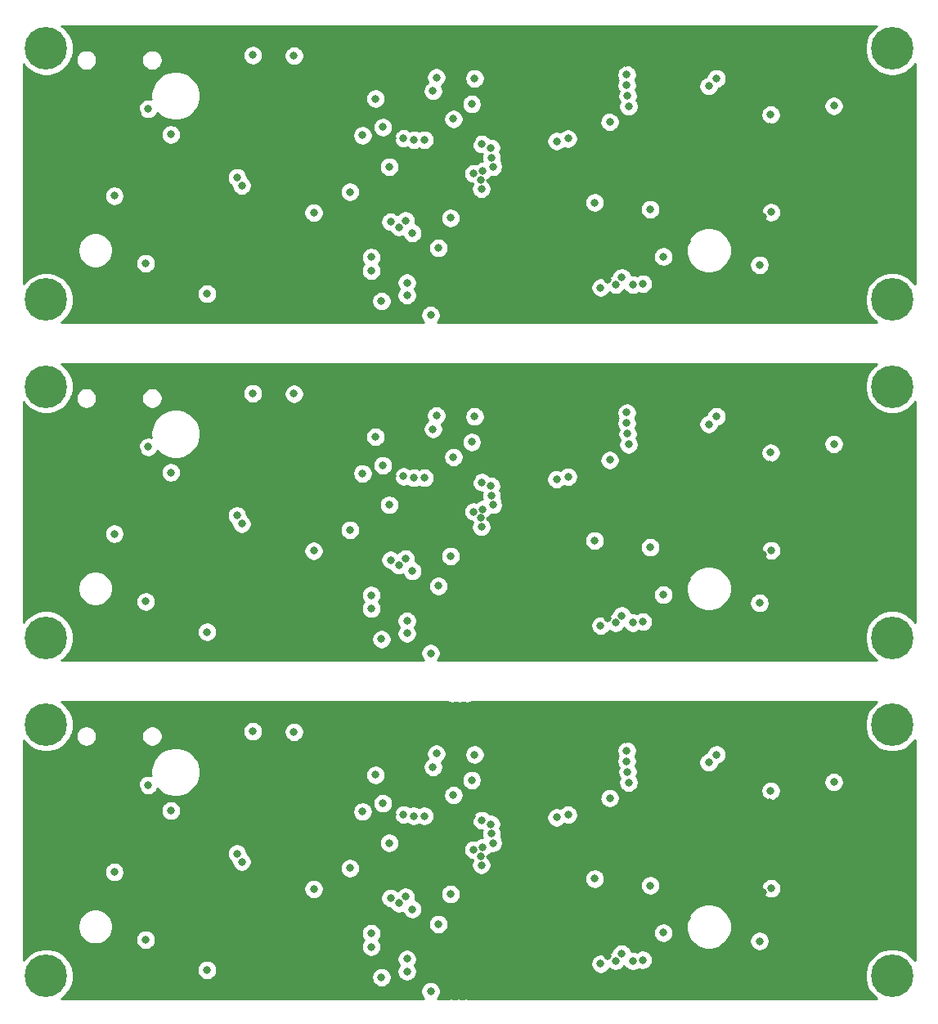
<source format=gbr>
G04 #@! TF.GenerationSoftware,KiCad,Pcbnew,(5.1.5)-3*
G04 #@! TF.CreationDate,2020-05-17T20:08:28+05:30*
G04 #@! TF.ProjectId,panel,70616e65-6c2e-46b6-9963-61645f706362,rev?*
G04 #@! TF.SameCoordinates,Original*
G04 #@! TF.FileFunction,Copper,L2,Inr*
G04 #@! TF.FilePolarity,Positive*
%FSLAX46Y46*%
G04 Gerber Fmt 4.6, Leading zero omitted, Abs format (unit mm)*
G04 Created by KiCad (PCBNEW (5.1.5)-3) date 2020-05-17 20:08:28*
%MOMM*%
%LPD*%
G04 APERTURE LIST*
%ADD10C,0.700000*%
%ADD11C,4.400000*%
%ADD12C,0.800000*%
%ADD13C,0.254000*%
G04 APERTURE END LIST*
D10*
X222166726Y-152833274D03*
X221000000Y-152350000D03*
X219833274Y-152833274D03*
X219350000Y-154000000D03*
X219833274Y-155166726D03*
X221000000Y-155650000D03*
X222166726Y-155166726D03*
X222650000Y-154000000D03*
D11*
X221000000Y-154000000D03*
D10*
X222166726Y-117833274D03*
X221000000Y-117350000D03*
X219833274Y-117833274D03*
X219350000Y-119000000D03*
X219833274Y-120166726D03*
X221000000Y-120650000D03*
X222166726Y-120166726D03*
X222650000Y-119000000D03*
D11*
X221000000Y-119000000D03*
D10*
X222166726Y-126833274D03*
X221000000Y-126350000D03*
X219833274Y-126833274D03*
X219350000Y-128000000D03*
X219833274Y-129166726D03*
X221000000Y-129650000D03*
X222166726Y-129166726D03*
X222650000Y-128000000D03*
D11*
X221000000Y-128000000D03*
D10*
X222166726Y-91833274D03*
X221000000Y-91350000D03*
X219833274Y-91833274D03*
X219350000Y-93000000D03*
X219833274Y-94166726D03*
X221000000Y-94650000D03*
X222166726Y-94166726D03*
X222650000Y-93000000D03*
D11*
X221000000Y-93000000D03*
X133400000Y-128000000D03*
D10*
X135050000Y-128000000D03*
X134566726Y-129166726D03*
X133400000Y-129650000D03*
X132233274Y-129166726D03*
X131750000Y-128000000D03*
X132233274Y-126833274D03*
X133400000Y-126350000D03*
X134566726Y-126833274D03*
D11*
X133400000Y-93000000D03*
D10*
X135050000Y-93000000D03*
X134566726Y-94166726D03*
X133400000Y-94650000D03*
X132233274Y-94166726D03*
X131750000Y-93000000D03*
X132233274Y-91833274D03*
X133400000Y-91350000D03*
X134566726Y-91833274D03*
X134566726Y-152833274D03*
X133400000Y-152350000D03*
X132233274Y-152833274D03*
X131750000Y-154000000D03*
X132233274Y-155166726D03*
X133400000Y-155650000D03*
X134566726Y-155166726D03*
X135050000Y-154000000D03*
D11*
X133400000Y-154000000D03*
D10*
X134566726Y-117833274D03*
X133400000Y-117350000D03*
X132233274Y-117833274D03*
X131750000Y-119000000D03*
X132233274Y-120166726D03*
X133400000Y-120650000D03*
X134566726Y-120166726D03*
X135050000Y-119000000D03*
D11*
X133400000Y-119000000D03*
X221000000Y-84000000D03*
D10*
X222650000Y-84000000D03*
X222166726Y-85166726D03*
X221000000Y-85650000D03*
X219833274Y-85166726D03*
X219350000Y-84000000D03*
X219833274Y-82833274D03*
X221000000Y-82350000D03*
X222166726Y-82833274D03*
D11*
X221000000Y-58000000D03*
D10*
X222650000Y-58000000D03*
X222166726Y-59166726D03*
X221000000Y-59650000D03*
X219833274Y-59166726D03*
X219350000Y-58000000D03*
X219833274Y-56833274D03*
X221000000Y-56350000D03*
X222166726Y-56833274D03*
D11*
X133400000Y-84000000D03*
D10*
X135050000Y-84000000D03*
X134566726Y-85166726D03*
X133400000Y-85650000D03*
X132233274Y-85166726D03*
X131750000Y-84000000D03*
X132233274Y-82833274D03*
X133400000Y-82350000D03*
X134566726Y-82833274D03*
X134566726Y-56833274D03*
X133400000Y-56350000D03*
X132233274Y-56833274D03*
X131750000Y-58000000D03*
X132233274Y-59166726D03*
X133400000Y-59650000D03*
X134566726Y-59166726D03*
X135050000Y-58000000D03*
D11*
X133400000Y-58000000D03*
D12*
X218000000Y-72000000D03*
X209000000Y-72000000D03*
X207000000Y-72000000D03*
X204000000Y-72000000D03*
X202000000Y-72000000D03*
X200000000Y-72000000D03*
X198000000Y-72000000D03*
X196000000Y-72000000D03*
X192120010Y-71879990D03*
X182600000Y-73400000D03*
X182600000Y-75400000D03*
X182600000Y-77400000D03*
X182600000Y-79400000D03*
X182600000Y-81400000D03*
X182979999Y-84020001D03*
X195979999Y-84020001D03*
X197979999Y-84020001D03*
X199979999Y-84020001D03*
X201979999Y-84020001D03*
X203979999Y-84020001D03*
X205979999Y-84020001D03*
X207979999Y-84020001D03*
X209979999Y-84020001D03*
X211979999Y-84020001D03*
X213979999Y-84020001D03*
X215979999Y-84020001D03*
X217850000Y-83850000D03*
X211000000Y-72000000D03*
X213000000Y-72000000D03*
X216000000Y-72000000D03*
X218000000Y-70000000D03*
X216000000Y-70000000D03*
X213000000Y-70000000D03*
X211000000Y-70000000D03*
X209000000Y-70000000D03*
X207000000Y-70000000D03*
X204000000Y-70000000D03*
X202000000Y-70000000D03*
X200000000Y-70000000D03*
X198000000Y-70000000D03*
X196000000Y-70000000D03*
X192029999Y-69970001D03*
X190479999Y-67520001D03*
X190479999Y-65520001D03*
X190479999Y-59520001D03*
X198879999Y-58120001D03*
X200879999Y-58120001D03*
X202879999Y-58120001D03*
X204879999Y-58120001D03*
X206879999Y-58120001D03*
X208879999Y-58120001D03*
X210879999Y-58120001D03*
X212879999Y-58120001D03*
X214879999Y-58120001D03*
X216879999Y-58120001D03*
X218000000Y-59000000D03*
X218000000Y-60800000D03*
X217900000Y-81100000D03*
X221400000Y-72000000D03*
X221500000Y-70000000D03*
X207300000Y-62150000D03*
X208275000Y-66075000D03*
X203150000Y-66200000D03*
X203200000Y-68400000D03*
X210600000Y-64700000D03*
X211500000Y-64200000D03*
X213800000Y-62700000D03*
X217800000Y-62600000D03*
X219900000Y-66500000D03*
X221900000Y-75500000D03*
X221800000Y-78400000D03*
X220000000Y-78400000D03*
X220300000Y-75600000D03*
X214700000Y-75500000D03*
X211700000Y-79800000D03*
X214000000Y-79700000D03*
X210300000Y-80800000D03*
X206900000Y-81900000D03*
X210700000Y-75400000D03*
X207600000Y-75400000D03*
X206400000Y-75000000D03*
X202900000Y-74700000D03*
X200600000Y-74000000D03*
X200600000Y-74900000D03*
X197100000Y-73600000D03*
X193400000Y-59500000D03*
X192000000Y-68700000D03*
X205000000Y-82700000D03*
X199700000Y-77950000D03*
X197250000Y-80950000D03*
X197118552Y-77176810D03*
X188450000Y-81800000D03*
X185650000Y-79250000D03*
X187350000Y-79200000D03*
X178150000Y-66200000D03*
X177500000Y-67450000D03*
X168750000Y-62200000D03*
X169300000Y-67300000D03*
X165050000Y-61150000D03*
X170100000Y-61450000D03*
X177350000Y-73400000D03*
X165900000Y-74100000D03*
X160350000Y-68300000D03*
X159800000Y-69650000D03*
X159700000Y-71250000D03*
X159900000Y-72750000D03*
X161300000Y-64550000D03*
X162650000Y-63000000D03*
X164900000Y-62950000D03*
X167000000Y-64650000D03*
X173950000Y-75800000D03*
X142850000Y-64650000D03*
X138550000Y-64400000D03*
X143600000Y-66900000D03*
X147000000Y-71100000D03*
X166900000Y-83450000D03*
X175550000Y-80500000D03*
X158900000Y-62300000D03*
X157250000Y-62350000D03*
X152050000Y-58450000D03*
X151850000Y-63750000D03*
X153150000Y-63700000D03*
X145600000Y-81455000D03*
X149200000Y-77850000D03*
X151200000Y-76850000D03*
X157350000Y-81350000D03*
X158600000Y-82600000D03*
X140600000Y-79500000D03*
X145000000Y-74050000D03*
X221450000Y-63450000D03*
X221950000Y-66450000D03*
X137900000Y-66450000D03*
X191561671Y-81977677D03*
X166000000Y-71000000D03*
X192350000Y-64550000D03*
X215100000Y-66500000D03*
X156550000Y-68700000D03*
X192700000Y-73300000D03*
X197600000Y-68400000D03*
X178440118Y-71606003D03*
X151850000Y-98750000D03*
X151850000Y-133750000D03*
X153150000Y-98700000D03*
X153150000Y-133700000D03*
X158600000Y-117600000D03*
X158600000Y-152600000D03*
X149200000Y-112850000D03*
X149200000Y-147850000D03*
X145000000Y-109050000D03*
X145000000Y-144050000D03*
X137900000Y-101450000D03*
X137900000Y-136450000D03*
X166000000Y-106000000D03*
X166000000Y-141000000D03*
X192700000Y-108300000D03*
X192700000Y-143300000D03*
X192350000Y-99550000D03*
X192350000Y-134550000D03*
X145600000Y-116455000D03*
X145600000Y-151455000D03*
X157350000Y-116350000D03*
X157350000Y-151350000D03*
X221950000Y-101450000D03*
X221950000Y-136450000D03*
X151200000Y-111850000D03*
X151200000Y-146850000D03*
X191561671Y-116977677D03*
X191561671Y-151977677D03*
X140600000Y-114500000D03*
X140600000Y-149500000D03*
X221450000Y-98450000D03*
X221450000Y-133450000D03*
X156550000Y-103700000D03*
X156550000Y-138700000D03*
X215100000Y-101500000D03*
X215100000Y-136500000D03*
X197600000Y-103400000D03*
X197600000Y-138400000D03*
X178440118Y-106606003D03*
X178440118Y-141606003D03*
X175550000Y-115500000D03*
X175550000Y-150500000D03*
X158900000Y-97300000D03*
X158900000Y-132300000D03*
X157250000Y-97350000D03*
X157250000Y-132350000D03*
X152050000Y-93450000D03*
X152050000Y-128450000D03*
X204000000Y-107000000D03*
X204000000Y-142000000D03*
X209000000Y-107000000D03*
X209000000Y-142000000D03*
X196000000Y-107000000D03*
X196000000Y-142000000D03*
X182600000Y-108400000D03*
X182600000Y-143400000D03*
X218000000Y-107000000D03*
X218000000Y-142000000D03*
X207000000Y-107000000D03*
X207000000Y-142000000D03*
X200000000Y-107000000D03*
X200000000Y-142000000D03*
X192120010Y-106879990D03*
X192120010Y-141879990D03*
X198000000Y-107000000D03*
X198000000Y-142000000D03*
X202000000Y-107000000D03*
X202000000Y-142000000D03*
X182600000Y-110400000D03*
X182600000Y-145400000D03*
X182600000Y-112400000D03*
X182600000Y-147400000D03*
X182600000Y-114400000D03*
X182600000Y-149400000D03*
X182600000Y-116400000D03*
X182600000Y-151400000D03*
X195979999Y-119020001D03*
X195979999Y-154020001D03*
X197979999Y-119020001D03*
X197979999Y-154020001D03*
X199979999Y-119020001D03*
X199979999Y-154020001D03*
X182979999Y-119020001D03*
X182979999Y-154020001D03*
X203979999Y-119020001D03*
X203979999Y-154020001D03*
X216000000Y-107000000D03*
X216000000Y-142000000D03*
X207979999Y-119020001D03*
X207979999Y-154020001D03*
X213000000Y-107000000D03*
X213000000Y-142000000D03*
X190479999Y-100520001D03*
X190479999Y-135520001D03*
X211000000Y-105000000D03*
X211000000Y-140000000D03*
X218000000Y-105000000D03*
X218000000Y-140000000D03*
X200000000Y-105000000D03*
X200000000Y-140000000D03*
X201979999Y-119020001D03*
X201979999Y-154020001D03*
X209000000Y-105000000D03*
X209000000Y-140000000D03*
X200879999Y-93120001D03*
X200879999Y-128120001D03*
X209979999Y-119020001D03*
X209979999Y-154020001D03*
X215979999Y-119020001D03*
X215979999Y-154020001D03*
X196000000Y-105000000D03*
X196000000Y-140000000D03*
X190479999Y-102520001D03*
X190479999Y-137520001D03*
X211979999Y-119020001D03*
X211979999Y-154020001D03*
X205979999Y-119020001D03*
X205979999Y-154020001D03*
X213979999Y-119020001D03*
X213979999Y-154020001D03*
X216000000Y-105000000D03*
X216000000Y-140000000D03*
X211000000Y-107000000D03*
X211000000Y-142000000D03*
X192029999Y-104970001D03*
X192029999Y-139970001D03*
X190479999Y-94520001D03*
X190479999Y-129520001D03*
X207000000Y-105000000D03*
X207000000Y-140000000D03*
X204000000Y-105000000D03*
X204000000Y-140000000D03*
X202000000Y-105000000D03*
X202000000Y-140000000D03*
X213000000Y-105000000D03*
X213000000Y-140000000D03*
X198000000Y-105000000D03*
X198000000Y-140000000D03*
X198879999Y-93120001D03*
X198879999Y-128120001D03*
X217850000Y-118850000D03*
X217850000Y-153850000D03*
X202879999Y-93120001D03*
X202879999Y-128120001D03*
X204879999Y-93120001D03*
X204879999Y-128120001D03*
X211500000Y-99200000D03*
X211500000Y-134200000D03*
X206879999Y-93120001D03*
X206879999Y-128120001D03*
X219900000Y-101500000D03*
X219900000Y-136500000D03*
X218000000Y-95800000D03*
X218000000Y-130800000D03*
X212879999Y-93120001D03*
X212879999Y-128120001D03*
X221500000Y-105000000D03*
X221500000Y-140000000D03*
X220000000Y-113400000D03*
X220000000Y-148400000D03*
X221800000Y-113400000D03*
X221800000Y-148400000D03*
X220300000Y-110600000D03*
X220300000Y-145600000D03*
X210300000Y-115800000D03*
X210300000Y-150800000D03*
X214700000Y-110500000D03*
X214700000Y-145500000D03*
X221900000Y-110500000D03*
X221900000Y-145500000D03*
X210700000Y-110400000D03*
X210700000Y-145400000D03*
X207600000Y-110400000D03*
X207600000Y-145400000D03*
X214000000Y-114700000D03*
X214000000Y-149700000D03*
X206400000Y-110000000D03*
X206400000Y-145000000D03*
X217900000Y-116100000D03*
X217900000Y-151100000D03*
X216879999Y-93120001D03*
X216879999Y-128120001D03*
X207300000Y-97150000D03*
X207300000Y-132150000D03*
X208879999Y-93120001D03*
X208879999Y-128120001D03*
X218000000Y-94000000D03*
X218000000Y-129000000D03*
X203200000Y-103400000D03*
X203200000Y-138400000D03*
X210879999Y-93120001D03*
X210879999Y-128120001D03*
X213800000Y-97700000D03*
X213800000Y-132700000D03*
X217800000Y-97600000D03*
X217800000Y-132600000D03*
X203150000Y-101200000D03*
X203150000Y-136200000D03*
X210600000Y-99700000D03*
X210600000Y-134700000D03*
X211700000Y-114800000D03*
X211700000Y-149800000D03*
X206900000Y-116900000D03*
X206900000Y-151900000D03*
X214879999Y-93120001D03*
X214879999Y-128120001D03*
X221400000Y-107000000D03*
X221400000Y-142000000D03*
X208275000Y-101075000D03*
X208275000Y-136075000D03*
X142850000Y-99650000D03*
X142850000Y-134650000D03*
X165050000Y-96150000D03*
X165050000Y-131150000D03*
X165900000Y-109100000D03*
X165900000Y-144100000D03*
X138550000Y-99400000D03*
X138550000Y-134400000D03*
X188450000Y-116800000D03*
X188450000Y-151800000D03*
X197100000Y-108600000D03*
X197100000Y-143600000D03*
X200600000Y-109000000D03*
X200600000Y-144000000D03*
X205000000Y-117700000D03*
X205000000Y-152700000D03*
X168750000Y-97200000D03*
X168750000Y-132200000D03*
X177350000Y-108400000D03*
X177350000Y-143400000D03*
X159800000Y-104650000D03*
X159800000Y-139650000D03*
X185650000Y-114250000D03*
X185650000Y-149250000D03*
X197118552Y-112176810D03*
X197118552Y-147176810D03*
X169300000Y-102300000D03*
X169300000Y-137300000D03*
X160350000Y-103300000D03*
X160350000Y-138300000D03*
X164900000Y-97950000D03*
X164900000Y-132950000D03*
X167000000Y-99650000D03*
X167000000Y-134650000D03*
X200600000Y-109900000D03*
X200600000Y-144900000D03*
X202900000Y-109700000D03*
X202900000Y-144700000D03*
X199700000Y-112950000D03*
X199700000Y-147950000D03*
X170100000Y-96450000D03*
X170100000Y-131450000D03*
X192000000Y-103700000D03*
X192000000Y-138700000D03*
X197250000Y-115950000D03*
X197250000Y-150950000D03*
X187350000Y-114200000D03*
X187350000Y-149200000D03*
X178150000Y-101200000D03*
X178150000Y-136200000D03*
X159700000Y-106250000D03*
X159700000Y-141250000D03*
X177500000Y-102450000D03*
X177500000Y-137450000D03*
X159900000Y-107750000D03*
X159900000Y-142750000D03*
X161300000Y-99550000D03*
X161300000Y-134550000D03*
X193400000Y-94500000D03*
X193400000Y-129500000D03*
X162650000Y-98000000D03*
X162650000Y-133000000D03*
X173950000Y-110800000D03*
X173950000Y-145800000D03*
X166900000Y-118450000D03*
X166900000Y-153450000D03*
X143600000Y-101900000D03*
X143600000Y-136900000D03*
X147000000Y-106100000D03*
X147000000Y-141100000D03*
X168900000Y-70250000D03*
X161100000Y-75000000D03*
X161100000Y-110000000D03*
X161100000Y-145000000D03*
X168900000Y-105250000D03*
X168900000Y-140250000D03*
X208450000Y-74950000D03*
X195950000Y-74650000D03*
X175550000Y-65300000D03*
X173450000Y-62400000D03*
X167500000Y-63200000D03*
X174000000Y-78650000D03*
X159050000Y-58750000D03*
X154800000Y-58700000D03*
X150050000Y-83400000D03*
X164850000Y-72850000D03*
X191750000Y-65600000D03*
X175250000Y-75550000D03*
X168250000Y-66150000D03*
X166150000Y-67000000D03*
X190800000Y-82750000D03*
X208450000Y-109950000D03*
X208450000Y-144950000D03*
X195950000Y-109650000D03*
X195950000Y-144650000D03*
X175550000Y-100300000D03*
X175550000Y-135300000D03*
X167500000Y-98200000D03*
X167500000Y-133200000D03*
X175250000Y-110550000D03*
X175250000Y-145550000D03*
X164850000Y-107850000D03*
X164850000Y-142850000D03*
X154800000Y-93700000D03*
X154800000Y-128700000D03*
X190800000Y-117750000D03*
X190800000Y-152750000D03*
X174000000Y-113650000D03*
X174000000Y-148650000D03*
X191750000Y-100600000D03*
X191750000Y-135600000D03*
X166150000Y-102000000D03*
X166150000Y-137000000D03*
X159050000Y-93750000D03*
X159050000Y-128750000D03*
X173450000Y-97400000D03*
X173450000Y-132400000D03*
X168250000Y-101150000D03*
X168250000Y-136150000D03*
X150050000Y-118400000D03*
X150050000Y-153400000D03*
X143700000Y-80250000D03*
X140450000Y-73250000D03*
X143950000Y-64250000D03*
X146300000Y-66900000D03*
X143950000Y-99250000D03*
X143950000Y-134250000D03*
X146300000Y-101900000D03*
X146300000Y-136900000D03*
X143700000Y-115250000D03*
X143700000Y-150250000D03*
X140450000Y-108250000D03*
X140450000Y-143250000D03*
X193500000Y-60700000D03*
X179650000Y-70250000D03*
X179650000Y-105250000D03*
X179650000Y-140250000D03*
X193500000Y-95700000D03*
X193500000Y-130700000D03*
X193500000Y-61800000D03*
X178600000Y-70700000D03*
X178600000Y-105700000D03*
X178600000Y-140700000D03*
X193500000Y-96800000D03*
X193500000Y-131800000D03*
X177750000Y-61100000D03*
X177750000Y-96100000D03*
X177750000Y-131100000D03*
X173800000Y-61000000D03*
X178500000Y-67900000D03*
X177450000Y-63750000D03*
X178500000Y-102900000D03*
X178500000Y-137900000D03*
X177450000Y-98750000D03*
X177450000Y-133750000D03*
X173800000Y-96000000D03*
X173800000Y-131000000D03*
X202800000Y-61100000D03*
X172550000Y-67450000D03*
X153150000Y-71350000D03*
X153150000Y-106350000D03*
X153150000Y-141350000D03*
X202800000Y-96100000D03*
X202800000Y-131100000D03*
X172550000Y-102450000D03*
X172550000Y-137450000D03*
X202000000Y-61900000D03*
X171450000Y-67450000D03*
X153650000Y-72200000D03*
X153650000Y-107200000D03*
X153650000Y-142200000D03*
X202000000Y-96900000D03*
X202000000Y-131900000D03*
X171450000Y-102450000D03*
X171450000Y-137450000D03*
X170400000Y-67300000D03*
X170400000Y-102300000D03*
X170400000Y-137300000D03*
X177650000Y-70950000D03*
X167050000Y-79600000D03*
X167050000Y-114600000D03*
X167050000Y-149600000D03*
X177650000Y-105950000D03*
X177650000Y-140950000D03*
X193600000Y-62900000D03*
X179500000Y-69300000D03*
X186250000Y-67600000D03*
X193600000Y-97900000D03*
X193600000Y-132900000D03*
X179500000Y-104300000D03*
X179500000Y-139300000D03*
X186250000Y-102600000D03*
X186250000Y-137600000D03*
X193700000Y-64000000D03*
X179450000Y-68300000D03*
X187431084Y-67331084D03*
X193700000Y-99000000D03*
X193700000Y-134000000D03*
X187431084Y-102331084D03*
X187431084Y-137331084D03*
X179450000Y-103300000D03*
X179450000Y-138300000D03*
X190181388Y-73945000D03*
X178451567Y-72525934D03*
X178451567Y-107525934D03*
X178451567Y-142525934D03*
X190181388Y-108945000D03*
X190181388Y-143945000D03*
X170750000Y-83550000D03*
X194150000Y-82450000D03*
X173200000Y-85600000D03*
X171300000Y-77100000D03*
X171300000Y-112100000D03*
X171300000Y-147100000D03*
X170750000Y-118550000D03*
X170750000Y-153550000D03*
X194150000Y-117450000D03*
X194150000Y-152450000D03*
X173200000Y-120600000D03*
X173200000Y-155600000D03*
X192978973Y-81713182D03*
X170595000Y-75816168D03*
X167050000Y-81000000D03*
X167050000Y-116000000D03*
X167050000Y-151000000D03*
X192978973Y-116713182D03*
X192978973Y-151713182D03*
X170595000Y-110816168D03*
X170595000Y-145816168D03*
X169900000Y-76500000D03*
X170750000Y-82250000D03*
X192354990Y-82443581D03*
X192354990Y-117443581D03*
X192354990Y-152443581D03*
X169900000Y-111500000D03*
X169900000Y-146500000D03*
X170750000Y-117250000D03*
X170750000Y-152250000D03*
X169050000Y-75950000D03*
X195150000Y-82350000D03*
X168100000Y-84150000D03*
X195150000Y-117350000D03*
X195150000Y-152350000D03*
X169050000Y-110950000D03*
X169050000Y-145950000D03*
X168100000Y-119150000D03*
X168100000Y-154150000D03*
X197300000Y-79550000D03*
X207250000Y-80400000D03*
X197300000Y-114550000D03*
X197300000Y-149550000D03*
X207250000Y-115400000D03*
X207250000Y-150400000D03*
X214950000Y-63950000D03*
X208400000Y-64850000D03*
X208400000Y-99850000D03*
X208400000Y-134850000D03*
X214950000Y-98950000D03*
X214950000Y-133950000D03*
D13*
G36*
X177162835Y-55685000D02*
G01*
X177337165Y-55685000D01*
X177462849Y-55660000D01*
X177787151Y-55660000D01*
X177912835Y-55685000D01*
X178087165Y-55685000D01*
X178212849Y-55660000D01*
X178537151Y-55660000D01*
X178662835Y-55685000D01*
X178837165Y-55685000D01*
X178962849Y-55660000D01*
X219399193Y-55660000D01*
X219192793Y-55797912D01*
X218797912Y-56192793D01*
X218487656Y-56657124D01*
X218273948Y-57173061D01*
X218165000Y-57720777D01*
X218165000Y-58279223D01*
X218273948Y-58826939D01*
X218487656Y-59342876D01*
X218797912Y-59807207D01*
X219192793Y-60202088D01*
X219657124Y-60512344D01*
X220173061Y-60726052D01*
X220720777Y-60835000D01*
X221279223Y-60835000D01*
X221826939Y-60726052D01*
X222342876Y-60512344D01*
X222807207Y-60202088D01*
X223202088Y-59807207D01*
X223340000Y-59600807D01*
X223340001Y-82399194D01*
X223202088Y-82192793D01*
X222807207Y-81797912D01*
X222342876Y-81487656D01*
X221826939Y-81273948D01*
X221279223Y-81165000D01*
X220720777Y-81165000D01*
X220173061Y-81273948D01*
X219657124Y-81487656D01*
X219192793Y-81797912D01*
X218797912Y-82192793D01*
X218487656Y-82657124D01*
X218273948Y-83173061D01*
X218165000Y-83720777D01*
X218165000Y-84279223D01*
X218273948Y-84826939D01*
X218487656Y-85342876D01*
X218797912Y-85807207D01*
X219192793Y-86202088D01*
X219399193Y-86340000D01*
X176862849Y-86340000D01*
X176737165Y-86315000D01*
X176562835Y-86315000D01*
X176437151Y-86340000D01*
X176112849Y-86340000D01*
X175987165Y-86315000D01*
X175812835Y-86315000D01*
X175687151Y-86340000D01*
X175362849Y-86340000D01*
X175237165Y-86315000D01*
X175062835Y-86315000D01*
X174937151Y-86340000D01*
X173923711Y-86340000D01*
X174003937Y-86259774D01*
X174117205Y-86090256D01*
X174195226Y-85901898D01*
X174235000Y-85701939D01*
X174235000Y-85498061D01*
X174195226Y-85298102D01*
X174117205Y-85109744D01*
X174003937Y-84940226D01*
X173859774Y-84796063D01*
X173690256Y-84682795D01*
X173501898Y-84604774D01*
X173301939Y-84565000D01*
X173098061Y-84565000D01*
X172898102Y-84604774D01*
X172709744Y-84682795D01*
X172540226Y-84796063D01*
X172396063Y-84940226D01*
X172282795Y-85109744D01*
X172204774Y-85298102D01*
X172165000Y-85498061D01*
X172165000Y-85701939D01*
X172204774Y-85901898D01*
X172282795Y-86090256D01*
X172396063Y-86259774D01*
X172476289Y-86340000D01*
X135000807Y-86340000D01*
X135207207Y-86202088D01*
X135602088Y-85807207D01*
X135912344Y-85342876D01*
X136126052Y-84826939D01*
X136235000Y-84279223D01*
X136235000Y-83720777D01*
X136150917Y-83298061D01*
X149015000Y-83298061D01*
X149015000Y-83501939D01*
X149054774Y-83701898D01*
X149132795Y-83890256D01*
X149246063Y-84059774D01*
X149390226Y-84203937D01*
X149559744Y-84317205D01*
X149748102Y-84395226D01*
X149948061Y-84435000D01*
X150151939Y-84435000D01*
X150351898Y-84395226D01*
X150540256Y-84317205D01*
X150709774Y-84203937D01*
X150853937Y-84059774D01*
X150861763Y-84048061D01*
X167065000Y-84048061D01*
X167065000Y-84251939D01*
X167104774Y-84451898D01*
X167182795Y-84640256D01*
X167296063Y-84809774D01*
X167440226Y-84953937D01*
X167609744Y-85067205D01*
X167798102Y-85145226D01*
X167998061Y-85185000D01*
X168201939Y-85185000D01*
X168401898Y-85145226D01*
X168590256Y-85067205D01*
X168759774Y-84953937D01*
X168903937Y-84809774D01*
X169017205Y-84640256D01*
X169095226Y-84451898D01*
X169135000Y-84251939D01*
X169135000Y-84048061D01*
X169095226Y-83848102D01*
X169017205Y-83659744D01*
X168903937Y-83490226D01*
X168759774Y-83346063D01*
X168590256Y-83232795D01*
X168401898Y-83154774D01*
X168201939Y-83115000D01*
X167998061Y-83115000D01*
X167798102Y-83154774D01*
X167609744Y-83232795D01*
X167440226Y-83346063D01*
X167296063Y-83490226D01*
X167182795Y-83659744D01*
X167104774Y-83848102D01*
X167065000Y-84048061D01*
X150861763Y-84048061D01*
X150967205Y-83890256D01*
X151045226Y-83701898D01*
X151085000Y-83501939D01*
X151085000Y-83298061D01*
X151045226Y-83098102D01*
X150967205Y-82909744D01*
X150853937Y-82740226D01*
X150709774Y-82596063D01*
X150540256Y-82482795D01*
X150351898Y-82404774D01*
X150151939Y-82365000D01*
X149948061Y-82365000D01*
X149748102Y-82404774D01*
X149559744Y-82482795D01*
X149390226Y-82596063D01*
X149246063Y-82740226D01*
X149132795Y-82909744D01*
X149054774Y-83098102D01*
X149015000Y-83298061D01*
X136150917Y-83298061D01*
X136126052Y-83173061D01*
X135912344Y-82657124D01*
X135602088Y-82192793D01*
X135557356Y-82148061D01*
X169715000Y-82148061D01*
X169715000Y-82351939D01*
X169754774Y-82551898D01*
X169832795Y-82740256D01*
X169939532Y-82900000D01*
X169832795Y-83059744D01*
X169754774Y-83248102D01*
X169715000Y-83448061D01*
X169715000Y-83651939D01*
X169754774Y-83851898D01*
X169832795Y-84040256D01*
X169946063Y-84209774D01*
X170090226Y-84353937D01*
X170259744Y-84467205D01*
X170448102Y-84545226D01*
X170648061Y-84585000D01*
X170851939Y-84585000D01*
X171051898Y-84545226D01*
X171240256Y-84467205D01*
X171409774Y-84353937D01*
X171553937Y-84209774D01*
X171667205Y-84040256D01*
X171745226Y-83851898D01*
X171785000Y-83651939D01*
X171785000Y-83448061D01*
X171745226Y-83248102D01*
X171667205Y-83059744D01*
X171560468Y-82900000D01*
X171667205Y-82740256D01*
X171705393Y-82648061D01*
X189765000Y-82648061D01*
X189765000Y-82851939D01*
X189804774Y-83051898D01*
X189882795Y-83240256D01*
X189996063Y-83409774D01*
X190140226Y-83553937D01*
X190309744Y-83667205D01*
X190498102Y-83745226D01*
X190698061Y-83785000D01*
X190901939Y-83785000D01*
X191101898Y-83745226D01*
X191290256Y-83667205D01*
X191459774Y-83553937D01*
X191603937Y-83409774D01*
X191707063Y-83255434D01*
X191864734Y-83360786D01*
X192053092Y-83438807D01*
X192253051Y-83478581D01*
X192456929Y-83478581D01*
X192656888Y-83438807D01*
X192845246Y-83360786D01*
X193014764Y-83247518D01*
X193158927Y-83103355D01*
X193250350Y-82966530D01*
X193346063Y-83109774D01*
X193490226Y-83253937D01*
X193659744Y-83367205D01*
X193848102Y-83445226D01*
X194048061Y-83485000D01*
X194251939Y-83485000D01*
X194451898Y-83445226D01*
X194640256Y-83367205D01*
X194740102Y-83300490D01*
X194848102Y-83345226D01*
X195048061Y-83385000D01*
X195251939Y-83385000D01*
X195451898Y-83345226D01*
X195640256Y-83267205D01*
X195809774Y-83153937D01*
X195953937Y-83009774D01*
X196067205Y-82840256D01*
X196145226Y-82651898D01*
X196185000Y-82451939D01*
X196185000Y-82248061D01*
X196145226Y-82048102D01*
X196067205Y-81859744D01*
X195953937Y-81690226D01*
X195809774Y-81546063D01*
X195640256Y-81432795D01*
X195451898Y-81354774D01*
X195251939Y-81315000D01*
X195048061Y-81315000D01*
X194848102Y-81354774D01*
X194659744Y-81432795D01*
X194559898Y-81499510D01*
X194451898Y-81454774D01*
X194251939Y-81415000D01*
X194048061Y-81415000D01*
X193977721Y-81428991D01*
X193974199Y-81411284D01*
X193896178Y-81222926D01*
X193782910Y-81053408D01*
X193638747Y-80909245D01*
X193469229Y-80795977D01*
X193280871Y-80717956D01*
X193080912Y-80678182D01*
X192877034Y-80678182D01*
X192677075Y-80717956D01*
X192488717Y-80795977D01*
X192319199Y-80909245D01*
X192175036Y-81053408D01*
X192061768Y-81222926D01*
X191983747Y-81411284D01*
X191969485Y-81482987D01*
X191864734Y-81526376D01*
X191695216Y-81639644D01*
X191551053Y-81783807D01*
X191447927Y-81938147D01*
X191290256Y-81832795D01*
X191101898Y-81754774D01*
X190901939Y-81715000D01*
X190698061Y-81715000D01*
X190498102Y-81754774D01*
X190309744Y-81832795D01*
X190140226Y-81946063D01*
X189996063Y-82090226D01*
X189882795Y-82259744D01*
X189804774Y-82448102D01*
X189765000Y-82648061D01*
X171705393Y-82648061D01*
X171745226Y-82551898D01*
X171785000Y-82351939D01*
X171785000Y-82148061D01*
X171745226Y-81948102D01*
X171667205Y-81759744D01*
X171553937Y-81590226D01*
X171409774Y-81446063D01*
X171240256Y-81332795D01*
X171051898Y-81254774D01*
X170851939Y-81215000D01*
X170648061Y-81215000D01*
X170448102Y-81254774D01*
X170259744Y-81332795D01*
X170090226Y-81446063D01*
X169946063Y-81590226D01*
X169832795Y-81759744D01*
X169754774Y-81948102D01*
X169715000Y-82148061D01*
X135557356Y-82148061D01*
X135207207Y-81797912D01*
X134742876Y-81487656D01*
X134226939Y-81273948D01*
X133679223Y-81165000D01*
X133120777Y-81165000D01*
X132573061Y-81273948D01*
X132057124Y-81487656D01*
X131592793Y-81797912D01*
X131197912Y-82192793D01*
X131060000Y-82399193D01*
X131060000Y-78719761D01*
X136640000Y-78719761D01*
X136640000Y-79080239D01*
X136710325Y-79433791D01*
X136848275Y-79766830D01*
X137048546Y-80066557D01*
X137303443Y-80321454D01*
X137603170Y-80521725D01*
X137936209Y-80659675D01*
X138289761Y-80730000D01*
X138650239Y-80730000D01*
X139003791Y-80659675D01*
X139336830Y-80521725D01*
X139636557Y-80321454D01*
X139809950Y-80148061D01*
X142665000Y-80148061D01*
X142665000Y-80351939D01*
X142704774Y-80551898D01*
X142782795Y-80740256D01*
X142896063Y-80909774D01*
X143040226Y-81053937D01*
X143209744Y-81167205D01*
X143398102Y-81245226D01*
X143598061Y-81285000D01*
X143801939Y-81285000D01*
X144001898Y-81245226D01*
X144190256Y-81167205D01*
X144359774Y-81053937D01*
X144503937Y-80909774D01*
X144617205Y-80740256D01*
X144695226Y-80551898D01*
X144735000Y-80351939D01*
X144735000Y-80148061D01*
X144695226Y-79948102D01*
X144617205Y-79759744D01*
X144503937Y-79590226D01*
X144411772Y-79498061D01*
X166015000Y-79498061D01*
X166015000Y-79701939D01*
X166054774Y-79901898D01*
X166132795Y-80090256D01*
X166246063Y-80259774D01*
X166286289Y-80300000D01*
X166246063Y-80340226D01*
X166132795Y-80509744D01*
X166054774Y-80698102D01*
X166015000Y-80898061D01*
X166015000Y-81101939D01*
X166054774Y-81301898D01*
X166132795Y-81490256D01*
X166246063Y-81659774D01*
X166390226Y-81803937D01*
X166559744Y-81917205D01*
X166748102Y-81995226D01*
X166948061Y-82035000D01*
X167151939Y-82035000D01*
X167351898Y-81995226D01*
X167540256Y-81917205D01*
X167709774Y-81803937D01*
X167853937Y-81659774D01*
X167967205Y-81490256D01*
X168045226Y-81301898D01*
X168085000Y-81101939D01*
X168085000Y-80898061D01*
X168045226Y-80698102D01*
X167967205Y-80509744D01*
X167853937Y-80340226D01*
X167813711Y-80300000D01*
X167853937Y-80259774D01*
X167967205Y-80090256D01*
X168045226Y-79901898D01*
X168085000Y-79701939D01*
X168085000Y-79498061D01*
X168045226Y-79298102D01*
X167967205Y-79109744D01*
X167853937Y-78940226D01*
X167709774Y-78796063D01*
X167540256Y-78682795D01*
X167351898Y-78604774D01*
X167151939Y-78565000D01*
X166948061Y-78565000D01*
X166748102Y-78604774D01*
X166559744Y-78682795D01*
X166390226Y-78796063D01*
X166246063Y-78940226D01*
X166132795Y-79109744D01*
X166054774Y-79298102D01*
X166015000Y-79498061D01*
X144411772Y-79498061D01*
X144359774Y-79446063D01*
X144190256Y-79332795D01*
X144001898Y-79254774D01*
X143801939Y-79215000D01*
X143598061Y-79215000D01*
X143398102Y-79254774D01*
X143209744Y-79332795D01*
X143040226Y-79446063D01*
X142896063Y-79590226D01*
X142782795Y-79759744D01*
X142704774Y-79948102D01*
X142665000Y-80148061D01*
X139809950Y-80148061D01*
X139891454Y-80066557D01*
X140091725Y-79766830D01*
X140229675Y-79433791D01*
X140300000Y-79080239D01*
X140300000Y-78719761D01*
X140265848Y-78548061D01*
X172965000Y-78548061D01*
X172965000Y-78751939D01*
X173004774Y-78951898D01*
X173082795Y-79140256D01*
X173196063Y-79309774D01*
X173340226Y-79453937D01*
X173509744Y-79567205D01*
X173698102Y-79645226D01*
X173898061Y-79685000D01*
X174101939Y-79685000D01*
X174301898Y-79645226D01*
X174490256Y-79567205D01*
X174659774Y-79453937D01*
X174665650Y-79448061D01*
X196265000Y-79448061D01*
X196265000Y-79651939D01*
X196304774Y-79851898D01*
X196382795Y-80040256D01*
X196496063Y-80209774D01*
X196640226Y-80353937D01*
X196809744Y-80467205D01*
X196998102Y-80545226D01*
X197198061Y-80585000D01*
X197401939Y-80585000D01*
X197601898Y-80545226D01*
X197790256Y-80467205D01*
X197959774Y-80353937D01*
X198103937Y-80209774D01*
X198217205Y-80040256D01*
X198295226Y-79851898D01*
X198335000Y-79651939D01*
X198335000Y-79448061D01*
X198295226Y-79248102D01*
X198217205Y-79059744D01*
X198103937Y-78890226D01*
X197959774Y-78746063D01*
X197842286Y-78667560D01*
X199640000Y-78667560D01*
X199640000Y-79132440D01*
X199730694Y-79588387D01*
X199908595Y-80017879D01*
X200166868Y-80404412D01*
X200495588Y-80733132D01*
X200882121Y-80991405D01*
X201311613Y-81169306D01*
X201767560Y-81260000D01*
X202232440Y-81260000D01*
X202688387Y-81169306D01*
X203117879Y-80991405D01*
X203504412Y-80733132D01*
X203833132Y-80404412D01*
X203904193Y-80298061D01*
X206215000Y-80298061D01*
X206215000Y-80501939D01*
X206254774Y-80701898D01*
X206332795Y-80890256D01*
X206446063Y-81059774D01*
X206590226Y-81203937D01*
X206759744Y-81317205D01*
X206948102Y-81395226D01*
X207148061Y-81435000D01*
X207351939Y-81435000D01*
X207551898Y-81395226D01*
X207740256Y-81317205D01*
X207909774Y-81203937D01*
X208053937Y-81059774D01*
X208167205Y-80890256D01*
X208245226Y-80701898D01*
X208285000Y-80501939D01*
X208285000Y-80298061D01*
X208245226Y-80098102D01*
X208167205Y-79909744D01*
X208053937Y-79740226D01*
X207909774Y-79596063D01*
X207740256Y-79482795D01*
X207551898Y-79404774D01*
X207351939Y-79365000D01*
X207148061Y-79365000D01*
X206948102Y-79404774D01*
X206759744Y-79482795D01*
X206590226Y-79596063D01*
X206446063Y-79740226D01*
X206332795Y-79909744D01*
X206254774Y-80098102D01*
X206215000Y-80298061D01*
X203904193Y-80298061D01*
X204091405Y-80017879D01*
X204269306Y-79588387D01*
X204360000Y-79132440D01*
X204360000Y-78667560D01*
X204269306Y-78211613D01*
X204091405Y-77782121D01*
X203833132Y-77395588D01*
X203504412Y-77066868D01*
X203117879Y-76808595D01*
X202688387Y-76630694D01*
X202232440Y-76540000D01*
X201767560Y-76540000D01*
X201311613Y-76630694D01*
X200882121Y-76808595D01*
X200495588Y-77066868D01*
X200166868Y-77395588D01*
X199908595Y-77782121D01*
X199730694Y-78211613D01*
X199640000Y-78667560D01*
X197842286Y-78667560D01*
X197790256Y-78632795D01*
X197601898Y-78554774D01*
X197401939Y-78515000D01*
X197198061Y-78515000D01*
X196998102Y-78554774D01*
X196809744Y-78632795D01*
X196640226Y-78746063D01*
X196496063Y-78890226D01*
X196382795Y-79059744D01*
X196304774Y-79248102D01*
X196265000Y-79448061D01*
X174665650Y-79448061D01*
X174803937Y-79309774D01*
X174917205Y-79140256D01*
X174995226Y-78951898D01*
X175035000Y-78751939D01*
X175035000Y-78548061D01*
X174995226Y-78348102D01*
X174917205Y-78159744D01*
X174803937Y-77990226D01*
X174659774Y-77846063D01*
X174490256Y-77732795D01*
X174301898Y-77654774D01*
X174101939Y-77615000D01*
X173898061Y-77615000D01*
X173698102Y-77654774D01*
X173509744Y-77732795D01*
X173340226Y-77846063D01*
X173196063Y-77990226D01*
X173082795Y-78159744D01*
X173004774Y-78348102D01*
X172965000Y-78548061D01*
X140265848Y-78548061D01*
X140229675Y-78366209D01*
X140091725Y-78033170D01*
X139891454Y-77733443D01*
X139636557Y-77478546D01*
X139336830Y-77278275D01*
X139003791Y-77140325D01*
X138650239Y-77070000D01*
X138289761Y-77070000D01*
X137936209Y-77140325D01*
X137603170Y-77278275D01*
X137303443Y-77478546D01*
X137048546Y-77733443D01*
X136848275Y-78033170D01*
X136710325Y-78366209D01*
X136640000Y-78719761D01*
X131060000Y-78719761D01*
X131060000Y-74898061D01*
X160065000Y-74898061D01*
X160065000Y-75101939D01*
X160104774Y-75301898D01*
X160182795Y-75490256D01*
X160296063Y-75659774D01*
X160440226Y-75803937D01*
X160609744Y-75917205D01*
X160798102Y-75995226D01*
X160998061Y-76035000D01*
X161201939Y-76035000D01*
X161401898Y-75995226D01*
X161590256Y-75917205D01*
X161693737Y-75848061D01*
X168015000Y-75848061D01*
X168015000Y-76051939D01*
X168054774Y-76251898D01*
X168132795Y-76440256D01*
X168246063Y-76609774D01*
X168390226Y-76753937D01*
X168559744Y-76867205D01*
X168748102Y-76945226D01*
X168948061Y-76985000D01*
X168980618Y-76985000D01*
X168982795Y-76990256D01*
X169096063Y-77159774D01*
X169240226Y-77303937D01*
X169409744Y-77417205D01*
X169598102Y-77495226D01*
X169798061Y-77535000D01*
X170001939Y-77535000D01*
X170201898Y-77495226D01*
X170322705Y-77445186D01*
X170382795Y-77590256D01*
X170496063Y-77759774D01*
X170640226Y-77903937D01*
X170809744Y-78017205D01*
X170998102Y-78095226D01*
X171198061Y-78135000D01*
X171401939Y-78135000D01*
X171601898Y-78095226D01*
X171790256Y-78017205D01*
X171959774Y-77903937D01*
X172103937Y-77759774D01*
X172217205Y-77590256D01*
X172295226Y-77401898D01*
X172335000Y-77201939D01*
X172335000Y-76998061D01*
X172295226Y-76798102D01*
X172217205Y-76609744D01*
X172103937Y-76440226D01*
X171959774Y-76296063D01*
X171790256Y-76182795D01*
X171601898Y-76104774D01*
X171593214Y-76103047D01*
X171630000Y-75918107D01*
X171630000Y-75714229D01*
X171590226Y-75514270D01*
X171562802Y-75448061D01*
X174215000Y-75448061D01*
X174215000Y-75651939D01*
X174254774Y-75851898D01*
X174332795Y-76040256D01*
X174446063Y-76209774D01*
X174590226Y-76353937D01*
X174759744Y-76467205D01*
X174948102Y-76545226D01*
X175148061Y-76585000D01*
X175351939Y-76585000D01*
X175551898Y-76545226D01*
X175740256Y-76467205D01*
X175909774Y-76353937D01*
X176053937Y-76209774D01*
X176167205Y-76040256D01*
X176245226Y-75851898D01*
X176285000Y-75651939D01*
X176285000Y-75448061D01*
X176245226Y-75248102D01*
X176167205Y-75059744D01*
X176053937Y-74890226D01*
X175909774Y-74746063D01*
X175740256Y-74632795D01*
X175551898Y-74554774D01*
X175351939Y-74515000D01*
X175148061Y-74515000D01*
X174948102Y-74554774D01*
X174759744Y-74632795D01*
X174590226Y-74746063D01*
X174446063Y-74890226D01*
X174332795Y-75059744D01*
X174254774Y-75248102D01*
X174215000Y-75448061D01*
X171562802Y-75448061D01*
X171512205Y-75325912D01*
X171398937Y-75156394D01*
X171254774Y-75012231D01*
X171085256Y-74898963D01*
X170896898Y-74820942D01*
X170696939Y-74781168D01*
X170493061Y-74781168D01*
X170293102Y-74820942D01*
X170104744Y-74898963D01*
X169935226Y-75012231D01*
X169791063Y-75156394D01*
X169762641Y-75198930D01*
X169709774Y-75146063D01*
X169540256Y-75032795D01*
X169351898Y-74954774D01*
X169151939Y-74915000D01*
X168948061Y-74915000D01*
X168748102Y-74954774D01*
X168559744Y-75032795D01*
X168390226Y-75146063D01*
X168246063Y-75290226D01*
X168132795Y-75459744D01*
X168054774Y-75648102D01*
X168015000Y-75848061D01*
X161693737Y-75848061D01*
X161759774Y-75803937D01*
X161903937Y-75659774D01*
X162017205Y-75490256D01*
X162095226Y-75301898D01*
X162135000Y-75101939D01*
X162135000Y-74898061D01*
X162095226Y-74698102D01*
X162017205Y-74509744D01*
X161903937Y-74340226D01*
X161759774Y-74196063D01*
X161590256Y-74082795D01*
X161401898Y-74004774D01*
X161201939Y-73965000D01*
X160998061Y-73965000D01*
X160798102Y-74004774D01*
X160609744Y-74082795D01*
X160440226Y-74196063D01*
X160296063Y-74340226D01*
X160182795Y-74509744D01*
X160104774Y-74698102D01*
X160065000Y-74898061D01*
X131060000Y-74898061D01*
X131060000Y-73148061D01*
X139415000Y-73148061D01*
X139415000Y-73351939D01*
X139454774Y-73551898D01*
X139532795Y-73740256D01*
X139646063Y-73909774D01*
X139790226Y-74053937D01*
X139959744Y-74167205D01*
X140148102Y-74245226D01*
X140348061Y-74285000D01*
X140551939Y-74285000D01*
X140751898Y-74245226D01*
X140940256Y-74167205D01*
X141109774Y-74053937D01*
X141253937Y-73909774D01*
X141367205Y-73740256D01*
X141445226Y-73551898D01*
X141485000Y-73351939D01*
X141485000Y-73148061D01*
X141445226Y-72948102D01*
X141367205Y-72759744D01*
X141253937Y-72590226D01*
X141109774Y-72446063D01*
X140940256Y-72332795D01*
X140751898Y-72254774D01*
X140551939Y-72215000D01*
X140348061Y-72215000D01*
X140148102Y-72254774D01*
X139959744Y-72332795D01*
X139790226Y-72446063D01*
X139646063Y-72590226D01*
X139532795Y-72759744D01*
X139454774Y-72948102D01*
X139415000Y-73148061D01*
X131060000Y-73148061D01*
X131060000Y-71248061D01*
X152115000Y-71248061D01*
X152115000Y-71451939D01*
X152154774Y-71651898D01*
X152232795Y-71840256D01*
X152346063Y-72009774D01*
X152490226Y-72153937D01*
X152615000Y-72237308D01*
X152615000Y-72301939D01*
X152654774Y-72501898D01*
X152732795Y-72690256D01*
X152846063Y-72859774D01*
X152990226Y-73003937D01*
X153159744Y-73117205D01*
X153348102Y-73195226D01*
X153548061Y-73235000D01*
X153751939Y-73235000D01*
X153951898Y-73195226D01*
X154140256Y-73117205D01*
X154309774Y-73003937D01*
X154453937Y-72859774D01*
X154528581Y-72748061D01*
X163815000Y-72748061D01*
X163815000Y-72951939D01*
X163854774Y-73151898D01*
X163932795Y-73340256D01*
X164046063Y-73509774D01*
X164190226Y-73653937D01*
X164359744Y-73767205D01*
X164548102Y-73845226D01*
X164748061Y-73885000D01*
X164951939Y-73885000D01*
X165151898Y-73845226D01*
X165157124Y-73843061D01*
X189146388Y-73843061D01*
X189146388Y-74046939D01*
X189186162Y-74246898D01*
X189264183Y-74435256D01*
X189377451Y-74604774D01*
X189521614Y-74748937D01*
X189691132Y-74862205D01*
X189879490Y-74940226D01*
X190079449Y-74980000D01*
X190283327Y-74980000D01*
X190483286Y-74940226D01*
X190671644Y-74862205D01*
X190841162Y-74748937D01*
X190985325Y-74604774D01*
X191023219Y-74548061D01*
X194915000Y-74548061D01*
X194915000Y-74751939D01*
X194954774Y-74951898D01*
X195032795Y-75140256D01*
X195146063Y-75309774D01*
X195290226Y-75453937D01*
X195459744Y-75567205D01*
X195648102Y-75645226D01*
X195848061Y-75685000D01*
X196051939Y-75685000D01*
X196251898Y-75645226D01*
X196440256Y-75567205D01*
X196609774Y-75453937D01*
X196753937Y-75309774D01*
X196867205Y-75140256D01*
X196945226Y-74951898D01*
X196965880Y-74848061D01*
X207415000Y-74848061D01*
X207415000Y-75051939D01*
X207454774Y-75251898D01*
X207532795Y-75440256D01*
X207646063Y-75609774D01*
X207790226Y-75753937D01*
X207959744Y-75867205D01*
X208148102Y-75945226D01*
X208348061Y-75985000D01*
X208551939Y-75985000D01*
X208751898Y-75945226D01*
X208940256Y-75867205D01*
X209109774Y-75753937D01*
X209253937Y-75609774D01*
X209367205Y-75440256D01*
X209445226Y-75251898D01*
X209485000Y-75051939D01*
X209485000Y-74848061D01*
X209445226Y-74648102D01*
X209367205Y-74459744D01*
X209253937Y-74290226D01*
X209109774Y-74146063D01*
X208940256Y-74032795D01*
X208751898Y-73954774D01*
X208551939Y-73915000D01*
X208348061Y-73915000D01*
X208148102Y-73954774D01*
X207959744Y-74032795D01*
X207790226Y-74146063D01*
X207646063Y-74290226D01*
X207532795Y-74459744D01*
X207454774Y-74648102D01*
X207415000Y-74848061D01*
X196965880Y-74848061D01*
X196985000Y-74751939D01*
X196985000Y-74548061D01*
X196945226Y-74348102D01*
X196867205Y-74159744D01*
X196753937Y-73990226D01*
X196609774Y-73846063D01*
X196440256Y-73732795D01*
X196251898Y-73654774D01*
X196051939Y-73615000D01*
X195848061Y-73615000D01*
X195648102Y-73654774D01*
X195459744Y-73732795D01*
X195290226Y-73846063D01*
X195146063Y-73990226D01*
X195032795Y-74159744D01*
X194954774Y-74348102D01*
X194915000Y-74548061D01*
X191023219Y-74548061D01*
X191098593Y-74435256D01*
X191176614Y-74246898D01*
X191216388Y-74046939D01*
X191216388Y-73843061D01*
X191176614Y-73643102D01*
X191098593Y-73454744D01*
X190985325Y-73285226D01*
X190841162Y-73141063D01*
X190671644Y-73027795D01*
X190483286Y-72949774D01*
X190283327Y-72910000D01*
X190079449Y-72910000D01*
X189879490Y-72949774D01*
X189691132Y-73027795D01*
X189521614Y-73141063D01*
X189377451Y-73285226D01*
X189264183Y-73454744D01*
X189186162Y-73643102D01*
X189146388Y-73843061D01*
X165157124Y-73843061D01*
X165340256Y-73767205D01*
X165509774Y-73653937D01*
X165653937Y-73509774D01*
X165767205Y-73340256D01*
X165845226Y-73151898D01*
X165885000Y-72951939D01*
X165885000Y-72748061D01*
X165845226Y-72548102D01*
X165767205Y-72359744D01*
X165653937Y-72190226D01*
X165509774Y-72046063D01*
X165340256Y-71932795D01*
X165151898Y-71854774D01*
X164951939Y-71815000D01*
X164748061Y-71815000D01*
X164548102Y-71854774D01*
X164359744Y-71932795D01*
X164190226Y-72046063D01*
X164046063Y-72190226D01*
X163932795Y-72359744D01*
X163854774Y-72548102D01*
X163815000Y-72748061D01*
X154528581Y-72748061D01*
X154567205Y-72690256D01*
X154645226Y-72501898D01*
X154685000Y-72301939D01*
X154685000Y-72098061D01*
X154645226Y-71898102D01*
X154567205Y-71709744D01*
X154453937Y-71540226D01*
X154309774Y-71396063D01*
X154185000Y-71312692D01*
X154185000Y-71248061D01*
X154145226Y-71048102D01*
X154067205Y-70859744D01*
X153953937Y-70690226D01*
X153809774Y-70546063D01*
X153640256Y-70432795D01*
X153451898Y-70354774D01*
X153251939Y-70315000D01*
X153048061Y-70315000D01*
X152848102Y-70354774D01*
X152659744Y-70432795D01*
X152490226Y-70546063D01*
X152346063Y-70690226D01*
X152232795Y-70859744D01*
X152154774Y-71048102D01*
X152115000Y-71248061D01*
X131060000Y-71248061D01*
X131060000Y-70148061D01*
X167865000Y-70148061D01*
X167865000Y-70351939D01*
X167904774Y-70551898D01*
X167982795Y-70740256D01*
X168096063Y-70909774D01*
X168240226Y-71053937D01*
X168409744Y-71167205D01*
X168598102Y-71245226D01*
X168798061Y-71285000D01*
X169001939Y-71285000D01*
X169201898Y-71245226D01*
X169390256Y-71167205D01*
X169559774Y-71053937D01*
X169703937Y-70909774D01*
X169745172Y-70848061D01*
X176615000Y-70848061D01*
X176615000Y-71051939D01*
X176654774Y-71251898D01*
X176732795Y-71440256D01*
X176846063Y-71609774D01*
X176990226Y-71753937D01*
X177159744Y-71867205D01*
X177348102Y-71945226D01*
X177548061Y-71985000D01*
X177568224Y-71985000D01*
X177534362Y-72035678D01*
X177456341Y-72224036D01*
X177416567Y-72423995D01*
X177416567Y-72627873D01*
X177456341Y-72827832D01*
X177534362Y-73016190D01*
X177647630Y-73185708D01*
X177791793Y-73329871D01*
X177961311Y-73443139D01*
X178149669Y-73521160D01*
X178349628Y-73560934D01*
X178553506Y-73560934D01*
X178753465Y-73521160D01*
X178941823Y-73443139D01*
X179111341Y-73329871D01*
X179255504Y-73185708D01*
X179368772Y-73016190D01*
X179446793Y-72827832D01*
X179486567Y-72627873D01*
X179486567Y-72423995D01*
X179446793Y-72224036D01*
X179368772Y-72035678D01*
X179255504Y-71866160D01*
X179111341Y-71721997D01*
X179006457Y-71651916D01*
X179090256Y-71617205D01*
X179259774Y-71503937D01*
X179403937Y-71359774D01*
X179464946Y-71268468D01*
X179548061Y-71285000D01*
X179751939Y-71285000D01*
X179951898Y-71245226D01*
X180140256Y-71167205D01*
X180309774Y-71053937D01*
X180453937Y-70909774D01*
X180567205Y-70740256D01*
X180645226Y-70551898D01*
X180685000Y-70351939D01*
X180685000Y-70148061D01*
X180645226Y-69948102D01*
X180567205Y-69759744D01*
X180482410Y-69632839D01*
X180495226Y-69601898D01*
X180535000Y-69401939D01*
X180535000Y-69198061D01*
X180495226Y-68998102D01*
X180417205Y-68809744D01*
X180381356Y-68756092D01*
X180445226Y-68601898D01*
X180485000Y-68401939D01*
X180485000Y-68198061D01*
X180445226Y-67998102D01*
X180367205Y-67809744D01*
X180253937Y-67640226D01*
X180111772Y-67498061D01*
X185215000Y-67498061D01*
X185215000Y-67701939D01*
X185254774Y-67901898D01*
X185332795Y-68090256D01*
X185446063Y-68259774D01*
X185590226Y-68403937D01*
X185759744Y-68517205D01*
X185948102Y-68595226D01*
X186148061Y-68635000D01*
X186351939Y-68635000D01*
X186551898Y-68595226D01*
X186740256Y-68517205D01*
X186909774Y-68403937D01*
X187028929Y-68284782D01*
X187129186Y-68326310D01*
X187329145Y-68366084D01*
X187533023Y-68366084D01*
X187732982Y-68326310D01*
X187921340Y-68248289D01*
X188090858Y-68135021D01*
X188235021Y-67990858D01*
X188348289Y-67821340D01*
X188426310Y-67632982D01*
X188466084Y-67433023D01*
X188466084Y-67229145D01*
X188426310Y-67029186D01*
X188348289Y-66840828D01*
X188235021Y-66671310D01*
X188090858Y-66527147D01*
X187921340Y-66413879D01*
X187732982Y-66335858D01*
X187533023Y-66296084D01*
X187329145Y-66296084D01*
X187129186Y-66335858D01*
X186940828Y-66413879D01*
X186771310Y-66527147D01*
X186652155Y-66646302D01*
X186551898Y-66604774D01*
X186351939Y-66565000D01*
X186148061Y-66565000D01*
X185948102Y-66604774D01*
X185759744Y-66682795D01*
X185590226Y-66796063D01*
X185446063Y-66940226D01*
X185332795Y-67109744D01*
X185254774Y-67298102D01*
X185215000Y-67498061D01*
X180111772Y-67498061D01*
X180109774Y-67496063D01*
X179940256Y-67382795D01*
X179751898Y-67304774D01*
X179551939Y-67265000D01*
X179348061Y-67265000D01*
X179323725Y-67269841D01*
X179303937Y-67240226D01*
X179159774Y-67096063D01*
X178990256Y-66982795D01*
X178801898Y-66904774D01*
X178601939Y-66865000D01*
X178398061Y-66865000D01*
X178198102Y-66904774D01*
X178009744Y-66982795D01*
X177840226Y-67096063D01*
X177696063Y-67240226D01*
X177582795Y-67409744D01*
X177504774Y-67598102D01*
X177465000Y-67798061D01*
X177465000Y-68001939D01*
X177504774Y-68201898D01*
X177582795Y-68390256D01*
X177696063Y-68559774D01*
X177840226Y-68703937D01*
X178009744Y-68817205D01*
X178198102Y-68895226D01*
X178398061Y-68935000D01*
X178530912Y-68935000D01*
X178504774Y-68998102D01*
X178465000Y-69198061D01*
X178465000Y-69401939D01*
X178504774Y-69601898D01*
X178530912Y-69665000D01*
X178498061Y-69665000D01*
X178298102Y-69704774D01*
X178109744Y-69782795D01*
X177940226Y-69896063D01*
X177893192Y-69943097D01*
X177751939Y-69915000D01*
X177548061Y-69915000D01*
X177348102Y-69954774D01*
X177159744Y-70032795D01*
X176990226Y-70146063D01*
X176846063Y-70290226D01*
X176732795Y-70459744D01*
X176654774Y-70648102D01*
X176615000Y-70848061D01*
X169745172Y-70848061D01*
X169817205Y-70740256D01*
X169895226Y-70551898D01*
X169935000Y-70351939D01*
X169935000Y-70148061D01*
X169895226Y-69948102D01*
X169817205Y-69759744D01*
X169703937Y-69590226D01*
X169559774Y-69446063D01*
X169390256Y-69332795D01*
X169201898Y-69254774D01*
X169001939Y-69215000D01*
X168798061Y-69215000D01*
X168598102Y-69254774D01*
X168409744Y-69332795D01*
X168240226Y-69446063D01*
X168096063Y-69590226D01*
X167982795Y-69759744D01*
X167904774Y-69948102D01*
X167865000Y-70148061D01*
X131060000Y-70148061D01*
X131060000Y-66798061D01*
X145265000Y-66798061D01*
X145265000Y-67001939D01*
X145304774Y-67201898D01*
X145382795Y-67390256D01*
X145496063Y-67559774D01*
X145640226Y-67703937D01*
X145809744Y-67817205D01*
X145998102Y-67895226D01*
X146198061Y-67935000D01*
X146401939Y-67935000D01*
X146601898Y-67895226D01*
X146790256Y-67817205D01*
X146959774Y-67703937D01*
X147103937Y-67559774D01*
X147217205Y-67390256D01*
X147295226Y-67201898D01*
X147335000Y-67001939D01*
X147335000Y-66898061D01*
X165115000Y-66898061D01*
X165115000Y-67101939D01*
X165154774Y-67301898D01*
X165232795Y-67490256D01*
X165346063Y-67659774D01*
X165490226Y-67803937D01*
X165659744Y-67917205D01*
X165848102Y-67995226D01*
X166048061Y-68035000D01*
X166251939Y-68035000D01*
X166451898Y-67995226D01*
X166640256Y-67917205D01*
X166809774Y-67803937D01*
X166953937Y-67659774D01*
X167067205Y-67490256D01*
X167145226Y-67301898D01*
X167165880Y-67198061D01*
X169365000Y-67198061D01*
X169365000Y-67401939D01*
X169404774Y-67601898D01*
X169482795Y-67790256D01*
X169596063Y-67959774D01*
X169740226Y-68103937D01*
X169909744Y-68217205D01*
X170098102Y-68295226D01*
X170298061Y-68335000D01*
X170501939Y-68335000D01*
X170701898Y-68295226D01*
X170794570Y-68256840D01*
X170959744Y-68367205D01*
X171148102Y-68445226D01*
X171348061Y-68485000D01*
X171551939Y-68485000D01*
X171751898Y-68445226D01*
X171940256Y-68367205D01*
X172000000Y-68327285D01*
X172059744Y-68367205D01*
X172248102Y-68445226D01*
X172448061Y-68485000D01*
X172651939Y-68485000D01*
X172851898Y-68445226D01*
X173040256Y-68367205D01*
X173209774Y-68253937D01*
X173353937Y-68109774D01*
X173467205Y-67940256D01*
X173545226Y-67751898D01*
X173585000Y-67551939D01*
X173585000Y-67348061D01*
X173545226Y-67148102D01*
X173467205Y-66959744D01*
X173353937Y-66790226D01*
X173209774Y-66646063D01*
X173040256Y-66532795D01*
X172851898Y-66454774D01*
X172651939Y-66415000D01*
X172448061Y-66415000D01*
X172248102Y-66454774D01*
X172059744Y-66532795D01*
X172000000Y-66572715D01*
X171940256Y-66532795D01*
X171751898Y-66454774D01*
X171551939Y-66415000D01*
X171348061Y-66415000D01*
X171148102Y-66454774D01*
X171055430Y-66493160D01*
X170890256Y-66382795D01*
X170701898Y-66304774D01*
X170501939Y-66265000D01*
X170298061Y-66265000D01*
X170098102Y-66304774D01*
X169909744Y-66382795D01*
X169740226Y-66496063D01*
X169596063Y-66640226D01*
X169482795Y-66809744D01*
X169404774Y-66998102D01*
X169365000Y-67198061D01*
X167165880Y-67198061D01*
X167185000Y-67101939D01*
X167185000Y-66898061D01*
X167145226Y-66698102D01*
X167067205Y-66509744D01*
X166953937Y-66340226D01*
X166809774Y-66196063D01*
X166640256Y-66082795D01*
X166556402Y-66048061D01*
X167215000Y-66048061D01*
X167215000Y-66251939D01*
X167254774Y-66451898D01*
X167332795Y-66640256D01*
X167446063Y-66809774D01*
X167590226Y-66953937D01*
X167759744Y-67067205D01*
X167948102Y-67145226D01*
X168148061Y-67185000D01*
X168351939Y-67185000D01*
X168551898Y-67145226D01*
X168740256Y-67067205D01*
X168909774Y-66953937D01*
X169053937Y-66809774D01*
X169167205Y-66640256D01*
X169245226Y-66451898D01*
X169285000Y-66251939D01*
X169285000Y-66048061D01*
X169245226Y-65848102D01*
X169167205Y-65659744D01*
X169053937Y-65490226D01*
X168909774Y-65346063D01*
X168740256Y-65232795D01*
X168656402Y-65198061D01*
X174515000Y-65198061D01*
X174515000Y-65401939D01*
X174554774Y-65601898D01*
X174632795Y-65790256D01*
X174746063Y-65959774D01*
X174890226Y-66103937D01*
X175059744Y-66217205D01*
X175248102Y-66295226D01*
X175448061Y-66335000D01*
X175651939Y-66335000D01*
X175851898Y-66295226D01*
X176040256Y-66217205D01*
X176209774Y-66103937D01*
X176353937Y-65959774D01*
X176467205Y-65790256D01*
X176545226Y-65601898D01*
X176565880Y-65498061D01*
X190715000Y-65498061D01*
X190715000Y-65701939D01*
X190754774Y-65901898D01*
X190832795Y-66090256D01*
X190946063Y-66259774D01*
X191090226Y-66403937D01*
X191259744Y-66517205D01*
X191448102Y-66595226D01*
X191648061Y-66635000D01*
X191851939Y-66635000D01*
X192051898Y-66595226D01*
X192240256Y-66517205D01*
X192409774Y-66403937D01*
X192553937Y-66259774D01*
X192667205Y-66090256D01*
X192745226Y-65901898D01*
X192785000Y-65701939D01*
X192785000Y-65498061D01*
X192745226Y-65298102D01*
X192667205Y-65109744D01*
X192553937Y-64940226D01*
X192409774Y-64796063D01*
X192240256Y-64682795D01*
X192051898Y-64604774D01*
X191851939Y-64565000D01*
X191648061Y-64565000D01*
X191448102Y-64604774D01*
X191259744Y-64682795D01*
X191090226Y-64796063D01*
X190946063Y-64940226D01*
X190832795Y-65109744D01*
X190754774Y-65298102D01*
X190715000Y-65498061D01*
X176565880Y-65498061D01*
X176585000Y-65401939D01*
X176585000Y-65198061D01*
X176545226Y-64998102D01*
X176467205Y-64809744D01*
X176353937Y-64640226D01*
X176209774Y-64496063D01*
X176040256Y-64382795D01*
X175851898Y-64304774D01*
X175651939Y-64265000D01*
X175448061Y-64265000D01*
X175248102Y-64304774D01*
X175059744Y-64382795D01*
X174890226Y-64496063D01*
X174746063Y-64640226D01*
X174632795Y-64809744D01*
X174554774Y-64998102D01*
X174515000Y-65198061D01*
X168656402Y-65198061D01*
X168551898Y-65154774D01*
X168351939Y-65115000D01*
X168148061Y-65115000D01*
X167948102Y-65154774D01*
X167759744Y-65232795D01*
X167590226Y-65346063D01*
X167446063Y-65490226D01*
X167332795Y-65659744D01*
X167254774Y-65848102D01*
X167215000Y-66048061D01*
X166556402Y-66048061D01*
X166451898Y-66004774D01*
X166251939Y-65965000D01*
X166048061Y-65965000D01*
X165848102Y-66004774D01*
X165659744Y-66082795D01*
X165490226Y-66196063D01*
X165346063Y-66340226D01*
X165232795Y-66509744D01*
X165154774Y-66698102D01*
X165115000Y-66898061D01*
X147335000Y-66898061D01*
X147335000Y-66798061D01*
X147295226Y-66598102D01*
X147217205Y-66409744D01*
X147103937Y-66240226D01*
X146959774Y-66096063D01*
X146790256Y-65982795D01*
X146601898Y-65904774D01*
X146401939Y-65865000D01*
X146198061Y-65865000D01*
X145998102Y-65904774D01*
X145809744Y-65982795D01*
X145640226Y-66096063D01*
X145496063Y-66240226D01*
X145382795Y-66409744D01*
X145304774Y-66598102D01*
X145265000Y-66798061D01*
X131060000Y-66798061D01*
X131060000Y-64148061D01*
X142915000Y-64148061D01*
X142915000Y-64351939D01*
X142954774Y-64551898D01*
X143032795Y-64740256D01*
X143146063Y-64909774D01*
X143290226Y-65053937D01*
X143459744Y-65167205D01*
X143648102Y-65245226D01*
X143848061Y-65285000D01*
X144051939Y-65285000D01*
X144251898Y-65245226D01*
X144440256Y-65167205D01*
X144609774Y-65053937D01*
X144753937Y-64909774D01*
X144867205Y-64740256D01*
X144908781Y-64639883D01*
X145163265Y-64894367D01*
X145583796Y-65175357D01*
X146051066Y-65368906D01*
X146547116Y-65467577D01*
X147052884Y-65467577D01*
X147548934Y-65368906D01*
X148016204Y-65175357D01*
X148436735Y-64894367D01*
X148794367Y-64536735D01*
X149075357Y-64116204D01*
X149268906Y-63648934D01*
X149367577Y-63152884D01*
X149367577Y-63098061D01*
X166465000Y-63098061D01*
X166465000Y-63301939D01*
X166504774Y-63501898D01*
X166582795Y-63690256D01*
X166696063Y-63859774D01*
X166840226Y-64003937D01*
X167009744Y-64117205D01*
X167198102Y-64195226D01*
X167398061Y-64235000D01*
X167601939Y-64235000D01*
X167801898Y-64195226D01*
X167990256Y-64117205D01*
X168159774Y-64003937D01*
X168303937Y-63859774D01*
X168417205Y-63690256D01*
X168434682Y-63648061D01*
X176415000Y-63648061D01*
X176415000Y-63851939D01*
X176454774Y-64051898D01*
X176532795Y-64240256D01*
X176646063Y-64409774D01*
X176790226Y-64553937D01*
X176959744Y-64667205D01*
X177148102Y-64745226D01*
X177348061Y-64785000D01*
X177551939Y-64785000D01*
X177751898Y-64745226D01*
X177940256Y-64667205D01*
X178109774Y-64553937D01*
X178253937Y-64409774D01*
X178367205Y-64240256D01*
X178445226Y-64051898D01*
X178485000Y-63851939D01*
X178485000Y-63648061D01*
X178445226Y-63448102D01*
X178367205Y-63259744D01*
X178253937Y-63090226D01*
X178109774Y-62946063D01*
X177940256Y-62832795D01*
X177751898Y-62754774D01*
X177551939Y-62715000D01*
X177348061Y-62715000D01*
X177148102Y-62754774D01*
X176959744Y-62832795D01*
X176790226Y-62946063D01*
X176646063Y-63090226D01*
X176532795Y-63259744D01*
X176454774Y-63448102D01*
X176415000Y-63648061D01*
X168434682Y-63648061D01*
X168495226Y-63501898D01*
X168535000Y-63301939D01*
X168535000Y-63098061D01*
X168495226Y-62898102D01*
X168417205Y-62709744D01*
X168303937Y-62540226D01*
X168159774Y-62396063D01*
X168013104Y-62298061D01*
X172415000Y-62298061D01*
X172415000Y-62501939D01*
X172454774Y-62701898D01*
X172532795Y-62890256D01*
X172646063Y-63059774D01*
X172790226Y-63203937D01*
X172959744Y-63317205D01*
X173148102Y-63395226D01*
X173348061Y-63435000D01*
X173551939Y-63435000D01*
X173751898Y-63395226D01*
X173940256Y-63317205D01*
X174109774Y-63203937D01*
X174253937Y-63059774D01*
X174367205Y-62890256D01*
X174445226Y-62701898D01*
X174485000Y-62501939D01*
X174485000Y-62298061D01*
X174445226Y-62098102D01*
X174367205Y-61909744D01*
X174346901Y-61879356D01*
X174459774Y-61803937D01*
X174603937Y-61659774D01*
X174717205Y-61490256D01*
X174795226Y-61301898D01*
X174835000Y-61101939D01*
X174835000Y-60998061D01*
X176715000Y-60998061D01*
X176715000Y-61201939D01*
X176754774Y-61401898D01*
X176832795Y-61590256D01*
X176946063Y-61759774D01*
X177090226Y-61903937D01*
X177259744Y-62017205D01*
X177448102Y-62095226D01*
X177648061Y-62135000D01*
X177851939Y-62135000D01*
X178051898Y-62095226D01*
X178240256Y-62017205D01*
X178409774Y-61903937D01*
X178553937Y-61759774D01*
X178667205Y-61590256D01*
X178745226Y-61401898D01*
X178785000Y-61201939D01*
X178785000Y-60998061D01*
X178745226Y-60798102D01*
X178667205Y-60609744D01*
X178659399Y-60598061D01*
X192465000Y-60598061D01*
X192465000Y-60801939D01*
X192504774Y-61001898D01*
X192582795Y-61190256D01*
X192622715Y-61250000D01*
X192582795Y-61309744D01*
X192504774Y-61498102D01*
X192465000Y-61698061D01*
X192465000Y-61901939D01*
X192504774Y-62101898D01*
X192582795Y-62290256D01*
X192675080Y-62428370D01*
X192604774Y-62598102D01*
X192565000Y-62798061D01*
X192565000Y-63001939D01*
X192604774Y-63201898D01*
X192682795Y-63390256D01*
X192775080Y-63528370D01*
X192704774Y-63698102D01*
X192665000Y-63898061D01*
X192665000Y-64101939D01*
X192704774Y-64301898D01*
X192782795Y-64490256D01*
X192896063Y-64659774D01*
X193040226Y-64803937D01*
X193209744Y-64917205D01*
X193398102Y-64995226D01*
X193598061Y-65035000D01*
X193801939Y-65035000D01*
X194001898Y-64995226D01*
X194190256Y-64917205D01*
X194359774Y-64803937D01*
X194415650Y-64748061D01*
X207365000Y-64748061D01*
X207365000Y-64951939D01*
X207404774Y-65151898D01*
X207482795Y-65340256D01*
X207596063Y-65509774D01*
X207740226Y-65653937D01*
X207909744Y-65767205D01*
X208098102Y-65845226D01*
X208298061Y-65885000D01*
X208501939Y-65885000D01*
X208701898Y-65845226D01*
X208890256Y-65767205D01*
X209059774Y-65653937D01*
X209203937Y-65509774D01*
X209317205Y-65340256D01*
X209395226Y-65151898D01*
X209435000Y-64951939D01*
X209435000Y-64748061D01*
X209395226Y-64548102D01*
X209317205Y-64359744D01*
X209203937Y-64190226D01*
X209059774Y-64046063D01*
X208890256Y-63932795D01*
X208701898Y-63854774D01*
X208668150Y-63848061D01*
X213915000Y-63848061D01*
X213915000Y-64051939D01*
X213954774Y-64251898D01*
X214032795Y-64440256D01*
X214146063Y-64609774D01*
X214290226Y-64753937D01*
X214459744Y-64867205D01*
X214648102Y-64945226D01*
X214848061Y-64985000D01*
X215051939Y-64985000D01*
X215251898Y-64945226D01*
X215440256Y-64867205D01*
X215609774Y-64753937D01*
X215753937Y-64609774D01*
X215867205Y-64440256D01*
X215945226Y-64251898D01*
X215985000Y-64051939D01*
X215985000Y-63848061D01*
X215945226Y-63648102D01*
X215867205Y-63459744D01*
X215753937Y-63290226D01*
X215609774Y-63146063D01*
X215440256Y-63032795D01*
X215251898Y-62954774D01*
X215051939Y-62915000D01*
X214848061Y-62915000D01*
X214648102Y-62954774D01*
X214459744Y-63032795D01*
X214290226Y-63146063D01*
X214146063Y-63290226D01*
X214032795Y-63459744D01*
X213954774Y-63648102D01*
X213915000Y-63848061D01*
X208668150Y-63848061D01*
X208501939Y-63815000D01*
X208298061Y-63815000D01*
X208098102Y-63854774D01*
X207909744Y-63932795D01*
X207740226Y-64046063D01*
X207596063Y-64190226D01*
X207482795Y-64359744D01*
X207404774Y-64548102D01*
X207365000Y-64748061D01*
X194415650Y-64748061D01*
X194503937Y-64659774D01*
X194617205Y-64490256D01*
X194695226Y-64301898D01*
X194735000Y-64101939D01*
X194735000Y-63898061D01*
X194695226Y-63698102D01*
X194617205Y-63509744D01*
X194524920Y-63371630D01*
X194595226Y-63201898D01*
X194635000Y-63001939D01*
X194635000Y-62798061D01*
X194595226Y-62598102D01*
X194517205Y-62409744D01*
X194424920Y-62271630D01*
X194495226Y-62101898D01*
X194535000Y-61901939D01*
X194535000Y-61798061D01*
X200965000Y-61798061D01*
X200965000Y-62001939D01*
X201004774Y-62201898D01*
X201082795Y-62390256D01*
X201196063Y-62559774D01*
X201340226Y-62703937D01*
X201509744Y-62817205D01*
X201698102Y-62895226D01*
X201898061Y-62935000D01*
X202101939Y-62935000D01*
X202301898Y-62895226D01*
X202490256Y-62817205D01*
X202659774Y-62703937D01*
X202803937Y-62559774D01*
X202917205Y-62390256D01*
X202995226Y-62201898D01*
X203012924Y-62112924D01*
X203101898Y-62095226D01*
X203290256Y-62017205D01*
X203459774Y-61903937D01*
X203603937Y-61759774D01*
X203717205Y-61590256D01*
X203795226Y-61401898D01*
X203835000Y-61201939D01*
X203835000Y-60998061D01*
X203795226Y-60798102D01*
X203717205Y-60609744D01*
X203603937Y-60440226D01*
X203459774Y-60296063D01*
X203290256Y-60182795D01*
X203101898Y-60104774D01*
X202901939Y-60065000D01*
X202698061Y-60065000D01*
X202498102Y-60104774D01*
X202309744Y-60182795D01*
X202140226Y-60296063D01*
X201996063Y-60440226D01*
X201882795Y-60609744D01*
X201804774Y-60798102D01*
X201787076Y-60887076D01*
X201698102Y-60904774D01*
X201509744Y-60982795D01*
X201340226Y-61096063D01*
X201196063Y-61240226D01*
X201082795Y-61409744D01*
X201004774Y-61598102D01*
X200965000Y-61798061D01*
X194535000Y-61798061D01*
X194535000Y-61698061D01*
X194495226Y-61498102D01*
X194417205Y-61309744D01*
X194377285Y-61250000D01*
X194417205Y-61190256D01*
X194495226Y-61001898D01*
X194535000Y-60801939D01*
X194535000Y-60598061D01*
X194495226Y-60398102D01*
X194417205Y-60209744D01*
X194303937Y-60040226D01*
X194159774Y-59896063D01*
X193990256Y-59782795D01*
X193801898Y-59704774D01*
X193601939Y-59665000D01*
X193398061Y-59665000D01*
X193198102Y-59704774D01*
X193009744Y-59782795D01*
X192840226Y-59896063D01*
X192696063Y-60040226D01*
X192582795Y-60209744D01*
X192504774Y-60398102D01*
X192465000Y-60598061D01*
X178659399Y-60598061D01*
X178553937Y-60440226D01*
X178409774Y-60296063D01*
X178240256Y-60182795D01*
X178051898Y-60104774D01*
X177851939Y-60065000D01*
X177648061Y-60065000D01*
X177448102Y-60104774D01*
X177259744Y-60182795D01*
X177090226Y-60296063D01*
X176946063Y-60440226D01*
X176832795Y-60609744D01*
X176754774Y-60798102D01*
X176715000Y-60998061D01*
X174835000Y-60998061D01*
X174835000Y-60898061D01*
X174795226Y-60698102D01*
X174717205Y-60509744D01*
X174603937Y-60340226D01*
X174459774Y-60196063D01*
X174290256Y-60082795D01*
X174101898Y-60004774D01*
X173901939Y-59965000D01*
X173698061Y-59965000D01*
X173498102Y-60004774D01*
X173309744Y-60082795D01*
X173140226Y-60196063D01*
X172996063Y-60340226D01*
X172882795Y-60509744D01*
X172804774Y-60698102D01*
X172765000Y-60898061D01*
X172765000Y-61101939D01*
X172804774Y-61301898D01*
X172882795Y-61490256D01*
X172903099Y-61520644D01*
X172790226Y-61596063D01*
X172646063Y-61740226D01*
X172532795Y-61909744D01*
X172454774Y-62098102D01*
X172415000Y-62298061D01*
X168013104Y-62298061D01*
X167990256Y-62282795D01*
X167801898Y-62204774D01*
X167601939Y-62165000D01*
X167398061Y-62165000D01*
X167198102Y-62204774D01*
X167009744Y-62282795D01*
X166840226Y-62396063D01*
X166696063Y-62540226D01*
X166582795Y-62709744D01*
X166504774Y-62898102D01*
X166465000Y-63098061D01*
X149367577Y-63098061D01*
X149367577Y-62647116D01*
X149268906Y-62151066D01*
X149075357Y-61683796D01*
X148794367Y-61263265D01*
X148436735Y-60905633D01*
X148016204Y-60624643D01*
X147548934Y-60431094D01*
X147052884Y-60332423D01*
X146547116Y-60332423D01*
X146051066Y-60431094D01*
X145583796Y-60624643D01*
X145163265Y-60905633D01*
X144805633Y-61263265D01*
X144524643Y-61683796D01*
X144331094Y-62151066D01*
X144232423Y-62647116D01*
X144232423Y-63152884D01*
X144252761Y-63255132D01*
X144251898Y-63254774D01*
X144051939Y-63215000D01*
X143848061Y-63215000D01*
X143648102Y-63254774D01*
X143459744Y-63332795D01*
X143290226Y-63446063D01*
X143146063Y-63590226D01*
X143032795Y-63759744D01*
X142954774Y-63948102D01*
X142915000Y-64148061D01*
X131060000Y-64148061D01*
X131060000Y-59600807D01*
X131197912Y-59807207D01*
X131592793Y-60202088D01*
X132057124Y-60512344D01*
X132573061Y-60726052D01*
X133120777Y-60835000D01*
X133679223Y-60835000D01*
X134226939Y-60726052D01*
X134742876Y-60512344D01*
X135207207Y-60202088D01*
X135602088Y-59807207D01*
X135912344Y-59342876D01*
X136015789Y-59093137D01*
X136465000Y-59093137D01*
X136465000Y-59306863D01*
X136506696Y-59516483D01*
X136588485Y-59713940D01*
X136707225Y-59891647D01*
X136858353Y-60042775D01*
X137036060Y-60161515D01*
X137233517Y-60243304D01*
X137443137Y-60285000D01*
X137656863Y-60285000D01*
X137866483Y-60243304D01*
X138063940Y-60161515D01*
X138241647Y-60042775D01*
X138392775Y-59891647D01*
X138511515Y-59713940D01*
X138593304Y-59516483D01*
X138635000Y-59306863D01*
X138635000Y-59093137D01*
X143265000Y-59093137D01*
X143265000Y-59306863D01*
X143306696Y-59516483D01*
X143388485Y-59713940D01*
X143507225Y-59891647D01*
X143658353Y-60042775D01*
X143836060Y-60161515D01*
X144033517Y-60243304D01*
X144243137Y-60285000D01*
X144456863Y-60285000D01*
X144666483Y-60243304D01*
X144863940Y-60161515D01*
X145041647Y-60042775D01*
X145192775Y-59891647D01*
X145311515Y-59713940D01*
X145393304Y-59516483D01*
X145435000Y-59306863D01*
X145435000Y-59093137D01*
X145393304Y-58883517D01*
X145311515Y-58686060D01*
X145252716Y-58598061D01*
X153765000Y-58598061D01*
X153765000Y-58801939D01*
X153804774Y-59001898D01*
X153882795Y-59190256D01*
X153996063Y-59359774D01*
X154140226Y-59503937D01*
X154309744Y-59617205D01*
X154498102Y-59695226D01*
X154698061Y-59735000D01*
X154901939Y-59735000D01*
X155101898Y-59695226D01*
X155290256Y-59617205D01*
X155459774Y-59503937D01*
X155603937Y-59359774D01*
X155717205Y-59190256D01*
X155795226Y-59001898D01*
X155835000Y-58801939D01*
X155835000Y-58648061D01*
X158015000Y-58648061D01*
X158015000Y-58851939D01*
X158054774Y-59051898D01*
X158132795Y-59240256D01*
X158246063Y-59409774D01*
X158390226Y-59553937D01*
X158559744Y-59667205D01*
X158748102Y-59745226D01*
X158948061Y-59785000D01*
X159151939Y-59785000D01*
X159351898Y-59745226D01*
X159540256Y-59667205D01*
X159709774Y-59553937D01*
X159853937Y-59409774D01*
X159967205Y-59240256D01*
X160045226Y-59051898D01*
X160085000Y-58851939D01*
X160085000Y-58648061D01*
X160045226Y-58448102D01*
X159967205Y-58259744D01*
X159853937Y-58090226D01*
X159709774Y-57946063D01*
X159540256Y-57832795D01*
X159351898Y-57754774D01*
X159151939Y-57715000D01*
X158948061Y-57715000D01*
X158748102Y-57754774D01*
X158559744Y-57832795D01*
X158390226Y-57946063D01*
X158246063Y-58090226D01*
X158132795Y-58259744D01*
X158054774Y-58448102D01*
X158015000Y-58648061D01*
X155835000Y-58648061D01*
X155835000Y-58598061D01*
X155795226Y-58398102D01*
X155717205Y-58209744D01*
X155603937Y-58040226D01*
X155459774Y-57896063D01*
X155290256Y-57782795D01*
X155101898Y-57704774D01*
X154901939Y-57665000D01*
X154698061Y-57665000D01*
X154498102Y-57704774D01*
X154309744Y-57782795D01*
X154140226Y-57896063D01*
X153996063Y-58040226D01*
X153882795Y-58209744D01*
X153804774Y-58398102D01*
X153765000Y-58598061D01*
X145252716Y-58598061D01*
X145192775Y-58508353D01*
X145041647Y-58357225D01*
X144863940Y-58238485D01*
X144666483Y-58156696D01*
X144456863Y-58115000D01*
X144243137Y-58115000D01*
X144033517Y-58156696D01*
X143836060Y-58238485D01*
X143658353Y-58357225D01*
X143507225Y-58508353D01*
X143388485Y-58686060D01*
X143306696Y-58883517D01*
X143265000Y-59093137D01*
X138635000Y-59093137D01*
X138593304Y-58883517D01*
X138511515Y-58686060D01*
X138392775Y-58508353D01*
X138241647Y-58357225D01*
X138063940Y-58238485D01*
X137866483Y-58156696D01*
X137656863Y-58115000D01*
X137443137Y-58115000D01*
X137233517Y-58156696D01*
X137036060Y-58238485D01*
X136858353Y-58357225D01*
X136707225Y-58508353D01*
X136588485Y-58686060D01*
X136506696Y-58883517D01*
X136465000Y-59093137D01*
X136015789Y-59093137D01*
X136126052Y-58826939D01*
X136235000Y-58279223D01*
X136235000Y-57720777D01*
X136126052Y-57173061D01*
X135912344Y-56657124D01*
X135602088Y-56192793D01*
X135207207Y-55797912D01*
X135000807Y-55660000D01*
X177037151Y-55660000D01*
X177162835Y-55685000D01*
G37*
X177162835Y-55685000D02*
X177337165Y-55685000D01*
X177462849Y-55660000D01*
X177787151Y-55660000D01*
X177912835Y-55685000D01*
X178087165Y-55685000D01*
X178212849Y-55660000D01*
X178537151Y-55660000D01*
X178662835Y-55685000D01*
X178837165Y-55685000D01*
X178962849Y-55660000D01*
X219399193Y-55660000D01*
X219192793Y-55797912D01*
X218797912Y-56192793D01*
X218487656Y-56657124D01*
X218273948Y-57173061D01*
X218165000Y-57720777D01*
X218165000Y-58279223D01*
X218273948Y-58826939D01*
X218487656Y-59342876D01*
X218797912Y-59807207D01*
X219192793Y-60202088D01*
X219657124Y-60512344D01*
X220173061Y-60726052D01*
X220720777Y-60835000D01*
X221279223Y-60835000D01*
X221826939Y-60726052D01*
X222342876Y-60512344D01*
X222807207Y-60202088D01*
X223202088Y-59807207D01*
X223340000Y-59600807D01*
X223340001Y-82399194D01*
X223202088Y-82192793D01*
X222807207Y-81797912D01*
X222342876Y-81487656D01*
X221826939Y-81273948D01*
X221279223Y-81165000D01*
X220720777Y-81165000D01*
X220173061Y-81273948D01*
X219657124Y-81487656D01*
X219192793Y-81797912D01*
X218797912Y-82192793D01*
X218487656Y-82657124D01*
X218273948Y-83173061D01*
X218165000Y-83720777D01*
X218165000Y-84279223D01*
X218273948Y-84826939D01*
X218487656Y-85342876D01*
X218797912Y-85807207D01*
X219192793Y-86202088D01*
X219399193Y-86340000D01*
X176862849Y-86340000D01*
X176737165Y-86315000D01*
X176562835Y-86315000D01*
X176437151Y-86340000D01*
X176112849Y-86340000D01*
X175987165Y-86315000D01*
X175812835Y-86315000D01*
X175687151Y-86340000D01*
X175362849Y-86340000D01*
X175237165Y-86315000D01*
X175062835Y-86315000D01*
X174937151Y-86340000D01*
X173923711Y-86340000D01*
X174003937Y-86259774D01*
X174117205Y-86090256D01*
X174195226Y-85901898D01*
X174235000Y-85701939D01*
X174235000Y-85498061D01*
X174195226Y-85298102D01*
X174117205Y-85109744D01*
X174003937Y-84940226D01*
X173859774Y-84796063D01*
X173690256Y-84682795D01*
X173501898Y-84604774D01*
X173301939Y-84565000D01*
X173098061Y-84565000D01*
X172898102Y-84604774D01*
X172709744Y-84682795D01*
X172540226Y-84796063D01*
X172396063Y-84940226D01*
X172282795Y-85109744D01*
X172204774Y-85298102D01*
X172165000Y-85498061D01*
X172165000Y-85701939D01*
X172204774Y-85901898D01*
X172282795Y-86090256D01*
X172396063Y-86259774D01*
X172476289Y-86340000D01*
X135000807Y-86340000D01*
X135207207Y-86202088D01*
X135602088Y-85807207D01*
X135912344Y-85342876D01*
X136126052Y-84826939D01*
X136235000Y-84279223D01*
X136235000Y-83720777D01*
X136150917Y-83298061D01*
X149015000Y-83298061D01*
X149015000Y-83501939D01*
X149054774Y-83701898D01*
X149132795Y-83890256D01*
X149246063Y-84059774D01*
X149390226Y-84203937D01*
X149559744Y-84317205D01*
X149748102Y-84395226D01*
X149948061Y-84435000D01*
X150151939Y-84435000D01*
X150351898Y-84395226D01*
X150540256Y-84317205D01*
X150709774Y-84203937D01*
X150853937Y-84059774D01*
X150861763Y-84048061D01*
X167065000Y-84048061D01*
X167065000Y-84251939D01*
X167104774Y-84451898D01*
X167182795Y-84640256D01*
X167296063Y-84809774D01*
X167440226Y-84953937D01*
X167609744Y-85067205D01*
X167798102Y-85145226D01*
X167998061Y-85185000D01*
X168201939Y-85185000D01*
X168401898Y-85145226D01*
X168590256Y-85067205D01*
X168759774Y-84953937D01*
X168903937Y-84809774D01*
X169017205Y-84640256D01*
X169095226Y-84451898D01*
X169135000Y-84251939D01*
X169135000Y-84048061D01*
X169095226Y-83848102D01*
X169017205Y-83659744D01*
X168903937Y-83490226D01*
X168759774Y-83346063D01*
X168590256Y-83232795D01*
X168401898Y-83154774D01*
X168201939Y-83115000D01*
X167998061Y-83115000D01*
X167798102Y-83154774D01*
X167609744Y-83232795D01*
X167440226Y-83346063D01*
X167296063Y-83490226D01*
X167182795Y-83659744D01*
X167104774Y-83848102D01*
X167065000Y-84048061D01*
X150861763Y-84048061D01*
X150967205Y-83890256D01*
X151045226Y-83701898D01*
X151085000Y-83501939D01*
X151085000Y-83298061D01*
X151045226Y-83098102D01*
X150967205Y-82909744D01*
X150853937Y-82740226D01*
X150709774Y-82596063D01*
X150540256Y-82482795D01*
X150351898Y-82404774D01*
X150151939Y-82365000D01*
X149948061Y-82365000D01*
X149748102Y-82404774D01*
X149559744Y-82482795D01*
X149390226Y-82596063D01*
X149246063Y-82740226D01*
X149132795Y-82909744D01*
X149054774Y-83098102D01*
X149015000Y-83298061D01*
X136150917Y-83298061D01*
X136126052Y-83173061D01*
X135912344Y-82657124D01*
X135602088Y-82192793D01*
X135557356Y-82148061D01*
X169715000Y-82148061D01*
X169715000Y-82351939D01*
X169754774Y-82551898D01*
X169832795Y-82740256D01*
X169939532Y-82900000D01*
X169832795Y-83059744D01*
X169754774Y-83248102D01*
X169715000Y-83448061D01*
X169715000Y-83651939D01*
X169754774Y-83851898D01*
X169832795Y-84040256D01*
X169946063Y-84209774D01*
X170090226Y-84353937D01*
X170259744Y-84467205D01*
X170448102Y-84545226D01*
X170648061Y-84585000D01*
X170851939Y-84585000D01*
X171051898Y-84545226D01*
X171240256Y-84467205D01*
X171409774Y-84353937D01*
X171553937Y-84209774D01*
X171667205Y-84040256D01*
X171745226Y-83851898D01*
X171785000Y-83651939D01*
X171785000Y-83448061D01*
X171745226Y-83248102D01*
X171667205Y-83059744D01*
X171560468Y-82900000D01*
X171667205Y-82740256D01*
X171705393Y-82648061D01*
X189765000Y-82648061D01*
X189765000Y-82851939D01*
X189804774Y-83051898D01*
X189882795Y-83240256D01*
X189996063Y-83409774D01*
X190140226Y-83553937D01*
X190309744Y-83667205D01*
X190498102Y-83745226D01*
X190698061Y-83785000D01*
X190901939Y-83785000D01*
X191101898Y-83745226D01*
X191290256Y-83667205D01*
X191459774Y-83553937D01*
X191603937Y-83409774D01*
X191707063Y-83255434D01*
X191864734Y-83360786D01*
X192053092Y-83438807D01*
X192253051Y-83478581D01*
X192456929Y-83478581D01*
X192656888Y-83438807D01*
X192845246Y-83360786D01*
X193014764Y-83247518D01*
X193158927Y-83103355D01*
X193250350Y-82966530D01*
X193346063Y-83109774D01*
X193490226Y-83253937D01*
X193659744Y-83367205D01*
X193848102Y-83445226D01*
X194048061Y-83485000D01*
X194251939Y-83485000D01*
X194451898Y-83445226D01*
X194640256Y-83367205D01*
X194740102Y-83300490D01*
X194848102Y-83345226D01*
X195048061Y-83385000D01*
X195251939Y-83385000D01*
X195451898Y-83345226D01*
X195640256Y-83267205D01*
X195809774Y-83153937D01*
X195953937Y-83009774D01*
X196067205Y-82840256D01*
X196145226Y-82651898D01*
X196185000Y-82451939D01*
X196185000Y-82248061D01*
X196145226Y-82048102D01*
X196067205Y-81859744D01*
X195953937Y-81690226D01*
X195809774Y-81546063D01*
X195640256Y-81432795D01*
X195451898Y-81354774D01*
X195251939Y-81315000D01*
X195048061Y-81315000D01*
X194848102Y-81354774D01*
X194659744Y-81432795D01*
X194559898Y-81499510D01*
X194451898Y-81454774D01*
X194251939Y-81415000D01*
X194048061Y-81415000D01*
X193977721Y-81428991D01*
X193974199Y-81411284D01*
X193896178Y-81222926D01*
X193782910Y-81053408D01*
X193638747Y-80909245D01*
X193469229Y-80795977D01*
X193280871Y-80717956D01*
X193080912Y-80678182D01*
X192877034Y-80678182D01*
X192677075Y-80717956D01*
X192488717Y-80795977D01*
X192319199Y-80909245D01*
X192175036Y-81053408D01*
X192061768Y-81222926D01*
X191983747Y-81411284D01*
X191969485Y-81482987D01*
X191864734Y-81526376D01*
X191695216Y-81639644D01*
X191551053Y-81783807D01*
X191447927Y-81938147D01*
X191290256Y-81832795D01*
X191101898Y-81754774D01*
X190901939Y-81715000D01*
X190698061Y-81715000D01*
X190498102Y-81754774D01*
X190309744Y-81832795D01*
X190140226Y-81946063D01*
X189996063Y-82090226D01*
X189882795Y-82259744D01*
X189804774Y-82448102D01*
X189765000Y-82648061D01*
X171705393Y-82648061D01*
X171745226Y-82551898D01*
X171785000Y-82351939D01*
X171785000Y-82148061D01*
X171745226Y-81948102D01*
X171667205Y-81759744D01*
X171553937Y-81590226D01*
X171409774Y-81446063D01*
X171240256Y-81332795D01*
X171051898Y-81254774D01*
X170851939Y-81215000D01*
X170648061Y-81215000D01*
X170448102Y-81254774D01*
X170259744Y-81332795D01*
X170090226Y-81446063D01*
X169946063Y-81590226D01*
X169832795Y-81759744D01*
X169754774Y-81948102D01*
X169715000Y-82148061D01*
X135557356Y-82148061D01*
X135207207Y-81797912D01*
X134742876Y-81487656D01*
X134226939Y-81273948D01*
X133679223Y-81165000D01*
X133120777Y-81165000D01*
X132573061Y-81273948D01*
X132057124Y-81487656D01*
X131592793Y-81797912D01*
X131197912Y-82192793D01*
X131060000Y-82399193D01*
X131060000Y-78719761D01*
X136640000Y-78719761D01*
X136640000Y-79080239D01*
X136710325Y-79433791D01*
X136848275Y-79766830D01*
X137048546Y-80066557D01*
X137303443Y-80321454D01*
X137603170Y-80521725D01*
X137936209Y-80659675D01*
X138289761Y-80730000D01*
X138650239Y-80730000D01*
X139003791Y-80659675D01*
X139336830Y-80521725D01*
X139636557Y-80321454D01*
X139809950Y-80148061D01*
X142665000Y-80148061D01*
X142665000Y-80351939D01*
X142704774Y-80551898D01*
X142782795Y-80740256D01*
X142896063Y-80909774D01*
X143040226Y-81053937D01*
X143209744Y-81167205D01*
X143398102Y-81245226D01*
X143598061Y-81285000D01*
X143801939Y-81285000D01*
X144001898Y-81245226D01*
X144190256Y-81167205D01*
X144359774Y-81053937D01*
X144503937Y-80909774D01*
X144617205Y-80740256D01*
X144695226Y-80551898D01*
X144735000Y-80351939D01*
X144735000Y-80148061D01*
X144695226Y-79948102D01*
X144617205Y-79759744D01*
X144503937Y-79590226D01*
X144411772Y-79498061D01*
X166015000Y-79498061D01*
X166015000Y-79701939D01*
X166054774Y-79901898D01*
X166132795Y-80090256D01*
X166246063Y-80259774D01*
X166286289Y-80300000D01*
X166246063Y-80340226D01*
X166132795Y-80509744D01*
X166054774Y-80698102D01*
X166015000Y-80898061D01*
X166015000Y-81101939D01*
X166054774Y-81301898D01*
X166132795Y-81490256D01*
X166246063Y-81659774D01*
X166390226Y-81803937D01*
X166559744Y-81917205D01*
X166748102Y-81995226D01*
X166948061Y-82035000D01*
X167151939Y-82035000D01*
X167351898Y-81995226D01*
X167540256Y-81917205D01*
X167709774Y-81803937D01*
X167853937Y-81659774D01*
X167967205Y-81490256D01*
X168045226Y-81301898D01*
X168085000Y-81101939D01*
X168085000Y-80898061D01*
X168045226Y-80698102D01*
X167967205Y-80509744D01*
X167853937Y-80340226D01*
X167813711Y-80300000D01*
X167853937Y-80259774D01*
X167967205Y-80090256D01*
X168045226Y-79901898D01*
X168085000Y-79701939D01*
X168085000Y-79498061D01*
X168045226Y-79298102D01*
X167967205Y-79109744D01*
X167853937Y-78940226D01*
X167709774Y-78796063D01*
X167540256Y-78682795D01*
X167351898Y-78604774D01*
X167151939Y-78565000D01*
X166948061Y-78565000D01*
X166748102Y-78604774D01*
X166559744Y-78682795D01*
X166390226Y-78796063D01*
X166246063Y-78940226D01*
X166132795Y-79109744D01*
X166054774Y-79298102D01*
X166015000Y-79498061D01*
X144411772Y-79498061D01*
X144359774Y-79446063D01*
X144190256Y-79332795D01*
X144001898Y-79254774D01*
X143801939Y-79215000D01*
X143598061Y-79215000D01*
X143398102Y-79254774D01*
X143209744Y-79332795D01*
X143040226Y-79446063D01*
X142896063Y-79590226D01*
X142782795Y-79759744D01*
X142704774Y-79948102D01*
X142665000Y-80148061D01*
X139809950Y-80148061D01*
X139891454Y-80066557D01*
X140091725Y-79766830D01*
X140229675Y-79433791D01*
X140300000Y-79080239D01*
X140300000Y-78719761D01*
X140265848Y-78548061D01*
X172965000Y-78548061D01*
X172965000Y-78751939D01*
X173004774Y-78951898D01*
X173082795Y-79140256D01*
X173196063Y-79309774D01*
X173340226Y-79453937D01*
X173509744Y-79567205D01*
X173698102Y-79645226D01*
X173898061Y-79685000D01*
X174101939Y-79685000D01*
X174301898Y-79645226D01*
X174490256Y-79567205D01*
X174659774Y-79453937D01*
X174665650Y-79448061D01*
X196265000Y-79448061D01*
X196265000Y-79651939D01*
X196304774Y-79851898D01*
X196382795Y-80040256D01*
X196496063Y-80209774D01*
X196640226Y-80353937D01*
X196809744Y-80467205D01*
X196998102Y-80545226D01*
X197198061Y-80585000D01*
X197401939Y-80585000D01*
X197601898Y-80545226D01*
X197790256Y-80467205D01*
X197959774Y-80353937D01*
X198103937Y-80209774D01*
X198217205Y-80040256D01*
X198295226Y-79851898D01*
X198335000Y-79651939D01*
X198335000Y-79448061D01*
X198295226Y-79248102D01*
X198217205Y-79059744D01*
X198103937Y-78890226D01*
X197959774Y-78746063D01*
X197842286Y-78667560D01*
X199640000Y-78667560D01*
X199640000Y-79132440D01*
X199730694Y-79588387D01*
X199908595Y-80017879D01*
X200166868Y-80404412D01*
X200495588Y-80733132D01*
X200882121Y-80991405D01*
X201311613Y-81169306D01*
X201767560Y-81260000D01*
X202232440Y-81260000D01*
X202688387Y-81169306D01*
X203117879Y-80991405D01*
X203504412Y-80733132D01*
X203833132Y-80404412D01*
X203904193Y-80298061D01*
X206215000Y-80298061D01*
X206215000Y-80501939D01*
X206254774Y-80701898D01*
X206332795Y-80890256D01*
X206446063Y-81059774D01*
X206590226Y-81203937D01*
X206759744Y-81317205D01*
X206948102Y-81395226D01*
X207148061Y-81435000D01*
X207351939Y-81435000D01*
X207551898Y-81395226D01*
X207740256Y-81317205D01*
X207909774Y-81203937D01*
X208053937Y-81059774D01*
X208167205Y-80890256D01*
X208245226Y-80701898D01*
X208285000Y-80501939D01*
X208285000Y-80298061D01*
X208245226Y-80098102D01*
X208167205Y-79909744D01*
X208053937Y-79740226D01*
X207909774Y-79596063D01*
X207740256Y-79482795D01*
X207551898Y-79404774D01*
X207351939Y-79365000D01*
X207148061Y-79365000D01*
X206948102Y-79404774D01*
X206759744Y-79482795D01*
X206590226Y-79596063D01*
X206446063Y-79740226D01*
X206332795Y-79909744D01*
X206254774Y-80098102D01*
X206215000Y-80298061D01*
X203904193Y-80298061D01*
X204091405Y-80017879D01*
X204269306Y-79588387D01*
X204360000Y-79132440D01*
X204360000Y-78667560D01*
X204269306Y-78211613D01*
X204091405Y-77782121D01*
X203833132Y-77395588D01*
X203504412Y-77066868D01*
X203117879Y-76808595D01*
X202688387Y-76630694D01*
X202232440Y-76540000D01*
X201767560Y-76540000D01*
X201311613Y-76630694D01*
X200882121Y-76808595D01*
X200495588Y-77066868D01*
X200166868Y-77395588D01*
X199908595Y-77782121D01*
X199730694Y-78211613D01*
X199640000Y-78667560D01*
X197842286Y-78667560D01*
X197790256Y-78632795D01*
X197601898Y-78554774D01*
X197401939Y-78515000D01*
X197198061Y-78515000D01*
X196998102Y-78554774D01*
X196809744Y-78632795D01*
X196640226Y-78746063D01*
X196496063Y-78890226D01*
X196382795Y-79059744D01*
X196304774Y-79248102D01*
X196265000Y-79448061D01*
X174665650Y-79448061D01*
X174803937Y-79309774D01*
X174917205Y-79140256D01*
X174995226Y-78951898D01*
X175035000Y-78751939D01*
X175035000Y-78548061D01*
X174995226Y-78348102D01*
X174917205Y-78159744D01*
X174803937Y-77990226D01*
X174659774Y-77846063D01*
X174490256Y-77732795D01*
X174301898Y-77654774D01*
X174101939Y-77615000D01*
X173898061Y-77615000D01*
X173698102Y-77654774D01*
X173509744Y-77732795D01*
X173340226Y-77846063D01*
X173196063Y-77990226D01*
X173082795Y-78159744D01*
X173004774Y-78348102D01*
X172965000Y-78548061D01*
X140265848Y-78548061D01*
X140229675Y-78366209D01*
X140091725Y-78033170D01*
X139891454Y-77733443D01*
X139636557Y-77478546D01*
X139336830Y-77278275D01*
X139003791Y-77140325D01*
X138650239Y-77070000D01*
X138289761Y-77070000D01*
X137936209Y-77140325D01*
X137603170Y-77278275D01*
X137303443Y-77478546D01*
X137048546Y-77733443D01*
X136848275Y-78033170D01*
X136710325Y-78366209D01*
X136640000Y-78719761D01*
X131060000Y-78719761D01*
X131060000Y-74898061D01*
X160065000Y-74898061D01*
X160065000Y-75101939D01*
X160104774Y-75301898D01*
X160182795Y-75490256D01*
X160296063Y-75659774D01*
X160440226Y-75803937D01*
X160609744Y-75917205D01*
X160798102Y-75995226D01*
X160998061Y-76035000D01*
X161201939Y-76035000D01*
X161401898Y-75995226D01*
X161590256Y-75917205D01*
X161693737Y-75848061D01*
X168015000Y-75848061D01*
X168015000Y-76051939D01*
X168054774Y-76251898D01*
X168132795Y-76440256D01*
X168246063Y-76609774D01*
X168390226Y-76753937D01*
X168559744Y-76867205D01*
X168748102Y-76945226D01*
X168948061Y-76985000D01*
X168980618Y-76985000D01*
X168982795Y-76990256D01*
X169096063Y-77159774D01*
X169240226Y-77303937D01*
X169409744Y-77417205D01*
X169598102Y-77495226D01*
X169798061Y-77535000D01*
X170001939Y-77535000D01*
X170201898Y-77495226D01*
X170322705Y-77445186D01*
X170382795Y-77590256D01*
X170496063Y-77759774D01*
X170640226Y-77903937D01*
X170809744Y-78017205D01*
X170998102Y-78095226D01*
X171198061Y-78135000D01*
X171401939Y-78135000D01*
X171601898Y-78095226D01*
X171790256Y-78017205D01*
X171959774Y-77903937D01*
X172103937Y-77759774D01*
X172217205Y-77590256D01*
X172295226Y-77401898D01*
X172335000Y-77201939D01*
X172335000Y-76998061D01*
X172295226Y-76798102D01*
X172217205Y-76609744D01*
X172103937Y-76440226D01*
X171959774Y-76296063D01*
X171790256Y-76182795D01*
X171601898Y-76104774D01*
X171593214Y-76103047D01*
X171630000Y-75918107D01*
X171630000Y-75714229D01*
X171590226Y-75514270D01*
X171562802Y-75448061D01*
X174215000Y-75448061D01*
X174215000Y-75651939D01*
X174254774Y-75851898D01*
X174332795Y-76040256D01*
X174446063Y-76209774D01*
X174590226Y-76353937D01*
X174759744Y-76467205D01*
X174948102Y-76545226D01*
X175148061Y-76585000D01*
X175351939Y-76585000D01*
X175551898Y-76545226D01*
X175740256Y-76467205D01*
X175909774Y-76353937D01*
X176053937Y-76209774D01*
X176167205Y-76040256D01*
X176245226Y-75851898D01*
X176285000Y-75651939D01*
X176285000Y-75448061D01*
X176245226Y-75248102D01*
X176167205Y-75059744D01*
X176053937Y-74890226D01*
X175909774Y-74746063D01*
X175740256Y-74632795D01*
X175551898Y-74554774D01*
X175351939Y-74515000D01*
X175148061Y-74515000D01*
X174948102Y-74554774D01*
X174759744Y-74632795D01*
X174590226Y-74746063D01*
X174446063Y-74890226D01*
X174332795Y-75059744D01*
X174254774Y-75248102D01*
X174215000Y-75448061D01*
X171562802Y-75448061D01*
X171512205Y-75325912D01*
X171398937Y-75156394D01*
X171254774Y-75012231D01*
X171085256Y-74898963D01*
X170896898Y-74820942D01*
X170696939Y-74781168D01*
X170493061Y-74781168D01*
X170293102Y-74820942D01*
X170104744Y-74898963D01*
X169935226Y-75012231D01*
X169791063Y-75156394D01*
X169762641Y-75198930D01*
X169709774Y-75146063D01*
X169540256Y-75032795D01*
X169351898Y-74954774D01*
X169151939Y-74915000D01*
X168948061Y-74915000D01*
X168748102Y-74954774D01*
X168559744Y-75032795D01*
X168390226Y-75146063D01*
X168246063Y-75290226D01*
X168132795Y-75459744D01*
X168054774Y-75648102D01*
X168015000Y-75848061D01*
X161693737Y-75848061D01*
X161759774Y-75803937D01*
X161903937Y-75659774D01*
X162017205Y-75490256D01*
X162095226Y-75301898D01*
X162135000Y-75101939D01*
X162135000Y-74898061D01*
X162095226Y-74698102D01*
X162017205Y-74509744D01*
X161903937Y-74340226D01*
X161759774Y-74196063D01*
X161590256Y-74082795D01*
X161401898Y-74004774D01*
X161201939Y-73965000D01*
X160998061Y-73965000D01*
X160798102Y-74004774D01*
X160609744Y-74082795D01*
X160440226Y-74196063D01*
X160296063Y-74340226D01*
X160182795Y-74509744D01*
X160104774Y-74698102D01*
X160065000Y-74898061D01*
X131060000Y-74898061D01*
X131060000Y-73148061D01*
X139415000Y-73148061D01*
X139415000Y-73351939D01*
X139454774Y-73551898D01*
X139532795Y-73740256D01*
X139646063Y-73909774D01*
X139790226Y-74053937D01*
X139959744Y-74167205D01*
X140148102Y-74245226D01*
X140348061Y-74285000D01*
X140551939Y-74285000D01*
X140751898Y-74245226D01*
X140940256Y-74167205D01*
X141109774Y-74053937D01*
X141253937Y-73909774D01*
X141367205Y-73740256D01*
X141445226Y-73551898D01*
X141485000Y-73351939D01*
X141485000Y-73148061D01*
X141445226Y-72948102D01*
X141367205Y-72759744D01*
X141253937Y-72590226D01*
X141109774Y-72446063D01*
X140940256Y-72332795D01*
X140751898Y-72254774D01*
X140551939Y-72215000D01*
X140348061Y-72215000D01*
X140148102Y-72254774D01*
X139959744Y-72332795D01*
X139790226Y-72446063D01*
X139646063Y-72590226D01*
X139532795Y-72759744D01*
X139454774Y-72948102D01*
X139415000Y-73148061D01*
X131060000Y-73148061D01*
X131060000Y-71248061D01*
X152115000Y-71248061D01*
X152115000Y-71451939D01*
X152154774Y-71651898D01*
X152232795Y-71840256D01*
X152346063Y-72009774D01*
X152490226Y-72153937D01*
X152615000Y-72237308D01*
X152615000Y-72301939D01*
X152654774Y-72501898D01*
X152732795Y-72690256D01*
X152846063Y-72859774D01*
X152990226Y-73003937D01*
X153159744Y-73117205D01*
X153348102Y-73195226D01*
X153548061Y-73235000D01*
X153751939Y-73235000D01*
X153951898Y-73195226D01*
X154140256Y-73117205D01*
X154309774Y-73003937D01*
X154453937Y-72859774D01*
X154528581Y-72748061D01*
X163815000Y-72748061D01*
X163815000Y-72951939D01*
X163854774Y-73151898D01*
X163932795Y-73340256D01*
X164046063Y-73509774D01*
X164190226Y-73653937D01*
X164359744Y-73767205D01*
X164548102Y-73845226D01*
X164748061Y-73885000D01*
X164951939Y-73885000D01*
X165151898Y-73845226D01*
X165157124Y-73843061D01*
X189146388Y-73843061D01*
X189146388Y-74046939D01*
X189186162Y-74246898D01*
X189264183Y-74435256D01*
X189377451Y-74604774D01*
X189521614Y-74748937D01*
X189691132Y-74862205D01*
X189879490Y-74940226D01*
X190079449Y-74980000D01*
X190283327Y-74980000D01*
X190483286Y-74940226D01*
X190671644Y-74862205D01*
X190841162Y-74748937D01*
X190985325Y-74604774D01*
X191023219Y-74548061D01*
X194915000Y-74548061D01*
X194915000Y-74751939D01*
X194954774Y-74951898D01*
X195032795Y-75140256D01*
X195146063Y-75309774D01*
X195290226Y-75453937D01*
X195459744Y-75567205D01*
X195648102Y-75645226D01*
X195848061Y-75685000D01*
X196051939Y-75685000D01*
X196251898Y-75645226D01*
X196440256Y-75567205D01*
X196609774Y-75453937D01*
X196753937Y-75309774D01*
X196867205Y-75140256D01*
X196945226Y-74951898D01*
X196965880Y-74848061D01*
X207415000Y-74848061D01*
X207415000Y-75051939D01*
X207454774Y-75251898D01*
X207532795Y-75440256D01*
X207646063Y-75609774D01*
X207790226Y-75753937D01*
X207959744Y-75867205D01*
X208148102Y-75945226D01*
X208348061Y-75985000D01*
X208551939Y-75985000D01*
X208751898Y-75945226D01*
X208940256Y-75867205D01*
X209109774Y-75753937D01*
X209253937Y-75609774D01*
X209367205Y-75440256D01*
X209445226Y-75251898D01*
X209485000Y-75051939D01*
X209485000Y-74848061D01*
X209445226Y-74648102D01*
X209367205Y-74459744D01*
X209253937Y-74290226D01*
X209109774Y-74146063D01*
X208940256Y-74032795D01*
X208751898Y-73954774D01*
X208551939Y-73915000D01*
X208348061Y-73915000D01*
X208148102Y-73954774D01*
X207959744Y-74032795D01*
X207790226Y-74146063D01*
X207646063Y-74290226D01*
X207532795Y-74459744D01*
X207454774Y-74648102D01*
X207415000Y-74848061D01*
X196965880Y-74848061D01*
X196985000Y-74751939D01*
X196985000Y-74548061D01*
X196945226Y-74348102D01*
X196867205Y-74159744D01*
X196753937Y-73990226D01*
X196609774Y-73846063D01*
X196440256Y-73732795D01*
X196251898Y-73654774D01*
X196051939Y-73615000D01*
X195848061Y-73615000D01*
X195648102Y-73654774D01*
X195459744Y-73732795D01*
X195290226Y-73846063D01*
X195146063Y-73990226D01*
X195032795Y-74159744D01*
X194954774Y-74348102D01*
X194915000Y-74548061D01*
X191023219Y-74548061D01*
X191098593Y-74435256D01*
X191176614Y-74246898D01*
X191216388Y-74046939D01*
X191216388Y-73843061D01*
X191176614Y-73643102D01*
X191098593Y-73454744D01*
X190985325Y-73285226D01*
X190841162Y-73141063D01*
X190671644Y-73027795D01*
X190483286Y-72949774D01*
X190283327Y-72910000D01*
X190079449Y-72910000D01*
X189879490Y-72949774D01*
X189691132Y-73027795D01*
X189521614Y-73141063D01*
X189377451Y-73285226D01*
X189264183Y-73454744D01*
X189186162Y-73643102D01*
X189146388Y-73843061D01*
X165157124Y-73843061D01*
X165340256Y-73767205D01*
X165509774Y-73653937D01*
X165653937Y-73509774D01*
X165767205Y-73340256D01*
X165845226Y-73151898D01*
X165885000Y-72951939D01*
X165885000Y-72748061D01*
X165845226Y-72548102D01*
X165767205Y-72359744D01*
X165653937Y-72190226D01*
X165509774Y-72046063D01*
X165340256Y-71932795D01*
X165151898Y-71854774D01*
X164951939Y-71815000D01*
X164748061Y-71815000D01*
X164548102Y-71854774D01*
X164359744Y-71932795D01*
X164190226Y-72046063D01*
X164046063Y-72190226D01*
X163932795Y-72359744D01*
X163854774Y-72548102D01*
X163815000Y-72748061D01*
X154528581Y-72748061D01*
X154567205Y-72690256D01*
X154645226Y-72501898D01*
X154685000Y-72301939D01*
X154685000Y-72098061D01*
X154645226Y-71898102D01*
X154567205Y-71709744D01*
X154453937Y-71540226D01*
X154309774Y-71396063D01*
X154185000Y-71312692D01*
X154185000Y-71248061D01*
X154145226Y-71048102D01*
X154067205Y-70859744D01*
X153953937Y-70690226D01*
X153809774Y-70546063D01*
X153640256Y-70432795D01*
X153451898Y-70354774D01*
X153251939Y-70315000D01*
X153048061Y-70315000D01*
X152848102Y-70354774D01*
X152659744Y-70432795D01*
X152490226Y-70546063D01*
X152346063Y-70690226D01*
X152232795Y-70859744D01*
X152154774Y-71048102D01*
X152115000Y-71248061D01*
X131060000Y-71248061D01*
X131060000Y-70148061D01*
X167865000Y-70148061D01*
X167865000Y-70351939D01*
X167904774Y-70551898D01*
X167982795Y-70740256D01*
X168096063Y-70909774D01*
X168240226Y-71053937D01*
X168409744Y-71167205D01*
X168598102Y-71245226D01*
X168798061Y-71285000D01*
X169001939Y-71285000D01*
X169201898Y-71245226D01*
X169390256Y-71167205D01*
X169559774Y-71053937D01*
X169703937Y-70909774D01*
X169745172Y-70848061D01*
X176615000Y-70848061D01*
X176615000Y-71051939D01*
X176654774Y-71251898D01*
X176732795Y-71440256D01*
X176846063Y-71609774D01*
X176990226Y-71753937D01*
X177159744Y-71867205D01*
X177348102Y-71945226D01*
X177548061Y-71985000D01*
X177568224Y-71985000D01*
X177534362Y-72035678D01*
X177456341Y-72224036D01*
X177416567Y-72423995D01*
X177416567Y-72627873D01*
X177456341Y-72827832D01*
X177534362Y-73016190D01*
X177647630Y-73185708D01*
X177791793Y-73329871D01*
X177961311Y-73443139D01*
X178149669Y-73521160D01*
X178349628Y-73560934D01*
X178553506Y-73560934D01*
X178753465Y-73521160D01*
X178941823Y-73443139D01*
X179111341Y-73329871D01*
X179255504Y-73185708D01*
X179368772Y-73016190D01*
X179446793Y-72827832D01*
X179486567Y-72627873D01*
X179486567Y-72423995D01*
X179446793Y-72224036D01*
X179368772Y-72035678D01*
X179255504Y-71866160D01*
X179111341Y-71721997D01*
X179006457Y-71651916D01*
X179090256Y-71617205D01*
X179259774Y-71503937D01*
X179403937Y-71359774D01*
X179464946Y-71268468D01*
X179548061Y-71285000D01*
X179751939Y-71285000D01*
X179951898Y-71245226D01*
X180140256Y-71167205D01*
X180309774Y-71053937D01*
X180453937Y-70909774D01*
X180567205Y-70740256D01*
X180645226Y-70551898D01*
X180685000Y-70351939D01*
X180685000Y-70148061D01*
X180645226Y-69948102D01*
X180567205Y-69759744D01*
X180482410Y-69632839D01*
X180495226Y-69601898D01*
X180535000Y-69401939D01*
X180535000Y-69198061D01*
X180495226Y-68998102D01*
X180417205Y-68809744D01*
X180381356Y-68756092D01*
X180445226Y-68601898D01*
X180485000Y-68401939D01*
X180485000Y-68198061D01*
X180445226Y-67998102D01*
X180367205Y-67809744D01*
X180253937Y-67640226D01*
X180111772Y-67498061D01*
X185215000Y-67498061D01*
X185215000Y-67701939D01*
X185254774Y-67901898D01*
X185332795Y-68090256D01*
X185446063Y-68259774D01*
X185590226Y-68403937D01*
X185759744Y-68517205D01*
X185948102Y-68595226D01*
X186148061Y-68635000D01*
X186351939Y-68635000D01*
X186551898Y-68595226D01*
X186740256Y-68517205D01*
X186909774Y-68403937D01*
X187028929Y-68284782D01*
X187129186Y-68326310D01*
X187329145Y-68366084D01*
X187533023Y-68366084D01*
X187732982Y-68326310D01*
X187921340Y-68248289D01*
X188090858Y-68135021D01*
X188235021Y-67990858D01*
X188348289Y-67821340D01*
X188426310Y-67632982D01*
X188466084Y-67433023D01*
X188466084Y-67229145D01*
X188426310Y-67029186D01*
X188348289Y-66840828D01*
X188235021Y-66671310D01*
X188090858Y-66527147D01*
X187921340Y-66413879D01*
X187732982Y-66335858D01*
X187533023Y-66296084D01*
X187329145Y-66296084D01*
X187129186Y-66335858D01*
X186940828Y-66413879D01*
X186771310Y-66527147D01*
X186652155Y-66646302D01*
X186551898Y-66604774D01*
X186351939Y-66565000D01*
X186148061Y-66565000D01*
X185948102Y-66604774D01*
X185759744Y-66682795D01*
X185590226Y-66796063D01*
X185446063Y-66940226D01*
X185332795Y-67109744D01*
X185254774Y-67298102D01*
X185215000Y-67498061D01*
X180111772Y-67498061D01*
X180109774Y-67496063D01*
X179940256Y-67382795D01*
X179751898Y-67304774D01*
X179551939Y-67265000D01*
X179348061Y-67265000D01*
X179323725Y-67269841D01*
X179303937Y-67240226D01*
X179159774Y-67096063D01*
X178990256Y-66982795D01*
X178801898Y-66904774D01*
X178601939Y-66865000D01*
X178398061Y-66865000D01*
X178198102Y-66904774D01*
X178009744Y-66982795D01*
X177840226Y-67096063D01*
X177696063Y-67240226D01*
X177582795Y-67409744D01*
X177504774Y-67598102D01*
X177465000Y-67798061D01*
X177465000Y-68001939D01*
X177504774Y-68201898D01*
X177582795Y-68390256D01*
X177696063Y-68559774D01*
X177840226Y-68703937D01*
X178009744Y-68817205D01*
X178198102Y-68895226D01*
X178398061Y-68935000D01*
X178530912Y-68935000D01*
X178504774Y-68998102D01*
X178465000Y-69198061D01*
X178465000Y-69401939D01*
X178504774Y-69601898D01*
X178530912Y-69665000D01*
X178498061Y-69665000D01*
X178298102Y-69704774D01*
X178109744Y-69782795D01*
X177940226Y-69896063D01*
X177893192Y-69943097D01*
X177751939Y-69915000D01*
X177548061Y-69915000D01*
X177348102Y-69954774D01*
X177159744Y-70032795D01*
X176990226Y-70146063D01*
X176846063Y-70290226D01*
X176732795Y-70459744D01*
X176654774Y-70648102D01*
X176615000Y-70848061D01*
X169745172Y-70848061D01*
X169817205Y-70740256D01*
X169895226Y-70551898D01*
X169935000Y-70351939D01*
X169935000Y-70148061D01*
X169895226Y-69948102D01*
X169817205Y-69759744D01*
X169703937Y-69590226D01*
X169559774Y-69446063D01*
X169390256Y-69332795D01*
X169201898Y-69254774D01*
X169001939Y-69215000D01*
X168798061Y-69215000D01*
X168598102Y-69254774D01*
X168409744Y-69332795D01*
X168240226Y-69446063D01*
X168096063Y-69590226D01*
X167982795Y-69759744D01*
X167904774Y-69948102D01*
X167865000Y-70148061D01*
X131060000Y-70148061D01*
X131060000Y-66798061D01*
X145265000Y-66798061D01*
X145265000Y-67001939D01*
X145304774Y-67201898D01*
X145382795Y-67390256D01*
X145496063Y-67559774D01*
X145640226Y-67703937D01*
X145809744Y-67817205D01*
X145998102Y-67895226D01*
X146198061Y-67935000D01*
X146401939Y-67935000D01*
X146601898Y-67895226D01*
X146790256Y-67817205D01*
X146959774Y-67703937D01*
X147103937Y-67559774D01*
X147217205Y-67390256D01*
X147295226Y-67201898D01*
X147335000Y-67001939D01*
X147335000Y-66898061D01*
X165115000Y-66898061D01*
X165115000Y-67101939D01*
X165154774Y-67301898D01*
X165232795Y-67490256D01*
X165346063Y-67659774D01*
X165490226Y-67803937D01*
X165659744Y-67917205D01*
X165848102Y-67995226D01*
X166048061Y-68035000D01*
X166251939Y-68035000D01*
X166451898Y-67995226D01*
X166640256Y-67917205D01*
X166809774Y-67803937D01*
X166953937Y-67659774D01*
X167067205Y-67490256D01*
X167145226Y-67301898D01*
X167165880Y-67198061D01*
X169365000Y-67198061D01*
X169365000Y-67401939D01*
X169404774Y-67601898D01*
X169482795Y-67790256D01*
X169596063Y-67959774D01*
X169740226Y-68103937D01*
X169909744Y-68217205D01*
X170098102Y-68295226D01*
X170298061Y-68335000D01*
X170501939Y-68335000D01*
X170701898Y-68295226D01*
X170794570Y-68256840D01*
X170959744Y-68367205D01*
X171148102Y-68445226D01*
X171348061Y-68485000D01*
X171551939Y-68485000D01*
X171751898Y-68445226D01*
X171940256Y-68367205D01*
X172000000Y-68327285D01*
X172059744Y-68367205D01*
X172248102Y-68445226D01*
X172448061Y-68485000D01*
X172651939Y-68485000D01*
X172851898Y-68445226D01*
X173040256Y-68367205D01*
X173209774Y-68253937D01*
X173353937Y-68109774D01*
X173467205Y-67940256D01*
X173545226Y-67751898D01*
X173585000Y-67551939D01*
X173585000Y-67348061D01*
X173545226Y-67148102D01*
X173467205Y-66959744D01*
X173353937Y-66790226D01*
X173209774Y-66646063D01*
X173040256Y-66532795D01*
X172851898Y-66454774D01*
X172651939Y-66415000D01*
X172448061Y-66415000D01*
X172248102Y-66454774D01*
X172059744Y-66532795D01*
X172000000Y-66572715D01*
X171940256Y-66532795D01*
X171751898Y-66454774D01*
X171551939Y-66415000D01*
X171348061Y-66415000D01*
X171148102Y-66454774D01*
X171055430Y-66493160D01*
X170890256Y-66382795D01*
X170701898Y-66304774D01*
X170501939Y-66265000D01*
X170298061Y-66265000D01*
X170098102Y-66304774D01*
X169909744Y-66382795D01*
X169740226Y-66496063D01*
X169596063Y-66640226D01*
X169482795Y-66809744D01*
X169404774Y-66998102D01*
X169365000Y-67198061D01*
X167165880Y-67198061D01*
X167185000Y-67101939D01*
X167185000Y-66898061D01*
X167145226Y-66698102D01*
X167067205Y-66509744D01*
X166953937Y-66340226D01*
X166809774Y-66196063D01*
X166640256Y-66082795D01*
X166556402Y-66048061D01*
X167215000Y-66048061D01*
X167215000Y-66251939D01*
X167254774Y-66451898D01*
X167332795Y-66640256D01*
X167446063Y-66809774D01*
X167590226Y-66953937D01*
X167759744Y-67067205D01*
X167948102Y-67145226D01*
X168148061Y-67185000D01*
X168351939Y-67185000D01*
X168551898Y-67145226D01*
X168740256Y-67067205D01*
X168909774Y-66953937D01*
X169053937Y-66809774D01*
X169167205Y-66640256D01*
X169245226Y-66451898D01*
X169285000Y-66251939D01*
X169285000Y-66048061D01*
X169245226Y-65848102D01*
X169167205Y-65659744D01*
X169053937Y-65490226D01*
X168909774Y-65346063D01*
X168740256Y-65232795D01*
X168656402Y-65198061D01*
X174515000Y-65198061D01*
X174515000Y-65401939D01*
X174554774Y-65601898D01*
X174632795Y-65790256D01*
X174746063Y-65959774D01*
X174890226Y-66103937D01*
X175059744Y-66217205D01*
X175248102Y-66295226D01*
X175448061Y-66335000D01*
X175651939Y-66335000D01*
X175851898Y-66295226D01*
X176040256Y-66217205D01*
X176209774Y-66103937D01*
X176353937Y-65959774D01*
X176467205Y-65790256D01*
X176545226Y-65601898D01*
X176565880Y-65498061D01*
X190715000Y-65498061D01*
X190715000Y-65701939D01*
X190754774Y-65901898D01*
X190832795Y-66090256D01*
X190946063Y-66259774D01*
X191090226Y-66403937D01*
X191259744Y-66517205D01*
X191448102Y-66595226D01*
X191648061Y-66635000D01*
X191851939Y-66635000D01*
X192051898Y-66595226D01*
X192240256Y-66517205D01*
X192409774Y-66403937D01*
X192553937Y-66259774D01*
X192667205Y-66090256D01*
X192745226Y-65901898D01*
X192785000Y-65701939D01*
X192785000Y-65498061D01*
X192745226Y-65298102D01*
X192667205Y-65109744D01*
X192553937Y-64940226D01*
X192409774Y-64796063D01*
X192240256Y-64682795D01*
X192051898Y-64604774D01*
X191851939Y-64565000D01*
X191648061Y-64565000D01*
X191448102Y-64604774D01*
X191259744Y-64682795D01*
X191090226Y-64796063D01*
X190946063Y-64940226D01*
X190832795Y-65109744D01*
X190754774Y-65298102D01*
X190715000Y-65498061D01*
X176565880Y-65498061D01*
X176585000Y-65401939D01*
X176585000Y-65198061D01*
X176545226Y-64998102D01*
X176467205Y-64809744D01*
X176353937Y-64640226D01*
X176209774Y-64496063D01*
X176040256Y-64382795D01*
X175851898Y-64304774D01*
X175651939Y-64265000D01*
X175448061Y-64265000D01*
X175248102Y-64304774D01*
X175059744Y-64382795D01*
X174890226Y-64496063D01*
X174746063Y-64640226D01*
X174632795Y-64809744D01*
X174554774Y-64998102D01*
X174515000Y-65198061D01*
X168656402Y-65198061D01*
X168551898Y-65154774D01*
X168351939Y-65115000D01*
X168148061Y-65115000D01*
X167948102Y-65154774D01*
X167759744Y-65232795D01*
X167590226Y-65346063D01*
X167446063Y-65490226D01*
X167332795Y-65659744D01*
X167254774Y-65848102D01*
X167215000Y-66048061D01*
X166556402Y-66048061D01*
X166451898Y-66004774D01*
X166251939Y-65965000D01*
X166048061Y-65965000D01*
X165848102Y-66004774D01*
X165659744Y-66082795D01*
X165490226Y-66196063D01*
X165346063Y-66340226D01*
X165232795Y-66509744D01*
X165154774Y-66698102D01*
X165115000Y-66898061D01*
X147335000Y-66898061D01*
X147335000Y-66798061D01*
X147295226Y-66598102D01*
X147217205Y-66409744D01*
X147103937Y-66240226D01*
X146959774Y-66096063D01*
X146790256Y-65982795D01*
X146601898Y-65904774D01*
X146401939Y-65865000D01*
X146198061Y-65865000D01*
X145998102Y-65904774D01*
X145809744Y-65982795D01*
X145640226Y-66096063D01*
X145496063Y-66240226D01*
X145382795Y-66409744D01*
X145304774Y-66598102D01*
X145265000Y-66798061D01*
X131060000Y-66798061D01*
X131060000Y-64148061D01*
X142915000Y-64148061D01*
X142915000Y-64351939D01*
X142954774Y-64551898D01*
X143032795Y-64740256D01*
X143146063Y-64909774D01*
X143290226Y-65053937D01*
X143459744Y-65167205D01*
X143648102Y-65245226D01*
X143848061Y-65285000D01*
X144051939Y-65285000D01*
X144251898Y-65245226D01*
X144440256Y-65167205D01*
X144609774Y-65053937D01*
X144753937Y-64909774D01*
X144867205Y-64740256D01*
X144908781Y-64639883D01*
X145163265Y-64894367D01*
X145583796Y-65175357D01*
X146051066Y-65368906D01*
X146547116Y-65467577D01*
X147052884Y-65467577D01*
X147548934Y-65368906D01*
X148016204Y-65175357D01*
X148436735Y-64894367D01*
X148794367Y-64536735D01*
X149075357Y-64116204D01*
X149268906Y-63648934D01*
X149367577Y-63152884D01*
X149367577Y-63098061D01*
X166465000Y-63098061D01*
X166465000Y-63301939D01*
X166504774Y-63501898D01*
X166582795Y-63690256D01*
X166696063Y-63859774D01*
X166840226Y-64003937D01*
X167009744Y-64117205D01*
X167198102Y-64195226D01*
X167398061Y-64235000D01*
X167601939Y-64235000D01*
X167801898Y-64195226D01*
X167990256Y-64117205D01*
X168159774Y-64003937D01*
X168303937Y-63859774D01*
X168417205Y-63690256D01*
X168434682Y-63648061D01*
X176415000Y-63648061D01*
X176415000Y-63851939D01*
X176454774Y-64051898D01*
X176532795Y-64240256D01*
X176646063Y-64409774D01*
X176790226Y-64553937D01*
X176959744Y-64667205D01*
X177148102Y-64745226D01*
X177348061Y-64785000D01*
X177551939Y-64785000D01*
X177751898Y-64745226D01*
X177940256Y-64667205D01*
X178109774Y-64553937D01*
X178253937Y-64409774D01*
X178367205Y-64240256D01*
X178445226Y-64051898D01*
X178485000Y-63851939D01*
X178485000Y-63648061D01*
X178445226Y-63448102D01*
X178367205Y-63259744D01*
X178253937Y-63090226D01*
X178109774Y-62946063D01*
X177940256Y-62832795D01*
X177751898Y-62754774D01*
X177551939Y-62715000D01*
X177348061Y-62715000D01*
X177148102Y-62754774D01*
X176959744Y-62832795D01*
X176790226Y-62946063D01*
X176646063Y-63090226D01*
X176532795Y-63259744D01*
X176454774Y-63448102D01*
X176415000Y-63648061D01*
X168434682Y-63648061D01*
X168495226Y-63501898D01*
X168535000Y-63301939D01*
X168535000Y-63098061D01*
X168495226Y-62898102D01*
X168417205Y-62709744D01*
X168303937Y-62540226D01*
X168159774Y-62396063D01*
X168013104Y-62298061D01*
X172415000Y-62298061D01*
X172415000Y-62501939D01*
X172454774Y-62701898D01*
X172532795Y-62890256D01*
X172646063Y-63059774D01*
X172790226Y-63203937D01*
X172959744Y-63317205D01*
X173148102Y-63395226D01*
X173348061Y-63435000D01*
X173551939Y-63435000D01*
X173751898Y-63395226D01*
X173940256Y-63317205D01*
X174109774Y-63203937D01*
X174253937Y-63059774D01*
X174367205Y-62890256D01*
X174445226Y-62701898D01*
X174485000Y-62501939D01*
X174485000Y-62298061D01*
X174445226Y-62098102D01*
X174367205Y-61909744D01*
X174346901Y-61879356D01*
X174459774Y-61803937D01*
X174603937Y-61659774D01*
X174717205Y-61490256D01*
X174795226Y-61301898D01*
X174835000Y-61101939D01*
X174835000Y-60998061D01*
X176715000Y-60998061D01*
X176715000Y-61201939D01*
X176754774Y-61401898D01*
X176832795Y-61590256D01*
X176946063Y-61759774D01*
X177090226Y-61903937D01*
X177259744Y-62017205D01*
X177448102Y-62095226D01*
X177648061Y-62135000D01*
X177851939Y-62135000D01*
X178051898Y-62095226D01*
X178240256Y-62017205D01*
X178409774Y-61903937D01*
X178553937Y-61759774D01*
X178667205Y-61590256D01*
X178745226Y-61401898D01*
X178785000Y-61201939D01*
X178785000Y-60998061D01*
X178745226Y-60798102D01*
X178667205Y-60609744D01*
X178659399Y-60598061D01*
X192465000Y-60598061D01*
X192465000Y-60801939D01*
X192504774Y-61001898D01*
X192582795Y-61190256D01*
X192622715Y-61250000D01*
X192582795Y-61309744D01*
X192504774Y-61498102D01*
X192465000Y-61698061D01*
X192465000Y-61901939D01*
X192504774Y-62101898D01*
X192582795Y-62290256D01*
X192675080Y-62428370D01*
X192604774Y-62598102D01*
X192565000Y-62798061D01*
X192565000Y-63001939D01*
X192604774Y-63201898D01*
X192682795Y-63390256D01*
X192775080Y-63528370D01*
X192704774Y-63698102D01*
X192665000Y-63898061D01*
X192665000Y-64101939D01*
X192704774Y-64301898D01*
X192782795Y-64490256D01*
X192896063Y-64659774D01*
X193040226Y-64803937D01*
X193209744Y-64917205D01*
X193398102Y-64995226D01*
X193598061Y-65035000D01*
X193801939Y-65035000D01*
X194001898Y-64995226D01*
X194190256Y-64917205D01*
X194359774Y-64803937D01*
X194415650Y-64748061D01*
X207365000Y-64748061D01*
X207365000Y-64951939D01*
X207404774Y-65151898D01*
X207482795Y-65340256D01*
X207596063Y-65509774D01*
X207740226Y-65653937D01*
X207909744Y-65767205D01*
X208098102Y-65845226D01*
X208298061Y-65885000D01*
X208501939Y-65885000D01*
X208701898Y-65845226D01*
X208890256Y-65767205D01*
X209059774Y-65653937D01*
X209203937Y-65509774D01*
X209317205Y-65340256D01*
X209395226Y-65151898D01*
X209435000Y-64951939D01*
X209435000Y-64748061D01*
X209395226Y-64548102D01*
X209317205Y-64359744D01*
X209203937Y-64190226D01*
X209059774Y-64046063D01*
X208890256Y-63932795D01*
X208701898Y-63854774D01*
X208668150Y-63848061D01*
X213915000Y-63848061D01*
X213915000Y-64051939D01*
X213954774Y-64251898D01*
X214032795Y-64440256D01*
X214146063Y-64609774D01*
X214290226Y-64753937D01*
X214459744Y-64867205D01*
X214648102Y-64945226D01*
X214848061Y-64985000D01*
X215051939Y-64985000D01*
X215251898Y-64945226D01*
X215440256Y-64867205D01*
X215609774Y-64753937D01*
X215753937Y-64609774D01*
X215867205Y-64440256D01*
X215945226Y-64251898D01*
X215985000Y-64051939D01*
X215985000Y-63848061D01*
X215945226Y-63648102D01*
X215867205Y-63459744D01*
X215753937Y-63290226D01*
X215609774Y-63146063D01*
X215440256Y-63032795D01*
X215251898Y-62954774D01*
X215051939Y-62915000D01*
X214848061Y-62915000D01*
X214648102Y-62954774D01*
X214459744Y-63032795D01*
X214290226Y-63146063D01*
X214146063Y-63290226D01*
X214032795Y-63459744D01*
X213954774Y-63648102D01*
X213915000Y-63848061D01*
X208668150Y-63848061D01*
X208501939Y-63815000D01*
X208298061Y-63815000D01*
X208098102Y-63854774D01*
X207909744Y-63932795D01*
X207740226Y-64046063D01*
X207596063Y-64190226D01*
X207482795Y-64359744D01*
X207404774Y-64548102D01*
X207365000Y-64748061D01*
X194415650Y-64748061D01*
X194503937Y-64659774D01*
X194617205Y-64490256D01*
X194695226Y-64301898D01*
X194735000Y-64101939D01*
X194735000Y-63898061D01*
X194695226Y-63698102D01*
X194617205Y-63509744D01*
X194524920Y-63371630D01*
X194595226Y-63201898D01*
X194635000Y-63001939D01*
X194635000Y-62798061D01*
X194595226Y-62598102D01*
X194517205Y-62409744D01*
X194424920Y-62271630D01*
X194495226Y-62101898D01*
X194535000Y-61901939D01*
X194535000Y-61798061D01*
X200965000Y-61798061D01*
X200965000Y-62001939D01*
X201004774Y-62201898D01*
X201082795Y-62390256D01*
X201196063Y-62559774D01*
X201340226Y-62703937D01*
X201509744Y-62817205D01*
X201698102Y-62895226D01*
X201898061Y-62935000D01*
X202101939Y-62935000D01*
X202301898Y-62895226D01*
X202490256Y-62817205D01*
X202659774Y-62703937D01*
X202803937Y-62559774D01*
X202917205Y-62390256D01*
X202995226Y-62201898D01*
X203012924Y-62112924D01*
X203101898Y-62095226D01*
X203290256Y-62017205D01*
X203459774Y-61903937D01*
X203603937Y-61759774D01*
X203717205Y-61590256D01*
X203795226Y-61401898D01*
X203835000Y-61201939D01*
X203835000Y-60998061D01*
X203795226Y-60798102D01*
X203717205Y-60609744D01*
X203603937Y-60440226D01*
X203459774Y-60296063D01*
X203290256Y-60182795D01*
X203101898Y-60104774D01*
X202901939Y-60065000D01*
X202698061Y-60065000D01*
X202498102Y-60104774D01*
X202309744Y-60182795D01*
X202140226Y-60296063D01*
X201996063Y-60440226D01*
X201882795Y-60609744D01*
X201804774Y-60798102D01*
X201787076Y-60887076D01*
X201698102Y-60904774D01*
X201509744Y-60982795D01*
X201340226Y-61096063D01*
X201196063Y-61240226D01*
X201082795Y-61409744D01*
X201004774Y-61598102D01*
X200965000Y-61798061D01*
X194535000Y-61798061D01*
X194535000Y-61698061D01*
X194495226Y-61498102D01*
X194417205Y-61309744D01*
X194377285Y-61250000D01*
X194417205Y-61190256D01*
X194495226Y-61001898D01*
X194535000Y-60801939D01*
X194535000Y-60598061D01*
X194495226Y-60398102D01*
X194417205Y-60209744D01*
X194303937Y-60040226D01*
X194159774Y-59896063D01*
X193990256Y-59782795D01*
X193801898Y-59704774D01*
X193601939Y-59665000D01*
X193398061Y-59665000D01*
X193198102Y-59704774D01*
X193009744Y-59782795D01*
X192840226Y-59896063D01*
X192696063Y-60040226D01*
X192582795Y-60209744D01*
X192504774Y-60398102D01*
X192465000Y-60598061D01*
X178659399Y-60598061D01*
X178553937Y-60440226D01*
X178409774Y-60296063D01*
X178240256Y-60182795D01*
X178051898Y-60104774D01*
X177851939Y-60065000D01*
X177648061Y-60065000D01*
X177448102Y-60104774D01*
X177259744Y-60182795D01*
X177090226Y-60296063D01*
X176946063Y-60440226D01*
X176832795Y-60609744D01*
X176754774Y-60798102D01*
X176715000Y-60998061D01*
X174835000Y-60998061D01*
X174835000Y-60898061D01*
X174795226Y-60698102D01*
X174717205Y-60509744D01*
X174603937Y-60340226D01*
X174459774Y-60196063D01*
X174290256Y-60082795D01*
X174101898Y-60004774D01*
X173901939Y-59965000D01*
X173698061Y-59965000D01*
X173498102Y-60004774D01*
X173309744Y-60082795D01*
X173140226Y-60196063D01*
X172996063Y-60340226D01*
X172882795Y-60509744D01*
X172804774Y-60698102D01*
X172765000Y-60898061D01*
X172765000Y-61101939D01*
X172804774Y-61301898D01*
X172882795Y-61490256D01*
X172903099Y-61520644D01*
X172790226Y-61596063D01*
X172646063Y-61740226D01*
X172532795Y-61909744D01*
X172454774Y-62098102D01*
X172415000Y-62298061D01*
X168013104Y-62298061D01*
X167990256Y-62282795D01*
X167801898Y-62204774D01*
X167601939Y-62165000D01*
X167398061Y-62165000D01*
X167198102Y-62204774D01*
X167009744Y-62282795D01*
X166840226Y-62396063D01*
X166696063Y-62540226D01*
X166582795Y-62709744D01*
X166504774Y-62898102D01*
X166465000Y-63098061D01*
X149367577Y-63098061D01*
X149367577Y-62647116D01*
X149268906Y-62151066D01*
X149075357Y-61683796D01*
X148794367Y-61263265D01*
X148436735Y-60905633D01*
X148016204Y-60624643D01*
X147548934Y-60431094D01*
X147052884Y-60332423D01*
X146547116Y-60332423D01*
X146051066Y-60431094D01*
X145583796Y-60624643D01*
X145163265Y-60905633D01*
X144805633Y-61263265D01*
X144524643Y-61683796D01*
X144331094Y-62151066D01*
X144232423Y-62647116D01*
X144232423Y-63152884D01*
X144252761Y-63255132D01*
X144251898Y-63254774D01*
X144051939Y-63215000D01*
X143848061Y-63215000D01*
X143648102Y-63254774D01*
X143459744Y-63332795D01*
X143290226Y-63446063D01*
X143146063Y-63590226D01*
X143032795Y-63759744D01*
X142954774Y-63948102D01*
X142915000Y-64148061D01*
X131060000Y-64148061D01*
X131060000Y-59600807D01*
X131197912Y-59807207D01*
X131592793Y-60202088D01*
X132057124Y-60512344D01*
X132573061Y-60726052D01*
X133120777Y-60835000D01*
X133679223Y-60835000D01*
X134226939Y-60726052D01*
X134742876Y-60512344D01*
X135207207Y-60202088D01*
X135602088Y-59807207D01*
X135912344Y-59342876D01*
X136015789Y-59093137D01*
X136465000Y-59093137D01*
X136465000Y-59306863D01*
X136506696Y-59516483D01*
X136588485Y-59713940D01*
X136707225Y-59891647D01*
X136858353Y-60042775D01*
X137036060Y-60161515D01*
X137233517Y-60243304D01*
X137443137Y-60285000D01*
X137656863Y-60285000D01*
X137866483Y-60243304D01*
X138063940Y-60161515D01*
X138241647Y-60042775D01*
X138392775Y-59891647D01*
X138511515Y-59713940D01*
X138593304Y-59516483D01*
X138635000Y-59306863D01*
X138635000Y-59093137D01*
X143265000Y-59093137D01*
X143265000Y-59306863D01*
X143306696Y-59516483D01*
X143388485Y-59713940D01*
X143507225Y-59891647D01*
X143658353Y-60042775D01*
X143836060Y-60161515D01*
X144033517Y-60243304D01*
X144243137Y-60285000D01*
X144456863Y-60285000D01*
X144666483Y-60243304D01*
X144863940Y-60161515D01*
X145041647Y-60042775D01*
X145192775Y-59891647D01*
X145311515Y-59713940D01*
X145393304Y-59516483D01*
X145435000Y-59306863D01*
X145435000Y-59093137D01*
X145393304Y-58883517D01*
X145311515Y-58686060D01*
X145252716Y-58598061D01*
X153765000Y-58598061D01*
X153765000Y-58801939D01*
X153804774Y-59001898D01*
X153882795Y-59190256D01*
X153996063Y-59359774D01*
X154140226Y-59503937D01*
X154309744Y-59617205D01*
X154498102Y-59695226D01*
X154698061Y-59735000D01*
X154901939Y-59735000D01*
X155101898Y-59695226D01*
X155290256Y-59617205D01*
X155459774Y-59503937D01*
X155603937Y-59359774D01*
X155717205Y-59190256D01*
X155795226Y-59001898D01*
X155835000Y-58801939D01*
X155835000Y-58648061D01*
X158015000Y-58648061D01*
X158015000Y-58851939D01*
X158054774Y-59051898D01*
X158132795Y-59240256D01*
X158246063Y-59409774D01*
X158390226Y-59553937D01*
X158559744Y-59667205D01*
X158748102Y-59745226D01*
X158948061Y-59785000D01*
X159151939Y-59785000D01*
X159351898Y-59745226D01*
X159540256Y-59667205D01*
X159709774Y-59553937D01*
X159853937Y-59409774D01*
X159967205Y-59240256D01*
X160045226Y-59051898D01*
X160085000Y-58851939D01*
X160085000Y-58648061D01*
X160045226Y-58448102D01*
X159967205Y-58259744D01*
X159853937Y-58090226D01*
X159709774Y-57946063D01*
X159540256Y-57832795D01*
X159351898Y-57754774D01*
X159151939Y-57715000D01*
X158948061Y-57715000D01*
X158748102Y-57754774D01*
X158559744Y-57832795D01*
X158390226Y-57946063D01*
X158246063Y-58090226D01*
X158132795Y-58259744D01*
X158054774Y-58448102D01*
X158015000Y-58648061D01*
X155835000Y-58648061D01*
X155835000Y-58598061D01*
X155795226Y-58398102D01*
X155717205Y-58209744D01*
X155603937Y-58040226D01*
X155459774Y-57896063D01*
X155290256Y-57782795D01*
X155101898Y-57704774D01*
X154901939Y-57665000D01*
X154698061Y-57665000D01*
X154498102Y-57704774D01*
X154309744Y-57782795D01*
X154140226Y-57896063D01*
X153996063Y-58040226D01*
X153882795Y-58209744D01*
X153804774Y-58398102D01*
X153765000Y-58598061D01*
X145252716Y-58598061D01*
X145192775Y-58508353D01*
X145041647Y-58357225D01*
X144863940Y-58238485D01*
X144666483Y-58156696D01*
X144456863Y-58115000D01*
X144243137Y-58115000D01*
X144033517Y-58156696D01*
X143836060Y-58238485D01*
X143658353Y-58357225D01*
X143507225Y-58508353D01*
X143388485Y-58686060D01*
X143306696Y-58883517D01*
X143265000Y-59093137D01*
X138635000Y-59093137D01*
X138593304Y-58883517D01*
X138511515Y-58686060D01*
X138392775Y-58508353D01*
X138241647Y-58357225D01*
X138063940Y-58238485D01*
X137866483Y-58156696D01*
X137656863Y-58115000D01*
X137443137Y-58115000D01*
X137233517Y-58156696D01*
X137036060Y-58238485D01*
X136858353Y-58357225D01*
X136707225Y-58508353D01*
X136588485Y-58686060D01*
X136506696Y-58883517D01*
X136465000Y-59093137D01*
X136015789Y-59093137D01*
X136126052Y-58826939D01*
X136235000Y-58279223D01*
X136235000Y-57720777D01*
X136126052Y-57173061D01*
X135912344Y-56657124D01*
X135602088Y-56192793D01*
X135207207Y-55797912D01*
X135000807Y-55660000D01*
X177037151Y-55660000D01*
X177162835Y-55685000D01*
G36*
X175062835Y-90685000D02*
G01*
X175237165Y-90685000D01*
X175362849Y-90660000D01*
X175687151Y-90660000D01*
X175812835Y-90685000D01*
X175987165Y-90685000D01*
X176112849Y-90660000D01*
X176437151Y-90660000D01*
X176562835Y-90685000D01*
X176737165Y-90685000D01*
X176862849Y-90660000D01*
X219399193Y-90660000D01*
X219192793Y-90797912D01*
X218797912Y-91192793D01*
X218487656Y-91657124D01*
X218273948Y-92173061D01*
X218165000Y-92720777D01*
X218165000Y-93279223D01*
X218273948Y-93826939D01*
X218487656Y-94342876D01*
X218797912Y-94807207D01*
X219192793Y-95202088D01*
X219657124Y-95512344D01*
X220173061Y-95726052D01*
X220720777Y-95835000D01*
X221279223Y-95835000D01*
X221826939Y-95726052D01*
X222342876Y-95512344D01*
X222807207Y-95202088D01*
X223202088Y-94807207D01*
X223340000Y-94600807D01*
X223340001Y-117399194D01*
X223202088Y-117192793D01*
X222807207Y-116797912D01*
X222342876Y-116487656D01*
X221826939Y-116273948D01*
X221279223Y-116165000D01*
X220720777Y-116165000D01*
X220173061Y-116273948D01*
X219657124Y-116487656D01*
X219192793Y-116797912D01*
X218797912Y-117192793D01*
X218487656Y-117657124D01*
X218273948Y-118173061D01*
X218165000Y-118720777D01*
X218165000Y-119279223D01*
X218273948Y-119826939D01*
X218487656Y-120342876D01*
X218797912Y-120807207D01*
X219192793Y-121202088D01*
X219399193Y-121340000D01*
X173923711Y-121340000D01*
X174003937Y-121259774D01*
X174117205Y-121090256D01*
X174195226Y-120901898D01*
X174235000Y-120701939D01*
X174235000Y-120498061D01*
X174195226Y-120298102D01*
X174117205Y-120109744D01*
X174003937Y-119940226D01*
X173859774Y-119796063D01*
X173690256Y-119682795D01*
X173501898Y-119604774D01*
X173301939Y-119565000D01*
X173098061Y-119565000D01*
X172898102Y-119604774D01*
X172709744Y-119682795D01*
X172540226Y-119796063D01*
X172396063Y-119940226D01*
X172282795Y-120109744D01*
X172204774Y-120298102D01*
X172165000Y-120498061D01*
X172165000Y-120701939D01*
X172204774Y-120901898D01*
X172282795Y-121090256D01*
X172396063Y-121259774D01*
X172476289Y-121340000D01*
X135000807Y-121340000D01*
X135207207Y-121202088D01*
X135602088Y-120807207D01*
X135912344Y-120342876D01*
X136126052Y-119826939D01*
X136235000Y-119279223D01*
X136235000Y-118720777D01*
X136150917Y-118298061D01*
X149015000Y-118298061D01*
X149015000Y-118501939D01*
X149054774Y-118701898D01*
X149132795Y-118890256D01*
X149246063Y-119059774D01*
X149390226Y-119203937D01*
X149559744Y-119317205D01*
X149748102Y-119395226D01*
X149948061Y-119435000D01*
X150151939Y-119435000D01*
X150351898Y-119395226D01*
X150540256Y-119317205D01*
X150709774Y-119203937D01*
X150853937Y-119059774D01*
X150861763Y-119048061D01*
X167065000Y-119048061D01*
X167065000Y-119251939D01*
X167104774Y-119451898D01*
X167182795Y-119640256D01*
X167296063Y-119809774D01*
X167440226Y-119953937D01*
X167609744Y-120067205D01*
X167798102Y-120145226D01*
X167998061Y-120185000D01*
X168201939Y-120185000D01*
X168401898Y-120145226D01*
X168590256Y-120067205D01*
X168759774Y-119953937D01*
X168903937Y-119809774D01*
X169017205Y-119640256D01*
X169095226Y-119451898D01*
X169135000Y-119251939D01*
X169135000Y-119048061D01*
X169095226Y-118848102D01*
X169017205Y-118659744D01*
X168903937Y-118490226D01*
X168759774Y-118346063D01*
X168590256Y-118232795D01*
X168401898Y-118154774D01*
X168201939Y-118115000D01*
X167998061Y-118115000D01*
X167798102Y-118154774D01*
X167609744Y-118232795D01*
X167440226Y-118346063D01*
X167296063Y-118490226D01*
X167182795Y-118659744D01*
X167104774Y-118848102D01*
X167065000Y-119048061D01*
X150861763Y-119048061D01*
X150967205Y-118890256D01*
X151045226Y-118701898D01*
X151085000Y-118501939D01*
X151085000Y-118298061D01*
X151045226Y-118098102D01*
X150967205Y-117909744D01*
X150853937Y-117740226D01*
X150709774Y-117596063D01*
X150540256Y-117482795D01*
X150351898Y-117404774D01*
X150151939Y-117365000D01*
X149948061Y-117365000D01*
X149748102Y-117404774D01*
X149559744Y-117482795D01*
X149390226Y-117596063D01*
X149246063Y-117740226D01*
X149132795Y-117909744D01*
X149054774Y-118098102D01*
X149015000Y-118298061D01*
X136150917Y-118298061D01*
X136126052Y-118173061D01*
X135912344Y-117657124D01*
X135602088Y-117192793D01*
X135557356Y-117148061D01*
X169715000Y-117148061D01*
X169715000Y-117351939D01*
X169754774Y-117551898D01*
X169832795Y-117740256D01*
X169939532Y-117900000D01*
X169832795Y-118059744D01*
X169754774Y-118248102D01*
X169715000Y-118448061D01*
X169715000Y-118651939D01*
X169754774Y-118851898D01*
X169832795Y-119040256D01*
X169946063Y-119209774D01*
X170090226Y-119353937D01*
X170259744Y-119467205D01*
X170448102Y-119545226D01*
X170648061Y-119585000D01*
X170851939Y-119585000D01*
X171051898Y-119545226D01*
X171240256Y-119467205D01*
X171409774Y-119353937D01*
X171553937Y-119209774D01*
X171667205Y-119040256D01*
X171745226Y-118851898D01*
X171785000Y-118651939D01*
X171785000Y-118448061D01*
X171745226Y-118248102D01*
X171667205Y-118059744D01*
X171560468Y-117900000D01*
X171667205Y-117740256D01*
X171705393Y-117648061D01*
X189765000Y-117648061D01*
X189765000Y-117851939D01*
X189804774Y-118051898D01*
X189882795Y-118240256D01*
X189996063Y-118409774D01*
X190140226Y-118553937D01*
X190309744Y-118667205D01*
X190498102Y-118745226D01*
X190698061Y-118785000D01*
X190901939Y-118785000D01*
X191101898Y-118745226D01*
X191290256Y-118667205D01*
X191459774Y-118553937D01*
X191603937Y-118409774D01*
X191707063Y-118255434D01*
X191864734Y-118360786D01*
X192053092Y-118438807D01*
X192253051Y-118478581D01*
X192456929Y-118478581D01*
X192656888Y-118438807D01*
X192845246Y-118360786D01*
X193014764Y-118247518D01*
X193158927Y-118103355D01*
X193250350Y-117966530D01*
X193346063Y-118109774D01*
X193490226Y-118253937D01*
X193659744Y-118367205D01*
X193848102Y-118445226D01*
X194048061Y-118485000D01*
X194251939Y-118485000D01*
X194451898Y-118445226D01*
X194640256Y-118367205D01*
X194740102Y-118300490D01*
X194848102Y-118345226D01*
X195048061Y-118385000D01*
X195251939Y-118385000D01*
X195451898Y-118345226D01*
X195640256Y-118267205D01*
X195809774Y-118153937D01*
X195953937Y-118009774D01*
X196067205Y-117840256D01*
X196145226Y-117651898D01*
X196185000Y-117451939D01*
X196185000Y-117248061D01*
X196145226Y-117048102D01*
X196067205Y-116859744D01*
X195953937Y-116690226D01*
X195809774Y-116546063D01*
X195640256Y-116432795D01*
X195451898Y-116354774D01*
X195251939Y-116315000D01*
X195048061Y-116315000D01*
X194848102Y-116354774D01*
X194659744Y-116432795D01*
X194559898Y-116499510D01*
X194451898Y-116454774D01*
X194251939Y-116415000D01*
X194048061Y-116415000D01*
X193977721Y-116428991D01*
X193974199Y-116411284D01*
X193896178Y-116222926D01*
X193782910Y-116053408D01*
X193638747Y-115909245D01*
X193469229Y-115795977D01*
X193280871Y-115717956D01*
X193080912Y-115678182D01*
X192877034Y-115678182D01*
X192677075Y-115717956D01*
X192488717Y-115795977D01*
X192319199Y-115909245D01*
X192175036Y-116053408D01*
X192061768Y-116222926D01*
X191983747Y-116411284D01*
X191969485Y-116482987D01*
X191864734Y-116526376D01*
X191695216Y-116639644D01*
X191551053Y-116783807D01*
X191447927Y-116938147D01*
X191290256Y-116832795D01*
X191101898Y-116754774D01*
X190901939Y-116715000D01*
X190698061Y-116715000D01*
X190498102Y-116754774D01*
X190309744Y-116832795D01*
X190140226Y-116946063D01*
X189996063Y-117090226D01*
X189882795Y-117259744D01*
X189804774Y-117448102D01*
X189765000Y-117648061D01*
X171705393Y-117648061D01*
X171745226Y-117551898D01*
X171785000Y-117351939D01*
X171785000Y-117148061D01*
X171745226Y-116948102D01*
X171667205Y-116759744D01*
X171553937Y-116590226D01*
X171409774Y-116446063D01*
X171240256Y-116332795D01*
X171051898Y-116254774D01*
X170851939Y-116215000D01*
X170648061Y-116215000D01*
X170448102Y-116254774D01*
X170259744Y-116332795D01*
X170090226Y-116446063D01*
X169946063Y-116590226D01*
X169832795Y-116759744D01*
X169754774Y-116948102D01*
X169715000Y-117148061D01*
X135557356Y-117148061D01*
X135207207Y-116797912D01*
X134742876Y-116487656D01*
X134226939Y-116273948D01*
X133679223Y-116165000D01*
X133120777Y-116165000D01*
X132573061Y-116273948D01*
X132057124Y-116487656D01*
X131592793Y-116797912D01*
X131197912Y-117192793D01*
X131060000Y-117399193D01*
X131060000Y-113719761D01*
X136640000Y-113719761D01*
X136640000Y-114080239D01*
X136710325Y-114433791D01*
X136848275Y-114766830D01*
X137048546Y-115066557D01*
X137303443Y-115321454D01*
X137603170Y-115521725D01*
X137936209Y-115659675D01*
X138289761Y-115730000D01*
X138650239Y-115730000D01*
X139003791Y-115659675D01*
X139336830Y-115521725D01*
X139636557Y-115321454D01*
X139809950Y-115148061D01*
X142665000Y-115148061D01*
X142665000Y-115351939D01*
X142704774Y-115551898D01*
X142782795Y-115740256D01*
X142896063Y-115909774D01*
X143040226Y-116053937D01*
X143209744Y-116167205D01*
X143398102Y-116245226D01*
X143598061Y-116285000D01*
X143801939Y-116285000D01*
X144001898Y-116245226D01*
X144190256Y-116167205D01*
X144359774Y-116053937D01*
X144503937Y-115909774D01*
X144617205Y-115740256D01*
X144695226Y-115551898D01*
X144735000Y-115351939D01*
X144735000Y-115148061D01*
X144695226Y-114948102D01*
X144617205Y-114759744D01*
X144503937Y-114590226D01*
X144411772Y-114498061D01*
X166015000Y-114498061D01*
X166015000Y-114701939D01*
X166054774Y-114901898D01*
X166132795Y-115090256D01*
X166246063Y-115259774D01*
X166286289Y-115300000D01*
X166246063Y-115340226D01*
X166132795Y-115509744D01*
X166054774Y-115698102D01*
X166015000Y-115898061D01*
X166015000Y-116101939D01*
X166054774Y-116301898D01*
X166132795Y-116490256D01*
X166246063Y-116659774D01*
X166390226Y-116803937D01*
X166559744Y-116917205D01*
X166748102Y-116995226D01*
X166948061Y-117035000D01*
X167151939Y-117035000D01*
X167351898Y-116995226D01*
X167540256Y-116917205D01*
X167709774Y-116803937D01*
X167853937Y-116659774D01*
X167967205Y-116490256D01*
X168045226Y-116301898D01*
X168085000Y-116101939D01*
X168085000Y-115898061D01*
X168045226Y-115698102D01*
X167967205Y-115509744D01*
X167853937Y-115340226D01*
X167813711Y-115300000D01*
X167853937Y-115259774D01*
X167967205Y-115090256D01*
X168045226Y-114901898D01*
X168085000Y-114701939D01*
X168085000Y-114498061D01*
X168045226Y-114298102D01*
X167967205Y-114109744D01*
X167853937Y-113940226D01*
X167709774Y-113796063D01*
X167540256Y-113682795D01*
X167351898Y-113604774D01*
X167151939Y-113565000D01*
X166948061Y-113565000D01*
X166748102Y-113604774D01*
X166559744Y-113682795D01*
X166390226Y-113796063D01*
X166246063Y-113940226D01*
X166132795Y-114109744D01*
X166054774Y-114298102D01*
X166015000Y-114498061D01*
X144411772Y-114498061D01*
X144359774Y-114446063D01*
X144190256Y-114332795D01*
X144001898Y-114254774D01*
X143801939Y-114215000D01*
X143598061Y-114215000D01*
X143398102Y-114254774D01*
X143209744Y-114332795D01*
X143040226Y-114446063D01*
X142896063Y-114590226D01*
X142782795Y-114759744D01*
X142704774Y-114948102D01*
X142665000Y-115148061D01*
X139809950Y-115148061D01*
X139891454Y-115066557D01*
X140091725Y-114766830D01*
X140229675Y-114433791D01*
X140300000Y-114080239D01*
X140300000Y-113719761D01*
X140265848Y-113548061D01*
X172965000Y-113548061D01*
X172965000Y-113751939D01*
X173004774Y-113951898D01*
X173082795Y-114140256D01*
X173196063Y-114309774D01*
X173340226Y-114453937D01*
X173509744Y-114567205D01*
X173698102Y-114645226D01*
X173898061Y-114685000D01*
X174101939Y-114685000D01*
X174301898Y-114645226D01*
X174490256Y-114567205D01*
X174659774Y-114453937D01*
X174665650Y-114448061D01*
X196265000Y-114448061D01*
X196265000Y-114651939D01*
X196304774Y-114851898D01*
X196382795Y-115040256D01*
X196496063Y-115209774D01*
X196640226Y-115353937D01*
X196809744Y-115467205D01*
X196998102Y-115545226D01*
X197198061Y-115585000D01*
X197401939Y-115585000D01*
X197601898Y-115545226D01*
X197790256Y-115467205D01*
X197959774Y-115353937D01*
X198103937Y-115209774D01*
X198217205Y-115040256D01*
X198295226Y-114851898D01*
X198335000Y-114651939D01*
X198335000Y-114448061D01*
X198295226Y-114248102D01*
X198217205Y-114059744D01*
X198103937Y-113890226D01*
X197959774Y-113746063D01*
X197842286Y-113667560D01*
X199640000Y-113667560D01*
X199640000Y-114132440D01*
X199730694Y-114588387D01*
X199908595Y-115017879D01*
X200166868Y-115404412D01*
X200495588Y-115733132D01*
X200882121Y-115991405D01*
X201311613Y-116169306D01*
X201767560Y-116260000D01*
X202232440Y-116260000D01*
X202688387Y-116169306D01*
X203117879Y-115991405D01*
X203504412Y-115733132D01*
X203833132Y-115404412D01*
X203904193Y-115298061D01*
X206215000Y-115298061D01*
X206215000Y-115501939D01*
X206254774Y-115701898D01*
X206332795Y-115890256D01*
X206446063Y-116059774D01*
X206590226Y-116203937D01*
X206759744Y-116317205D01*
X206948102Y-116395226D01*
X207148061Y-116435000D01*
X207351939Y-116435000D01*
X207551898Y-116395226D01*
X207740256Y-116317205D01*
X207909774Y-116203937D01*
X208053937Y-116059774D01*
X208167205Y-115890256D01*
X208245226Y-115701898D01*
X208285000Y-115501939D01*
X208285000Y-115298061D01*
X208245226Y-115098102D01*
X208167205Y-114909744D01*
X208053937Y-114740226D01*
X207909774Y-114596063D01*
X207740256Y-114482795D01*
X207551898Y-114404774D01*
X207351939Y-114365000D01*
X207148061Y-114365000D01*
X206948102Y-114404774D01*
X206759744Y-114482795D01*
X206590226Y-114596063D01*
X206446063Y-114740226D01*
X206332795Y-114909744D01*
X206254774Y-115098102D01*
X206215000Y-115298061D01*
X203904193Y-115298061D01*
X204091405Y-115017879D01*
X204269306Y-114588387D01*
X204360000Y-114132440D01*
X204360000Y-113667560D01*
X204269306Y-113211613D01*
X204091405Y-112782121D01*
X203833132Y-112395588D01*
X203504412Y-112066868D01*
X203117879Y-111808595D01*
X202688387Y-111630694D01*
X202232440Y-111540000D01*
X201767560Y-111540000D01*
X201311613Y-111630694D01*
X200882121Y-111808595D01*
X200495588Y-112066868D01*
X200166868Y-112395588D01*
X199908595Y-112782121D01*
X199730694Y-113211613D01*
X199640000Y-113667560D01*
X197842286Y-113667560D01*
X197790256Y-113632795D01*
X197601898Y-113554774D01*
X197401939Y-113515000D01*
X197198061Y-113515000D01*
X196998102Y-113554774D01*
X196809744Y-113632795D01*
X196640226Y-113746063D01*
X196496063Y-113890226D01*
X196382795Y-114059744D01*
X196304774Y-114248102D01*
X196265000Y-114448061D01*
X174665650Y-114448061D01*
X174803937Y-114309774D01*
X174917205Y-114140256D01*
X174995226Y-113951898D01*
X175035000Y-113751939D01*
X175035000Y-113548061D01*
X174995226Y-113348102D01*
X174917205Y-113159744D01*
X174803937Y-112990226D01*
X174659774Y-112846063D01*
X174490256Y-112732795D01*
X174301898Y-112654774D01*
X174101939Y-112615000D01*
X173898061Y-112615000D01*
X173698102Y-112654774D01*
X173509744Y-112732795D01*
X173340226Y-112846063D01*
X173196063Y-112990226D01*
X173082795Y-113159744D01*
X173004774Y-113348102D01*
X172965000Y-113548061D01*
X140265848Y-113548061D01*
X140229675Y-113366209D01*
X140091725Y-113033170D01*
X139891454Y-112733443D01*
X139636557Y-112478546D01*
X139336830Y-112278275D01*
X139003791Y-112140325D01*
X138650239Y-112070000D01*
X138289761Y-112070000D01*
X137936209Y-112140325D01*
X137603170Y-112278275D01*
X137303443Y-112478546D01*
X137048546Y-112733443D01*
X136848275Y-113033170D01*
X136710325Y-113366209D01*
X136640000Y-113719761D01*
X131060000Y-113719761D01*
X131060000Y-109898061D01*
X160065000Y-109898061D01*
X160065000Y-110101939D01*
X160104774Y-110301898D01*
X160182795Y-110490256D01*
X160296063Y-110659774D01*
X160440226Y-110803937D01*
X160609744Y-110917205D01*
X160798102Y-110995226D01*
X160998061Y-111035000D01*
X161201939Y-111035000D01*
X161401898Y-110995226D01*
X161590256Y-110917205D01*
X161693737Y-110848061D01*
X168015000Y-110848061D01*
X168015000Y-111051939D01*
X168054774Y-111251898D01*
X168132795Y-111440256D01*
X168246063Y-111609774D01*
X168390226Y-111753937D01*
X168559744Y-111867205D01*
X168748102Y-111945226D01*
X168948061Y-111985000D01*
X168980618Y-111985000D01*
X168982795Y-111990256D01*
X169096063Y-112159774D01*
X169240226Y-112303937D01*
X169409744Y-112417205D01*
X169598102Y-112495226D01*
X169798061Y-112535000D01*
X170001939Y-112535000D01*
X170201898Y-112495226D01*
X170322705Y-112445186D01*
X170382795Y-112590256D01*
X170496063Y-112759774D01*
X170640226Y-112903937D01*
X170809744Y-113017205D01*
X170998102Y-113095226D01*
X171198061Y-113135000D01*
X171401939Y-113135000D01*
X171601898Y-113095226D01*
X171790256Y-113017205D01*
X171959774Y-112903937D01*
X172103937Y-112759774D01*
X172217205Y-112590256D01*
X172295226Y-112401898D01*
X172335000Y-112201939D01*
X172335000Y-111998061D01*
X172295226Y-111798102D01*
X172217205Y-111609744D01*
X172103937Y-111440226D01*
X171959774Y-111296063D01*
X171790256Y-111182795D01*
X171601898Y-111104774D01*
X171593214Y-111103047D01*
X171630000Y-110918107D01*
X171630000Y-110714229D01*
X171590226Y-110514270D01*
X171562802Y-110448061D01*
X174215000Y-110448061D01*
X174215000Y-110651939D01*
X174254774Y-110851898D01*
X174332795Y-111040256D01*
X174446063Y-111209774D01*
X174590226Y-111353937D01*
X174759744Y-111467205D01*
X174948102Y-111545226D01*
X175148061Y-111585000D01*
X175351939Y-111585000D01*
X175551898Y-111545226D01*
X175740256Y-111467205D01*
X175909774Y-111353937D01*
X176053937Y-111209774D01*
X176167205Y-111040256D01*
X176245226Y-110851898D01*
X176285000Y-110651939D01*
X176285000Y-110448061D01*
X176245226Y-110248102D01*
X176167205Y-110059744D01*
X176053937Y-109890226D01*
X175909774Y-109746063D01*
X175740256Y-109632795D01*
X175551898Y-109554774D01*
X175351939Y-109515000D01*
X175148061Y-109515000D01*
X174948102Y-109554774D01*
X174759744Y-109632795D01*
X174590226Y-109746063D01*
X174446063Y-109890226D01*
X174332795Y-110059744D01*
X174254774Y-110248102D01*
X174215000Y-110448061D01*
X171562802Y-110448061D01*
X171512205Y-110325912D01*
X171398937Y-110156394D01*
X171254774Y-110012231D01*
X171085256Y-109898963D01*
X170896898Y-109820942D01*
X170696939Y-109781168D01*
X170493061Y-109781168D01*
X170293102Y-109820942D01*
X170104744Y-109898963D01*
X169935226Y-110012231D01*
X169791063Y-110156394D01*
X169762641Y-110198930D01*
X169709774Y-110146063D01*
X169540256Y-110032795D01*
X169351898Y-109954774D01*
X169151939Y-109915000D01*
X168948061Y-109915000D01*
X168748102Y-109954774D01*
X168559744Y-110032795D01*
X168390226Y-110146063D01*
X168246063Y-110290226D01*
X168132795Y-110459744D01*
X168054774Y-110648102D01*
X168015000Y-110848061D01*
X161693737Y-110848061D01*
X161759774Y-110803937D01*
X161903937Y-110659774D01*
X162017205Y-110490256D01*
X162095226Y-110301898D01*
X162135000Y-110101939D01*
X162135000Y-109898061D01*
X162095226Y-109698102D01*
X162017205Y-109509744D01*
X161903937Y-109340226D01*
X161759774Y-109196063D01*
X161590256Y-109082795D01*
X161401898Y-109004774D01*
X161201939Y-108965000D01*
X160998061Y-108965000D01*
X160798102Y-109004774D01*
X160609744Y-109082795D01*
X160440226Y-109196063D01*
X160296063Y-109340226D01*
X160182795Y-109509744D01*
X160104774Y-109698102D01*
X160065000Y-109898061D01*
X131060000Y-109898061D01*
X131060000Y-108148061D01*
X139415000Y-108148061D01*
X139415000Y-108351939D01*
X139454774Y-108551898D01*
X139532795Y-108740256D01*
X139646063Y-108909774D01*
X139790226Y-109053937D01*
X139959744Y-109167205D01*
X140148102Y-109245226D01*
X140348061Y-109285000D01*
X140551939Y-109285000D01*
X140751898Y-109245226D01*
X140940256Y-109167205D01*
X141109774Y-109053937D01*
X141253937Y-108909774D01*
X141367205Y-108740256D01*
X141445226Y-108551898D01*
X141485000Y-108351939D01*
X141485000Y-108148061D01*
X141445226Y-107948102D01*
X141367205Y-107759744D01*
X141253937Y-107590226D01*
X141109774Y-107446063D01*
X140940256Y-107332795D01*
X140751898Y-107254774D01*
X140551939Y-107215000D01*
X140348061Y-107215000D01*
X140148102Y-107254774D01*
X139959744Y-107332795D01*
X139790226Y-107446063D01*
X139646063Y-107590226D01*
X139532795Y-107759744D01*
X139454774Y-107948102D01*
X139415000Y-108148061D01*
X131060000Y-108148061D01*
X131060000Y-106248061D01*
X152115000Y-106248061D01*
X152115000Y-106451939D01*
X152154774Y-106651898D01*
X152232795Y-106840256D01*
X152346063Y-107009774D01*
X152490226Y-107153937D01*
X152615000Y-107237308D01*
X152615000Y-107301939D01*
X152654774Y-107501898D01*
X152732795Y-107690256D01*
X152846063Y-107859774D01*
X152990226Y-108003937D01*
X153159744Y-108117205D01*
X153348102Y-108195226D01*
X153548061Y-108235000D01*
X153751939Y-108235000D01*
X153951898Y-108195226D01*
X154140256Y-108117205D01*
X154309774Y-108003937D01*
X154453937Y-107859774D01*
X154528581Y-107748061D01*
X163815000Y-107748061D01*
X163815000Y-107951939D01*
X163854774Y-108151898D01*
X163932795Y-108340256D01*
X164046063Y-108509774D01*
X164190226Y-108653937D01*
X164359744Y-108767205D01*
X164548102Y-108845226D01*
X164748061Y-108885000D01*
X164951939Y-108885000D01*
X165151898Y-108845226D01*
X165157124Y-108843061D01*
X189146388Y-108843061D01*
X189146388Y-109046939D01*
X189186162Y-109246898D01*
X189264183Y-109435256D01*
X189377451Y-109604774D01*
X189521614Y-109748937D01*
X189691132Y-109862205D01*
X189879490Y-109940226D01*
X190079449Y-109980000D01*
X190283327Y-109980000D01*
X190483286Y-109940226D01*
X190671644Y-109862205D01*
X190841162Y-109748937D01*
X190985325Y-109604774D01*
X191023219Y-109548061D01*
X194915000Y-109548061D01*
X194915000Y-109751939D01*
X194954774Y-109951898D01*
X195032795Y-110140256D01*
X195146063Y-110309774D01*
X195290226Y-110453937D01*
X195459744Y-110567205D01*
X195648102Y-110645226D01*
X195848061Y-110685000D01*
X196051939Y-110685000D01*
X196251898Y-110645226D01*
X196440256Y-110567205D01*
X196609774Y-110453937D01*
X196753937Y-110309774D01*
X196867205Y-110140256D01*
X196945226Y-109951898D01*
X196965880Y-109848061D01*
X207415000Y-109848061D01*
X207415000Y-110051939D01*
X207454774Y-110251898D01*
X207532795Y-110440256D01*
X207646063Y-110609774D01*
X207790226Y-110753937D01*
X207959744Y-110867205D01*
X208148102Y-110945226D01*
X208348061Y-110985000D01*
X208551939Y-110985000D01*
X208751898Y-110945226D01*
X208940256Y-110867205D01*
X209109774Y-110753937D01*
X209253937Y-110609774D01*
X209367205Y-110440256D01*
X209445226Y-110251898D01*
X209485000Y-110051939D01*
X209485000Y-109848061D01*
X209445226Y-109648102D01*
X209367205Y-109459744D01*
X209253937Y-109290226D01*
X209109774Y-109146063D01*
X208940256Y-109032795D01*
X208751898Y-108954774D01*
X208551939Y-108915000D01*
X208348061Y-108915000D01*
X208148102Y-108954774D01*
X207959744Y-109032795D01*
X207790226Y-109146063D01*
X207646063Y-109290226D01*
X207532795Y-109459744D01*
X207454774Y-109648102D01*
X207415000Y-109848061D01*
X196965880Y-109848061D01*
X196985000Y-109751939D01*
X196985000Y-109548061D01*
X196945226Y-109348102D01*
X196867205Y-109159744D01*
X196753937Y-108990226D01*
X196609774Y-108846063D01*
X196440256Y-108732795D01*
X196251898Y-108654774D01*
X196051939Y-108615000D01*
X195848061Y-108615000D01*
X195648102Y-108654774D01*
X195459744Y-108732795D01*
X195290226Y-108846063D01*
X195146063Y-108990226D01*
X195032795Y-109159744D01*
X194954774Y-109348102D01*
X194915000Y-109548061D01*
X191023219Y-109548061D01*
X191098593Y-109435256D01*
X191176614Y-109246898D01*
X191216388Y-109046939D01*
X191216388Y-108843061D01*
X191176614Y-108643102D01*
X191098593Y-108454744D01*
X190985325Y-108285226D01*
X190841162Y-108141063D01*
X190671644Y-108027795D01*
X190483286Y-107949774D01*
X190283327Y-107910000D01*
X190079449Y-107910000D01*
X189879490Y-107949774D01*
X189691132Y-108027795D01*
X189521614Y-108141063D01*
X189377451Y-108285226D01*
X189264183Y-108454744D01*
X189186162Y-108643102D01*
X189146388Y-108843061D01*
X165157124Y-108843061D01*
X165340256Y-108767205D01*
X165509774Y-108653937D01*
X165653937Y-108509774D01*
X165767205Y-108340256D01*
X165845226Y-108151898D01*
X165885000Y-107951939D01*
X165885000Y-107748061D01*
X165845226Y-107548102D01*
X165767205Y-107359744D01*
X165653937Y-107190226D01*
X165509774Y-107046063D01*
X165340256Y-106932795D01*
X165151898Y-106854774D01*
X164951939Y-106815000D01*
X164748061Y-106815000D01*
X164548102Y-106854774D01*
X164359744Y-106932795D01*
X164190226Y-107046063D01*
X164046063Y-107190226D01*
X163932795Y-107359744D01*
X163854774Y-107548102D01*
X163815000Y-107748061D01*
X154528581Y-107748061D01*
X154567205Y-107690256D01*
X154645226Y-107501898D01*
X154685000Y-107301939D01*
X154685000Y-107098061D01*
X154645226Y-106898102D01*
X154567205Y-106709744D01*
X154453937Y-106540226D01*
X154309774Y-106396063D01*
X154185000Y-106312692D01*
X154185000Y-106248061D01*
X154145226Y-106048102D01*
X154067205Y-105859744D01*
X153953937Y-105690226D01*
X153809774Y-105546063D01*
X153640256Y-105432795D01*
X153451898Y-105354774D01*
X153251939Y-105315000D01*
X153048061Y-105315000D01*
X152848102Y-105354774D01*
X152659744Y-105432795D01*
X152490226Y-105546063D01*
X152346063Y-105690226D01*
X152232795Y-105859744D01*
X152154774Y-106048102D01*
X152115000Y-106248061D01*
X131060000Y-106248061D01*
X131060000Y-105148061D01*
X167865000Y-105148061D01*
X167865000Y-105351939D01*
X167904774Y-105551898D01*
X167982795Y-105740256D01*
X168096063Y-105909774D01*
X168240226Y-106053937D01*
X168409744Y-106167205D01*
X168598102Y-106245226D01*
X168798061Y-106285000D01*
X169001939Y-106285000D01*
X169201898Y-106245226D01*
X169390256Y-106167205D01*
X169559774Y-106053937D01*
X169703937Y-105909774D01*
X169745172Y-105848061D01*
X176615000Y-105848061D01*
X176615000Y-106051939D01*
X176654774Y-106251898D01*
X176732795Y-106440256D01*
X176846063Y-106609774D01*
X176990226Y-106753937D01*
X177159744Y-106867205D01*
X177348102Y-106945226D01*
X177548061Y-106985000D01*
X177568224Y-106985000D01*
X177534362Y-107035678D01*
X177456341Y-107224036D01*
X177416567Y-107423995D01*
X177416567Y-107627873D01*
X177456341Y-107827832D01*
X177534362Y-108016190D01*
X177647630Y-108185708D01*
X177791793Y-108329871D01*
X177961311Y-108443139D01*
X178149669Y-108521160D01*
X178349628Y-108560934D01*
X178553506Y-108560934D01*
X178753465Y-108521160D01*
X178941823Y-108443139D01*
X179111341Y-108329871D01*
X179255504Y-108185708D01*
X179368772Y-108016190D01*
X179446793Y-107827832D01*
X179486567Y-107627873D01*
X179486567Y-107423995D01*
X179446793Y-107224036D01*
X179368772Y-107035678D01*
X179255504Y-106866160D01*
X179111341Y-106721997D01*
X179006457Y-106651916D01*
X179090256Y-106617205D01*
X179259774Y-106503937D01*
X179403937Y-106359774D01*
X179464946Y-106268468D01*
X179548061Y-106285000D01*
X179751939Y-106285000D01*
X179951898Y-106245226D01*
X180140256Y-106167205D01*
X180309774Y-106053937D01*
X180453937Y-105909774D01*
X180567205Y-105740256D01*
X180645226Y-105551898D01*
X180685000Y-105351939D01*
X180685000Y-105148061D01*
X180645226Y-104948102D01*
X180567205Y-104759744D01*
X180482410Y-104632839D01*
X180495226Y-104601898D01*
X180535000Y-104401939D01*
X180535000Y-104198061D01*
X180495226Y-103998102D01*
X180417205Y-103809744D01*
X180381356Y-103756092D01*
X180445226Y-103601898D01*
X180485000Y-103401939D01*
X180485000Y-103198061D01*
X180445226Y-102998102D01*
X180367205Y-102809744D01*
X180253937Y-102640226D01*
X180111772Y-102498061D01*
X185215000Y-102498061D01*
X185215000Y-102701939D01*
X185254774Y-102901898D01*
X185332795Y-103090256D01*
X185446063Y-103259774D01*
X185590226Y-103403937D01*
X185759744Y-103517205D01*
X185948102Y-103595226D01*
X186148061Y-103635000D01*
X186351939Y-103635000D01*
X186551898Y-103595226D01*
X186740256Y-103517205D01*
X186909774Y-103403937D01*
X187028929Y-103284782D01*
X187129186Y-103326310D01*
X187329145Y-103366084D01*
X187533023Y-103366084D01*
X187732982Y-103326310D01*
X187921340Y-103248289D01*
X188090858Y-103135021D01*
X188235021Y-102990858D01*
X188348289Y-102821340D01*
X188426310Y-102632982D01*
X188466084Y-102433023D01*
X188466084Y-102229145D01*
X188426310Y-102029186D01*
X188348289Y-101840828D01*
X188235021Y-101671310D01*
X188090858Y-101527147D01*
X187921340Y-101413879D01*
X187732982Y-101335858D01*
X187533023Y-101296084D01*
X187329145Y-101296084D01*
X187129186Y-101335858D01*
X186940828Y-101413879D01*
X186771310Y-101527147D01*
X186652155Y-101646302D01*
X186551898Y-101604774D01*
X186351939Y-101565000D01*
X186148061Y-101565000D01*
X185948102Y-101604774D01*
X185759744Y-101682795D01*
X185590226Y-101796063D01*
X185446063Y-101940226D01*
X185332795Y-102109744D01*
X185254774Y-102298102D01*
X185215000Y-102498061D01*
X180111772Y-102498061D01*
X180109774Y-102496063D01*
X179940256Y-102382795D01*
X179751898Y-102304774D01*
X179551939Y-102265000D01*
X179348061Y-102265000D01*
X179323725Y-102269841D01*
X179303937Y-102240226D01*
X179159774Y-102096063D01*
X178990256Y-101982795D01*
X178801898Y-101904774D01*
X178601939Y-101865000D01*
X178398061Y-101865000D01*
X178198102Y-101904774D01*
X178009744Y-101982795D01*
X177840226Y-102096063D01*
X177696063Y-102240226D01*
X177582795Y-102409744D01*
X177504774Y-102598102D01*
X177465000Y-102798061D01*
X177465000Y-103001939D01*
X177504774Y-103201898D01*
X177582795Y-103390256D01*
X177696063Y-103559774D01*
X177840226Y-103703937D01*
X178009744Y-103817205D01*
X178198102Y-103895226D01*
X178398061Y-103935000D01*
X178530912Y-103935000D01*
X178504774Y-103998102D01*
X178465000Y-104198061D01*
X178465000Y-104401939D01*
X178504774Y-104601898D01*
X178530912Y-104665000D01*
X178498061Y-104665000D01*
X178298102Y-104704774D01*
X178109744Y-104782795D01*
X177940226Y-104896063D01*
X177893192Y-104943097D01*
X177751939Y-104915000D01*
X177548061Y-104915000D01*
X177348102Y-104954774D01*
X177159744Y-105032795D01*
X176990226Y-105146063D01*
X176846063Y-105290226D01*
X176732795Y-105459744D01*
X176654774Y-105648102D01*
X176615000Y-105848061D01*
X169745172Y-105848061D01*
X169817205Y-105740256D01*
X169895226Y-105551898D01*
X169935000Y-105351939D01*
X169935000Y-105148061D01*
X169895226Y-104948102D01*
X169817205Y-104759744D01*
X169703937Y-104590226D01*
X169559774Y-104446063D01*
X169390256Y-104332795D01*
X169201898Y-104254774D01*
X169001939Y-104215000D01*
X168798061Y-104215000D01*
X168598102Y-104254774D01*
X168409744Y-104332795D01*
X168240226Y-104446063D01*
X168096063Y-104590226D01*
X167982795Y-104759744D01*
X167904774Y-104948102D01*
X167865000Y-105148061D01*
X131060000Y-105148061D01*
X131060000Y-101798061D01*
X145265000Y-101798061D01*
X145265000Y-102001939D01*
X145304774Y-102201898D01*
X145382795Y-102390256D01*
X145496063Y-102559774D01*
X145640226Y-102703937D01*
X145809744Y-102817205D01*
X145998102Y-102895226D01*
X146198061Y-102935000D01*
X146401939Y-102935000D01*
X146601898Y-102895226D01*
X146790256Y-102817205D01*
X146959774Y-102703937D01*
X147103937Y-102559774D01*
X147217205Y-102390256D01*
X147295226Y-102201898D01*
X147335000Y-102001939D01*
X147335000Y-101898061D01*
X165115000Y-101898061D01*
X165115000Y-102101939D01*
X165154774Y-102301898D01*
X165232795Y-102490256D01*
X165346063Y-102659774D01*
X165490226Y-102803937D01*
X165659744Y-102917205D01*
X165848102Y-102995226D01*
X166048061Y-103035000D01*
X166251939Y-103035000D01*
X166451898Y-102995226D01*
X166640256Y-102917205D01*
X166809774Y-102803937D01*
X166953937Y-102659774D01*
X167067205Y-102490256D01*
X167145226Y-102301898D01*
X167165880Y-102198061D01*
X169365000Y-102198061D01*
X169365000Y-102401939D01*
X169404774Y-102601898D01*
X169482795Y-102790256D01*
X169596063Y-102959774D01*
X169740226Y-103103937D01*
X169909744Y-103217205D01*
X170098102Y-103295226D01*
X170298061Y-103335000D01*
X170501939Y-103335000D01*
X170701898Y-103295226D01*
X170794570Y-103256840D01*
X170959744Y-103367205D01*
X171148102Y-103445226D01*
X171348061Y-103485000D01*
X171551939Y-103485000D01*
X171751898Y-103445226D01*
X171940256Y-103367205D01*
X172000000Y-103327285D01*
X172059744Y-103367205D01*
X172248102Y-103445226D01*
X172448061Y-103485000D01*
X172651939Y-103485000D01*
X172851898Y-103445226D01*
X173040256Y-103367205D01*
X173209774Y-103253937D01*
X173353937Y-103109774D01*
X173467205Y-102940256D01*
X173545226Y-102751898D01*
X173585000Y-102551939D01*
X173585000Y-102348061D01*
X173545226Y-102148102D01*
X173467205Y-101959744D01*
X173353937Y-101790226D01*
X173209774Y-101646063D01*
X173040256Y-101532795D01*
X172851898Y-101454774D01*
X172651939Y-101415000D01*
X172448061Y-101415000D01*
X172248102Y-101454774D01*
X172059744Y-101532795D01*
X172000000Y-101572715D01*
X171940256Y-101532795D01*
X171751898Y-101454774D01*
X171551939Y-101415000D01*
X171348061Y-101415000D01*
X171148102Y-101454774D01*
X171055430Y-101493160D01*
X170890256Y-101382795D01*
X170701898Y-101304774D01*
X170501939Y-101265000D01*
X170298061Y-101265000D01*
X170098102Y-101304774D01*
X169909744Y-101382795D01*
X169740226Y-101496063D01*
X169596063Y-101640226D01*
X169482795Y-101809744D01*
X169404774Y-101998102D01*
X169365000Y-102198061D01*
X167165880Y-102198061D01*
X167185000Y-102101939D01*
X167185000Y-101898061D01*
X167145226Y-101698102D01*
X167067205Y-101509744D01*
X166953937Y-101340226D01*
X166809774Y-101196063D01*
X166640256Y-101082795D01*
X166556402Y-101048061D01*
X167215000Y-101048061D01*
X167215000Y-101251939D01*
X167254774Y-101451898D01*
X167332795Y-101640256D01*
X167446063Y-101809774D01*
X167590226Y-101953937D01*
X167759744Y-102067205D01*
X167948102Y-102145226D01*
X168148061Y-102185000D01*
X168351939Y-102185000D01*
X168551898Y-102145226D01*
X168740256Y-102067205D01*
X168909774Y-101953937D01*
X169053937Y-101809774D01*
X169167205Y-101640256D01*
X169245226Y-101451898D01*
X169285000Y-101251939D01*
X169285000Y-101048061D01*
X169245226Y-100848102D01*
X169167205Y-100659744D01*
X169053937Y-100490226D01*
X168909774Y-100346063D01*
X168740256Y-100232795D01*
X168656402Y-100198061D01*
X174515000Y-100198061D01*
X174515000Y-100401939D01*
X174554774Y-100601898D01*
X174632795Y-100790256D01*
X174746063Y-100959774D01*
X174890226Y-101103937D01*
X175059744Y-101217205D01*
X175248102Y-101295226D01*
X175448061Y-101335000D01*
X175651939Y-101335000D01*
X175851898Y-101295226D01*
X176040256Y-101217205D01*
X176209774Y-101103937D01*
X176353937Y-100959774D01*
X176467205Y-100790256D01*
X176545226Y-100601898D01*
X176565880Y-100498061D01*
X190715000Y-100498061D01*
X190715000Y-100701939D01*
X190754774Y-100901898D01*
X190832795Y-101090256D01*
X190946063Y-101259774D01*
X191090226Y-101403937D01*
X191259744Y-101517205D01*
X191448102Y-101595226D01*
X191648061Y-101635000D01*
X191851939Y-101635000D01*
X192051898Y-101595226D01*
X192240256Y-101517205D01*
X192409774Y-101403937D01*
X192553937Y-101259774D01*
X192667205Y-101090256D01*
X192745226Y-100901898D01*
X192785000Y-100701939D01*
X192785000Y-100498061D01*
X192745226Y-100298102D01*
X192667205Y-100109744D01*
X192553937Y-99940226D01*
X192409774Y-99796063D01*
X192240256Y-99682795D01*
X192051898Y-99604774D01*
X191851939Y-99565000D01*
X191648061Y-99565000D01*
X191448102Y-99604774D01*
X191259744Y-99682795D01*
X191090226Y-99796063D01*
X190946063Y-99940226D01*
X190832795Y-100109744D01*
X190754774Y-100298102D01*
X190715000Y-100498061D01*
X176565880Y-100498061D01*
X176585000Y-100401939D01*
X176585000Y-100198061D01*
X176545226Y-99998102D01*
X176467205Y-99809744D01*
X176353937Y-99640226D01*
X176209774Y-99496063D01*
X176040256Y-99382795D01*
X175851898Y-99304774D01*
X175651939Y-99265000D01*
X175448061Y-99265000D01*
X175248102Y-99304774D01*
X175059744Y-99382795D01*
X174890226Y-99496063D01*
X174746063Y-99640226D01*
X174632795Y-99809744D01*
X174554774Y-99998102D01*
X174515000Y-100198061D01*
X168656402Y-100198061D01*
X168551898Y-100154774D01*
X168351939Y-100115000D01*
X168148061Y-100115000D01*
X167948102Y-100154774D01*
X167759744Y-100232795D01*
X167590226Y-100346063D01*
X167446063Y-100490226D01*
X167332795Y-100659744D01*
X167254774Y-100848102D01*
X167215000Y-101048061D01*
X166556402Y-101048061D01*
X166451898Y-101004774D01*
X166251939Y-100965000D01*
X166048061Y-100965000D01*
X165848102Y-101004774D01*
X165659744Y-101082795D01*
X165490226Y-101196063D01*
X165346063Y-101340226D01*
X165232795Y-101509744D01*
X165154774Y-101698102D01*
X165115000Y-101898061D01*
X147335000Y-101898061D01*
X147335000Y-101798061D01*
X147295226Y-101598102D01*
X147217205Y-101409744D01*
X147103937Y-101240226D01*
X146959774Y-101096063D01*
X146790256Y-100982795D01*
X146601898Y-100904774D01*
X146401939Y-100865000D01*
X146198061Y-100865000D01*
X145998102Y-100904774D01*
X145809744Y-100982795D01*
X145640226Y-101096063D01*
X145496063Y-101240226D01*
X145382795Y-101409744D01*
X145304774Y-101598102D01*
X145265000Y-101798061D01*
X131060000Y-101798061D01*
X131060000Y-99148061D01*
X142915000Y-99148061D01*
X142915000Y-99351939D01*
X142954774Y-99551898D01*
X143032795Y-99740256D01*
X143146063Y-99909774D01*
X143290226Y-100053937D01*
X143459744Y-100167205D01*
X143648102Y-100245226D01*
X143848061Y-100285000D01*
X144051939Y-100285000D01*
X144251898Y-100245226D01*
X144440256Y-100167205D01*
X144609774Y-100053937D01*
X144753937Y-99909774D01*
X144867205Y-99740256D01*
X144908781Y-99639883D01*
X145163265Y-99894367D01*
X145583796Y-100175357D01*
X146051066Y-100368906D01*
X146547116Y-100467577D01*
X147052884Y-100467577D01*
X147548934Y-100368906D01*
X148016204Y-100175357D01*
X148436735Y-99894367D01*
X148794367Y-99536735D01*
X149075357Y-99116204D01*
X149268906Y-98648934D01*
X149367577Y-98152884D01*
X149367577Y-98098061D01*
X166465000Y-98098061D01*
X166465000Y-98301939D01*
X166504774Y-98501898D01*
X166582795Y-98690256D01*
X166696063Y-98859774D01*
X166840226Y-99003937D01*
X167009744Y-99117205D01*
X167198102Y-99195226D01*
X167398061Y-99235000D01*
X167601939Y-99235000D01*
X167801898Y-99195226D01*
X167990256Y-99117205D01*
X168159774Y-99003937D01*
X168303937Y-98859774D01*
X168417205Y-98690256D01*
X168434682Y-98648061D01*
X176415000Y-98648061D01*
X176415000Y-98851939D01*
X176454774Y-99051898D01*
X176532795Y-99240256D01*
X176646063Y-99409774D01*
X176790226Y-99553937D01*
X176959744Y-99667205D01*
X177148102Y-99745226D01*
X177348061Y-99785000D01*
X177551939Y-99785000D01*
X177751898Y-99745226D01*
X177940256Y-99667205D01*
X178109774Y-99553937D01*
X178253937Y-99409774D01*
X178367205Y-99240256D01*
X178445226Y-99051898D01*
X178485000Y-98851939D01*
X178485000Y-98648061D01*
X178445226Y-98448102D01*
X178367205Y-98259744D01*
X178253937Y-98090226D01*
X178109774Y-97946063D01*
X177940256Y-97832795D01*
X177751898Y-97754774D01*
X177551939Y-97715000D01*
X177348061Y-97715000D01*
X177148102Y-97754774D01*
X176959744Y-97832795D01*
X176790226Y-97946063D01*
X176646063Y-98090226D01*
X176532795Y-98259744D01*
X176454774Y-98448102D01*
X176415000Y-98648061D01*
X168434682Y-98648061D01*
X168495226Y-98501898D01*
X168535000Y-98301939D01*
X168535000Y-98098061D01*
X168495226Y-97898102D01*
X168417205Y-97709744D01*
X168303937Y-97540226D01*
X168159774Y-97396063D01*
X168013104Y-97298061D01*
X172415000Y-97298061D01*
X172415000Y-97501939D01*
X172454774Y-97701898D01*
X172532795Y-97890256D01*
X172646063Y-98059774D01*
X172790226Y-98203937D01*
X172959744Y-98317205D01*
X173148102Y-98395226D01*
X173348061Y-98435000D01*
X173551939Y-98435000D01*
X173751898Y-98395226D01*
X173940256Y-98317205D01*
X174109774Y-98203937D01*
X174253937Y-98059774D01*
X174367205Y-97890256D01*
X174445226Y-97701898D01*
X174485000Y-97501939D01*
X174485000Y-97298061D01*
X174445226Y-97098102D01*
X174367205Y-96909744D01*
X174346901Y-96879356D01*
X174459774Y-96803937D01*
X174603937Y-96659774D01*
X174717205Y-96490256D01*
X174795226Y-96301898D01*
X174835000Y-96101939D01*
X174835000Y-95998061D01*
X176715000Y-95998061D01*
X176715000Y-96201939D01*
X176754774Y-96401898D01*
X176832795Y-96590256D01*
X176946063Y-96759774D01*
X177090226Y-96903937D01*
X177259744Y-97017205D01*
X177448102Y-97095226D01*
X177648061Y-97135000D01*
X177851939Y-97135000D01*
X178051898Y-97095226D01*
X178240256Y-97017205D01*
X178409774Y-96903937D01*
X178553937Y-96759774D01*
X178667205Y-96590256D01*
X178745226Y-96401898D01*
X178785000Y-96201939D01*
X178785000Y-95998061D01*
X178745226Y-95798102D01*
X178667205Y-95609744D01*
X178659399Y-95598061D01*
X192465000Y-95598061D01*
X192465000Y-95801939D01*
X192504774Y-96001898D01*
X192582795Y-96190256D01*
X192622715Y-96250000D01*
X192582795Y-96309744D01*
X192504774Y-96498102D01*
X192465000Y-96698061D01*
X192465000Y-96901939D01*
X192504774Y-97101898D01*
X192582795Y-97290256D01*
X192675080Y-97428370D01*
X192604774Y-97598102D01*
X192565000Y-97798061D01*
X192565000Y-98001939D01*
X192604774Y-98201898D01*
X192682795Y-98390256D01*
X192775080Y-98528370D01*
X192704774Y-98698102D01*
X192665000Y-98898061D01*
X192665000Y-99101939D01*
X192704774Y-99301898D01*
X192782795Y-99490256D01*
X192896063Y-99659774D01*
X193040226Y-99803937D01*
X193209744Y-99917205D01*
X193398102Y-99995226D01*
X193598061Y-100035000D01*
X193801939Y-100035000D01*
X194001898Y-99995226D01*
X194190256Y-99917205D01*
X194359774Y-99803937D01*
X194415650Y-99748061D01*
X207365000Y-99748061D01*
X207365000Y-99951939D01*
X207404774Y-100151898D01*
X207482795Y-100340256D01*
X207596063Y-100509774D01*
X207740226Y-100653937D01*
X207909744Y-100767205D01*
X208098102Y-100845226D01*
X208298061Y-100885000D01*
X208501939Y-100885000D01*
X208701898Y-100845226D01*
X208890256Y-100767205D01*
X209059774Y-100653937D01*
X209203937Y-100509774D01*
X209317205Y-100340256D01*
X209395226Y-100151898D01*
X209435000Y-99951939D01*
X209435000Y-99748061D01*
X209395226Y-99548102D01*
X209317205Y-99359744D01*
X209203937Y-99190226D01*
X209059774Y-99046063D01*
X208890256Y-98932795D01*
X208701898Y-98854774D01*
X208668150Y-98848061D01*
X213915000Y-98848061D01*
X213915000Y-99051939D01*
X213954774Y-99251898D01*
X214032795Y-99440256D01*
X214146063Y-99609774D01*
X214290226Y-99753937D01*
X214459744Y-99867205D01*
X214648102Y-99945226D01*
X214848061Y-99985000D01*
X215051939Y-99985000D01*
X215251898Y-99945226D01*
X215440256Y-99867205D01*
X215609774Y-99753937D01*
X215753937Y-99609774D01*
X215867205Y-99440256D01*
X215945226Y-99251898D01*
X215985000Y-99051939D01*
X215985000Y-98848061D01*
X215945226Y-98648102D01*
X215867205Y-98459744D01*
X215753937Y-98290226D01*
X215609774Y-98146063D01*
X215440256Y-98032795D01*
X215251898Y-97954774D01*
X215051939Y-97915000D01*
X214848061Y-97915000D01*
X214648102Y-97954774D01*
X214459744Y-98032795D01*
X214290226Y-98146063D01*
X214146063Y-98290226D01*
X214032795Y-98459744D01*
X213954774Y-98648102D01*
X213915000Y-98848061D01*
X208668150Y-98848061D01*
X208501939Y-98815000D01*
X208298061Y-98815000D01*
X208098102Y-98854774D01*
X207909744Y-98932795D01*
X207740226Y-99046063D01*
X207596063Y-99190226D01*
X207482795Y-99359744D01*
X207404774Y-99548102D01*
X207365000Y-99748061D01*
X194415650Y-99748061D01*
X194503937Y-99659774D01*
X194617205Y-99490256D01*
X194695226Y-99301898D01*
X194735000Y-99101939D01*
X194735000Y-98898061D01*
X194695226Y-98698102D01*
X194617205Y-98509744D01*
X194524920Y-98371630D01*
X194595226Y-98201898D01*
X194635000Y-98001939D01*
X194635000Y-97798061D01*
X194595226Y-97598102D01*
X194517205Y-97409744D01*
X194424920Y-97271630D01*
X194495226Y-97101898D01*
X194535000Y-96901939D01*
X194535000Y-96798061D01*
X200965000Y-96798061D01*
X200965000Y-97001939D01*
X201004774Y-97201898D01*
X201082795Y-97390256D01*
X201196063Y-97559774D01*
X201340226Y-97703937D01*
X201509744Y-97817205D01*
X201698102Y-97895226D01*
X201898061Y-97935000D01*
X202101939Y-97935000D01*
X202301898Y-97895226D01*
X202490256Y-97817205D01*
X202659774Y-97703937D01*
X202803937Y-97559774D01*
X202917205Y-97390256D01*
X202995226Y-97201898D01*
X203012924Y-97112924D01*
X203101898Y-97095226D01*
X203290256Y-97017205D01*
X203459774Y-96903937D01*
X203603937Y-96759774D01*
X203717205Y-96590256D01*
X203795226Y-96401898D01*
X203835000Y-96201939D01*
X203835000Y-95998061D01*
X203795226Y-95798102D01*
X203717205Y-95609744D01*
X203603937Y-95440226D01*
X203459774Y-95296063D01*
X203290256Y-95182795D01*
X203101898Y-95104774D01*
X202901939Y-95065000D01*
X202698061Y-95065000D01*
X202498102Y-95104774D01*
X202309744Y-95182795D01*
X202140226Y-95296063D01*
X201996063Y-95440226D01*
X201882795Y-95609744D01*
X201804774Y-95798102D01*
X201787076Y-95887076D01*
X201698102Y-95904774D01*
X201509744Y-95982795D01*
X201340226Y-96096063D01*
X201196063Y-96240226D01*
X201082795Y-96409744D01*
X201004774Y-96598102D01*
X200965000Y-96798061D01*
X194535000Y-96798061D01*
X194535000Y-96698061D01*
X194495226Y-96498102D01*
X194417205Y-96309744D01*
X194377285Y-96250000D01*
X194417205Y-96190256D01*
X194495226Y-96001898D01*
X194535000Y-95801939D01*
X194535000Y-95598061D01*
X194495226Y-95398102D01*
X194417205Y-95209744D01*
X194303937Y-95040226D01*
X194159774Y-94896063D01*
X193990256Y-94782795D01*
X193801898Y-94704774D01*
X193601939Y-94665000D01*
X193398061Y-94665000D01*
X193198102Y-94704774D01*
X193009744Y-94782795D01*
X192840226Y-94896063D01*
X192696063Y-95040226D01*
X192582795Y-95209744D01*
X192504774Y-95398102D01*
X192465000Y-95598061D01*
X178659399Y-95598061D01*
X178553937Y-95440226D01*
X178409774Y-95296063D01*
X178240256Y-95182795D01*
X178051898Y-95104774D01*
X177851939Y-95065000D01*
X177648061Y-95065000D01*
X177448102Y-95104774D01*
X177259744Y-95182795D01*
X177090226Y-95296063D01*
X176946063Y-95440226D01*
X176832795Y-95609744D01*
X176754774Y-95798102D01*
X176715000Y-95998061D01*
X174835000Y-95998061D01*
X174835000Y-95898061D01*
X174795226Y-95698102D01*
X174717205Y-95509744D01*
X174603937Y-95340226D01*
X174459774Y-95196063D01*
X174290256Y-95082795D01*
X174101898Y-95004774D01*
X173901939Y-94965000D01*
X173698061Y-94965000D01*
X173498102Y-95004774D01*
X173309744Y-95082795D01*
X173140226Y-95196063D01*
X172996063Y-95340226D01*
X172882795Y-95509744D01*
X172804774Y-95698102D01*
X172765000Y-95898061D01*
X172765000Y-96101939D01*
X172804774Y-96301898D01*
X172882795Y-96490256D01*
X172903099Y-96520644D01*
X172790226Y-96596063D01*
X172646063Y-96740226D01*
X172532795Y-96909744D01*
X172454774Y-97098102D01*
X172415000Y-97298061D01*
X168013104Y-97298061D01*
X167990256Y-97282795D01*
X167801898Y-97204774D01*
X167601939Y-97165000D01*
X167398061Y-97165000D01*
X167198102Y-97204774D01*
X167009744Y-97282795D01*
X166840226Y-97396063D01*
X166696063Y-97540226D01*
X166582795Y-97709744D01*
X166504774Y-97898102D01*
X166465000Y-98098061D01*
X149367577Y-98098061D01*
X149367577Y-97647116D01*
X149268906Y-97151066D01*
X149075357Y-96683796D01*
X148794367Y-96263265D01*
X148436735Y-95905633D01*
X148016204Y-95624643D01*
X147548934Y-95431094D01*
X147052884Y-95332423D01*
X146547116Y-95332423D01*
X146051066Y-95431094D01*
X145583796Y-95624643D01*
X145163265Y-95905633D01*
X144805633Y-96263265D01*
X144524643Y-96683796D01*
X144331094Y-97151066D01*
X144232423Y-97647116D01*
X144232423Y-98152884D01*
X144252761Y-98255132D01*
X144251898Y-98254774D01*
X144051939Y-98215000D01*
X143848061Y-98215000D01*
X143648102Y-98254774D01*
X143459744Y-98332795D01*
X143290226Y-98446063D01*
X143146063Y-98590226D01*
X143032795Y-98759744D01*
X142954774Y-98948102D01*
X142915000Y-99148061D01*
X131060000Y-99148061D01*
X131060000Y-94600807D01*
X131197912Y-94807207D01*
X131592793Y-95202088D01*
X132057124Y-95512344D01*
X132573061Y-95726052D01*
X133120777Y-95835000D01*
X133679223Y-95835000D01*
X134226939Y-95726052D01*
X134742876Y-95512344D01*
X135207207Y-95202088D01*
X135602088Y-94807207D01*
X135912344Y-94342876D01*
X136015789Y-94093137D01*
X136465000Y-94093137D01*
X136465000Y-94306863D01*
X136506696Y-94516483D01*
X136588485Y-94713940D01*
X136707225Y-94891647D01*
X136858353Y-95042775D01*
X137036060Y-95161515D01*
X137233517Y-95243304D01*
X137443137Y-95285000D01*
X137656863Y-95285000D01*
X137866483Y-95243304D01*
X138063940Y-95161515D01*
X138241647Y-95042775D01*
X138392775Y-94891647D01*
X138511515Y-94713940D01*
X138593304Y-94516483D01*
X138635000Y-94306863D01*
X138635000Y-94093137D01*
X143265000Y-94093137D01*
X143265000Y-94306863D01*
X143306696Y-94516483D01*
X143388485Y-94713940D01*
X143507225Y-94891647D01*
X143658353Y-95042775D01*
X143836060Y-95161515D01*
X144033517Y-95243304D01*
X144243137Y-95285000D01*
X144456863Y-95285000D01*
X144666483Y-95243304D01*
X144863940Y-95161515D01*
X145041647Y-95042775D01*
X145192775Y-94891647D01*
X145311515Y-94713940D01*
X145393304Y-94516483D01*
X145435000Y-94306863D01*
X145435000Y-94093137D01*
X145393304Y-93883517D01*
X145311515Y-93686060D01*
X145252716Y-93598061D01*
X153765000Y-93598061D01*
X153765000Y-93801939D01*
X153804774Y-94001898D01*
X153882795Y-94190256D01*
X153996063Y-94359774D01*
X154140226Y-94503937D01*
X154309744Y-94617205D01*
X154498102Y-94695226D01*
X154698061Y-94735000D01*
X154901939Y-94735000D01*
X155101898Y-94695226D01*
X155290256Y-94617205D01*
X155459774Y-94503937D01*
X155603937Y-94359774D01*
X155717205Y-94190256D01*
X155795226Y-94001898D01*
X155835000Y-93801939D01*
X155835000Y-93648061D01*
X158015000Y-93648061D01*
X158015000Y-93851939D01*
X158054774Y-94051898D01*
X158132795Y-94240256D01*
X158246063Y-94409774D01*
X158390226Y-94553937D01*
X158559744Y-94667205D01*
X158748102Y-94745226D01*
X158948061Y-94785000D01*
X159151939Y-94785000D01*
X159351898Y-94745226D01*
X159540256Y-94667205D01*
X159709774Y-94553937D01*
X159853937Y-94409774D01*
X159967205Y-94240256D01*
X160045226Y-94051898D01*
X160085000Y-93851939D01*
X160085000Y-93648061D01*
X160045226Y-93448102D01*
X159967205Y-93259744D01*
X159853937Y-93090226D01*
X159709774Y-92946063D01*
X159540256Y-92832795D01*
X159351898Y-92754774D01*
X159151939Y-92715000D01*
X158948061Y-92715000D01*
X158748102Y-92754774D01*
X158559744Y-92832795D01*
X158390226Y-92946063D01*
X158246063Y-93090226D01*
X158132795Y-93259744D01*
X158054774Y-93448102D01*
X158015000Y-93648061D01*
X155835000Y-93648061D01*
X155835000Y-93598061D01*
X155795226Y-93398102D01*
X155717205Y-93209744D01*
X155603937Y-93040226D01*
X155459774Y-92896063D01*
X155290256Y-92782795D01*
X155101898Y-92704774D01*
X154901939Y-92665000D01*
X154698061Y-92665000D01*
X154498102Y-92704774D01*
X154309744Y-92782795D01*
X154140226Y-92896063D01*
X153996063Y-93040226D01*
X153882795Y-93209744D01*
X153804774Y-93398102D01*
X153765000Y-93598061D01*
X145252716Y-93598061D01*
X145192775Y-93508353D01*
X145041647Y-93357225D01*
X144863940Y-93238485D01*
X144666483Y-93156696D01*
X144456863Y-93115000D01*
X144243137Y-93115000D01*
X144033517Y-93156696D01*
X143836060Y-93238485D01*
X143658353Y-93357225D01*
X143507225Y-93508353D01*
X143388485Y-93686060D01*
X143306696Y-93883517D01*
X143265000Y-94093137D01*
X138635000Y-94093137D01*
X138593304Y-93883517D01*
X138511515Y-93686060D01*
X138392775Y-93508353D01*
X138241647Y-93357225D01*
X138063940Y-93238485D01*
X137866483Y-93156696D01*
X137656863Y-93115000D01*
X137443137Y-93115000D01*
X137233517Y-93156696D01*
X137036060Y-93238485D01*
X136858353Y-93357225D01*
X136707225Y-93508353D01*
X136588485Y-93686060D01*
X136506696Y-93883517D01*
X136465000Y-94093137D01*
X136015789Y-94093137D01*
X136126052Y-93826939D01*
X136235000Y-93279223D01*
X136235000Y-92720777D01*
X136126052Y-92173061D01*
X135912344Y-91657124D01*
X135602088Y-91192793D01*
X135207207Y-90797912D01*
X135000807Y-90660000D01*
X174937151Y-90660000D01*
X175062835Y-90685000D01*
G37*
X175062835Y-90685000D02*
X175237165Y-90685000D01*
X175362849Y-90660000D01*
X175687151Y-90660000D01*
X175812835Y-90685000D01*
X175987165Y-90685000D01*
X176112849Y-90660000D01*
X176437151Y-90660000D01*
X176562835Y-90685000D01*
X176737165Y-90685000D01*
X176862849Y-90660000D01*
X219399193Y-90660000D01*
X219192793Y-90797912D01*
X218797912Y-91192793D01*
X218487656Y-91657124D01*
X218273948Y-92173061D01*
X218165000Y-92720777D01*
X218165000Y-93279223D01*
X218273948Y-93826939D01*
X218487656Y-94342876D01*
X218797912Y-94807207D01*
X219192793Y-95202088D01*
X219657124Y-95512344D01*
X220173061Y-95726052D01*
X220720777Y-95835000D01*
X221279223Y-95835000D01*
X221826939Y-95726052D01*
X222342876Y-95512344D01*
X222807207Y-95202088D01*
X223202088Y-94807207D01*
X223340000Y-94600807D01*
X223340001Y-117399194D01*
X223202088Y-117192793D01*
X222807207Y-116797912D01*
X222342876Y-116487656D01*
X221826939Y-116273948D01*
X221279223Y-116165000D01*
X220720777Y-116165000D01*
X220173061Y-116273948D01*
X219657124Y-116487656D01*
X219192793Y-116797912D01*
X218797912Y-117192793D01*
X218487656Y-117657124D01*
X218273948Y-118173061D01*
X218165000Y-118720777D01*
X218165000Y-119279223D01*
X218273948Y-119826939D01*
X218487656Y-120342876D01*
X218797912Y-120807207D01*
X219192793Y-121202088D01*
X219399193Y-121340000D01*
X173923711Y-121340000D01*
X174003937Y-121259774D01*
X174117205Y-121090256D01*
X174195226Y-120901898D01*
X174235000Y-120701939D01*
X174235000Y-120498061D01*
X174195226Y-120298102D01*
X174117205Y-120109744D01*
X174003937Y-119940226D01*
X173859774Y-119796063D01*
X173690256Y-119682795D01*
X173501898Y-119604774D01*
X173301939Y-119565000D01*
X173098061Y-119565000D01*
X172898102Y-119604774D01*
X172709744Y-119682795D01*
X172540226Y-119796063D01*
X172396063Y-119940226D01*
X172282795Y-120109744D01*
X172204774Y-120298102D01*
X172165000Y-120498061D01*
X172165000Y-120701939D01*
X172204774Y-120901898D01*
X172282795Y-121090256D01*
X172396063Y-121259774D01*
X172476289Y-121340000D01*
X135000807Y-121340000D01*
X135207207Y-121202088D01*
X135602088Y-120807207D01*
X135912344Y-120342876D01*
X136126052Y-119826939D01*
X136235000Y-119279223D01*
X136235000Y-118720777D01*
X136150917Y-118298061D01*
X149015000Y-118298061D01*
X149015000Y-118501939D01*
X149054774Y-118701898D01*
X149132795Y-118890256D01*
X149246063Y-119059774D01*
X149390226Y-119203937D01*
X149559744Y-119317205D01*
X149748102Y-119395226D01*
X149948061Y-119435000D01*
X150151939Y-119435000D01*
X150351898Y-119395226D01*
X150540256Y-119317205D01*
X150709774Y-119203937D01*
X150853937Y-119059774D01*
X150861763Y-119048061D01*
X167065000Y-119048061D01*
X167065000Y-119251939D01*
X167104774Y-119451898D01*
X167182795Y-119640256D01*
X167296063Y-119809774D01*
X167440226Y-119953937D01*
X167609744Y-120067205D01*
X167798102Y-120145226D01*
X167998061Y-120185000D01*
X168201939Y-120185000D01*
X168401898Y-120145226D01*
X168590256Y-120067205D01*
X168759774Y-119953937D01*
X168903937Y-119809774D01*
X169017205Y-119640256D01*
X169095226Y-119451898D01*
X169135000Y-119251939D01*
X169135000Y-119048061D01*
X169095226Y-118848102D01*
X169017205Y-118659744D01*
X168903937Y-118490226D01*
X168759774Y-118346063D01*
X168590256Y-118232795D01*
X168401898Y-118154774D01*
X168201939Y-118115000D01*
X167998061Y-118115000D01*
X167798102Y-118154774D01*
X167609744Y-118232795D01*
X167440226Y-118346063D01*
X167296063Y-118490226D01*
X167182795Y-118659744D01*
X167104774Y-118848102D01*
X167065000Y-119048061D01*
X150861763Y-119048061D01*
X150967205Y-118890256D01*
X151045226Y-118701898D01*
X151085000Y-118501939D01*
X151085000Y-118298061D01*
X151045226Y-118098102D01*
X150967205Y-117909744D01*
X150853937Y-117740226D01*
X150709774Y-117596063D01*
X150540256Y-117482795D01*
X150351898Y-117404774D01*
X150151939Y-117365000D01*
X149948061Y-117365000D01*
X149748102Y-117404774D01*
X149559744Y-117482795D01*
X149390226Y-117596063D01*
X149246063Y-117740226D01*
X149132795Y-117909744D01*
X149054774Y-118098102D01*
X149015000Y-118298061D01*
X136150917Y-118298061D01*
X136126052Y-118173061D01*
X135912344Y-117657124D01*
X135602088Y-117192793D01*
X135557356Y-117148061D01*
X169715000Y-117148061D01*
X169715000Y-117351939D01*
X169754774Y-117551898D01*
X169832795Y-117740256D01*
X169939532Y-117900000D01*
X169832795Y-118059744D01*
X169754774Y-118248102D01*
X169715000Y-118448061D01*
X169715000Y-118651939D01*
X169754774Y-118851898D01*
X169832795Y-119040256D01*
X169946063Y-119209774D01*
X170090226Y-119353937D01*
X170259744Y-119467205D01*
X170448102Y-119545226D01*
X170648061Y-119585000D01*
X170851939Y-119585000D01*
X171051898Y-119545226D01*
X171240256Y-119467205D01*
X171409774Y-119353937D01*
X171553937Y-119209774D01*
X171667205Y-119040256D01*
X171745226Y-118851898D01*
X171785000Y-118651939D01*
X171785000Y-118448061D01*
X171745226Y-118248102D01*
X171667205Y-118059744D01*
X171560468Y-117900000D01*
X171667205Y-117740256D01*
X171705393Y-117648061D01*
X189765000Y-117648061D01*
X189765000Y-117851939D01*
X189804774Y-118051898D01*
X189882795Y-118240256D01*
X189996063Y-118409774D01*
X190140226Y-118553937D01*
X190309744Y-118667205D01*
X190498102Y-118745226D01*
X190698061Y-118785000D01*
X190901939Y-118785000D01*
X191101898Y-118745226D01*
X191290256Y-118667205D01*
X191459774Y-118553937D01*
X191603937Y-118409774D01*
X191707063Y-118255434D01*
X191864734Y-118360786D01*
X192053092Y-118438807D01*
X192253051Y-118478581D01*
X192456929Y-118478581D01*
X192656888Y-118438807D01*
X192845246Y-118360786D01*
X193014764Y-118247518D01*
X193158927Y-118103355D01*
X193250350Y-117966530D01*
X193346063Y-118109774D01*
X193490226Y-118253937D01*
X193659744Y-118367205D01*
X193848102Y-118445226D01*
X194048061Y-118485000D01*
X194251939Y-118485000D01*
X194451898Y-118445226D01*
X194640256Y-118367205D01*
X194740102Y-118300490D01*
X194848102Y-118345226D01*
X195048061Y-118385000D01*
X195251939Y-118385000D01*
X195451898Y-118345226D01*
X195640256Y-118267205D01*
X195809774Y-118153937D01*
X195953937Y-118009774D01*
X196067205Y-117840256D01*
X196145226Y-117651898D01*
X196185000Y-117451939D01*
X196185000Y-117248061D01*
X196145226Y-117048102D01*
X196067205Y-116859744D01*
X195953937Y-116690226D01*
X195809774Y-116546063D01*
X195640256Y-116432795D01*
X195451898Y-116354774D01*
X195251939Y-116315000D01*
X195048061Y-116315000D01*
X194848102Y-116354774D01*
X194659744Y-116432795D01*
X194559898Y-116499510D01*
X194451898Y-116454774D01*
X194251939Y-116415000D01*
X194048061Y-116415000D01*
X193977721Y-116428991D01*
X193974199Y-116411284D01*
X193896178Y-116222926D01*
X193782910Y-116053408D01*
X193638747Y-115909245D01*
X193469229Y-115795977D01*
X193280871Y-115717956D01*
X193080912Y-115678182D01*
X192877034Y-115678182D01*
X192677075Y-115717956D01*
X192488717Y-115795977D01*
X192319199Y-115909245D01*
X192175036Y-116053408D01*
X192061768Y-116222926D01*
X191983747Y-116411284D01*
X191969485Y-116482987D01*
X191864734Y-116526376D01*
X191695216Y-116639644D01*
X191551053Y-116783807D01*
X191447927Y-116938147D01*
X191290256Y-116832795D01*
X191101898Y-116754774D01*
X190901939Y-116715000D01*
X190698061Y-116715000D01*
X190498102Y-116754774D01*
X190309744Y-116832795D01*
X190140226Y-116946063D01*
X189996063Y-117090226D01*
X189882795Y-117259744D01*
X189804774Y-117448102D01*
X189765000Y-117648061D01*
X171705393Y-117648061D01*
X171745226Y-117551898D01*
X171785000Y-117351939D01*
X171785000Y-117148061D01*
X171745226Y-116948102D01*
X171667205Y-116759744D01*
X171553937Y-116590226D01*
X171409774Y-116446063D01*
X171240256Y-116332795D01*
X171051898Y-116254774D01*
X170851939Y-116215000D01*
X170648061Y-116215000D01*
X170448102Y-116254774D01*
X170259744Y-116332795D01*
X170090226Y-116446063D01*
X169946063Y-116590226D01*
X169832795Y-116759744D01*
X169754774Y-116948102D01*
X169715000Y-117148061D01*
X135557356Y-117148061D01*
X135207207Y-116797912D01*
X134742876Y-116487656D01*
X134226939Y-116273948D01*
X133679223Y-116165000D01*
X133120777Y-116165000D01*
X132573061Y-116273948D01*
X132057124Y-116487656D01*
X131592793Y-116797912D01*
X131197912Y-117192793D01*
X131060000Y-117399193D01*
X131060000Y-113719761D01*
X136640000Y-113719761D01*
X136640000Y-114080239D01*
X136710325Y-114433791D01*
X136848275Y-114766830D01*
X137048546Y-115066557D01*
X137303443Y-115321454D01*
X137603170Y-115521725D01*
X137936209Y-115659675D01*
X138289761Y-115730000D01*
X138650239Y-115730000D01*
X139003791Y-115659675D01*
X139336830Y-115521725D01*
X139636557Y-115321454D01*
X139809950Y-115148061D01*
X142665000Y-115148061D01*
X142665000Y-115351939D01*
X142704774Y-115551898D01*
X142782795Y-115740256D01*
X142896063Y-115909774D01*
X143040226Y-116053937D01*
X143209744Y-116167205D01*
X143398102Y-116245226D01*
X143598061Y-116285000D01*
X143801939Y-116285000D01*
X144001898Y-116245226D01*
X144190256Y-116167205D01*
X144359774Y-116053937D01*
X144503937Y-115909774D01*
X144617205Y-115740256D01*
X144695226Y-115551898D01*
X144735000Y-115351939D01*
X144735000Y-115148061D01*
X144695226Y-114948102D01*
X144617205Y-114759744D01*
X144503937Y-114590226D01*
X144411772Y-114498061D01*
X166015000Y-114498061D01*
X166015000Y-114701939D01*
X166054774Y-114901898D01*
X166132795Y-115090256D01*
X166246063Y-115259774D01*
X166286289Y-115300000D01*
X166246063Y-115340226D01*
X166132795Y-115509744D01*
X166054774Y-115698102D01*
X166015000Y-115898061D01*
X166015000Y-116101939D01*
X166054774Y-116301898D01*
X166132795Y-116490256D01*
X166246063Y-116659774D01*
X166390226Y-116803937D01*
X166559744Y-116917205D01*
X166748102Y-116995226D01*
X166948061Y-117035000D01*
X167151939Y-117035000D01*
X167351898Y-116995226D01*
X167540256Y-116917205D01*
X167709774Y-116803937D01*
X167853937Y-116659774D01*
X167967205Y-116490256D01*
X168045226Y-116301898D01*
X168085000Y-116101939D01*
X168085000Y-115898061D01*
X168045226Y-115698102D01*
X167967205Y-115509744D01*
X167853937Y-115340226D01*
X167813711Y-115300000D01*
X167853937Y-115259774D01*
X167967205Y-115090256D01*
X168045226Y-114901898D01*
X168085000Y-114701939D01*
X168085000Y-114498061D01*
X168045226Y-114298102D01*
X167967205Y-114109744D01*
X167853937Y-113940226D01*
X167709774Y-113796063D01*
X167540256Y-113682795D01*
X167351898Y-113604774D01*
X167151939Y-113565000D01*
X166948061Y-113565000D01*
X166748102Y-113604774D01*
X166559744Y-113682795D01*
X166390226Y-113796063D01*
X166246063Y-113940226D01*
X166132795Y-114109744D01*
X166054774Y-114298102D01*
X166015000Y-114498061D01*
X144411772Y-114498061D01*
X144359774Y-114446063D01*
X144190256Y-114332795D01*
X144001898Y-114254774D01*
X143801939Y-114215000D01*
X143598061Y-114215000D01*
X143398102Y-114254774D01*
X143209744Y-114332795D01*
X143040226Y-114446063D01*
X142896063Y-114590226D01*
X142782795Y-114759744D01*
X142704774Y-114948102D01*
X142665000Y-115148061D01*
X139809950Y-115148061D01*
X139891454Y-115066557D01*
X140091725Y-114766830D01*
X140229675Y-114433791D01*
X140300000Y-114080239D01*
X140300000Y-113719761D01*
X140265848Y-113548061D01*
X172965000Y-113548061D01*
X172965000Y-113751939D01*
X173004774Y-113951898D01*
X173082795Y-114140256D01*
X173196063Y-114309774D01*
X173340226Y-114453937D01*
X173509744Y-114567205D01*
X173698102Y-114645226D01*
X173898061Y-114685000D01*
X174101939Y-114685000D01*
X174301898Y-114645226D01*
X174490256Y-114567205D01*
X174659774Y-114453937D01*
X174665650Y-114448061D01*
X196265000Y-114448061D01*
X196265000Y-114651939D01*
X196304774Y-114851898D01*
X196382795Y-115040256D01*
X196496063Y-115209774D01*
X196640226Y-115353937D01*
X196809744Y-115467205D01*
X196998102Y-115545226D01*
X197198061Y-115585000D01*
X197401939Y-115585000D01*
X197601898Y-115545226D01*
X197790256Y-115467205D01*
X197959774Y-115353937D01*
X198103937Y-115209774D01*
X198217205Y-115040256D01*
X198295226Y-114851898D01*
X198335000Y-114651939D01*
X198335000Y-114448061D01*
X198295226Y-114248102D01*
X198217205Y-114059744D01*
X198103937Y-113890226D01*
X197959774Y-113746063D01*
X197842286Y-113667560D01*
X199640000Y-113667560D01*
X199640000Y-114132440D01*
X199730694Y-114588387D01*
X199908595Y-115017879D01*
X200166868Y-115404412D01*
X200495588Y-115733132D01*
X200882121Y-115991405D01*
X201311613Y-116169306D01*
X201767560Y-116260000D01*
X202232440Y-116260000D01*
X202688387Y-116169306D01*
X203117879Y-115991405D01*
X203504412Y-115733132D01*
X203833132Y-115404412D01*
X203904193Y-115298061D01*
X206215000Y-115298061D01*
X206215000Y-115501939D01*
X206254774Y-115701898D01*
X206332795Y-115890256D01*
X206446063Y-116059774D01*
X206590226Y-116203937D01*
X206759744Y-116317205D01*
X206948102Y-116395226D01*
X207148061Y-116435000D01*
X207351939Y-116435000D01*
X207551898Y-116395226D01*
X207740256Y-116317205D01*
X207909774Y-116203937D01*
X208053937Y-116059774D01*
X208167205Y-115890256D01*
X208245226Y-115701898D01*
X208285000Y-115501939D01*
X208285000Y-115298061D01*
X208245226Y-115098102D01*
X208167205Y-114909744D01*
X208053937Y-114740226D01*
X207909774Y-114596063D01*
X207740256Y-114482795D01*
X207551898Y-114404774D01*
X207351939Y-114365000D01*
X207148061Y-114365000D01*
X206948102Y-114404774D01*
X206759744Y-114482795D01*
X206590226Y-114596063D01*
X206446063Y-114740226D01*
X206332795Y-114909744D01*
X206254774Y-115098102D01*
X206215000Y-115298061D01*
X203904193Y-115298061D01*
X204091405Y-115017879D01*
X204269306Y-114588387D01*
X204360000Y-114132440D01*
X204360000Y-113667560D01*
X204269306Y-113211613D01*
X204091405Y-112782121D01*
X203833132Y-112395588D01*
X203504412Y-112066868D01*
X203117879Y-111808595D01*
X202688387Y-111630694D01*
X202232440Y-111540000D01*
X201767560Y-111540000D01*
X201311613Y-111630694D01*
X200882121Y-111808595D01*
X200495588Y-112066868D01*
X200166868Y-112395588D01*
X199908595Y-112782121D01*
X199730694Y-113211613D01*
X199640000Y-113667560D01*
X197842286Y-113667560D01*
X197790256Y-113632795D01*
X197601898Y-113554774D01*
X197401939Y-113515000D01*
X197198061Y-113515000D01*
X196998102Y-113554774D01*
X196809744Y-113632795D01*
X196640226Y-113746063D01*
X196496063Y-113890226D01*
X196382795Y-114059744D01*
X196304774Y-114248102D01*
X196265000Y-114448061D01*
X174665650Y-114448061D01*
X174803937Y-114309774D01*
X174917205Y-114140256D01*
X174995226Y-113951898D01*
X175035000Y-113751939D01*
X175035000Y-113548061D01*
X174995226Y-113348102D01*
X174917205Y-113159744D01*
X174803937Y-112990226D01*
X174659774Y-112846063D01*
X174490256Y-112732795D01*
X174301898Y-112654774D01*
X174101939Y-112615000D01*
X173898061Y-112615000D01*
X173698102Y-112654774D01*
X173509744Y-112732795D01*
X173340226Y-112846063D01*
X173196063Y-112990226D01*
X173082795Y-113159744D01*
X173004774Y-113348102D01*
X172965000Y-113548061D01*
X140265848Y-113548061D01*
X140229675Y-113366209D01*
X140091725Y-113033170D01*
X139891454Y-112733443D01*
X139636557Y-112478546D01*
X139336830Y-112278275D01*
X139003791Y-112140325D01*
X138650239Y-112070000D01*
X138289761Y-112070000D01*
X137936209Y-112140325D01*
X137603170Y-112278275D01*
X137303443Y-112478546D01*
X137048546Y-112733443D01*
X136848275Y-113033170D01*
X136710325Y-113366209D01*
X136640000Y-113719761D01*
X131060000Y-113719761D01*
X131060000Y-109898061D01*
X160065000Y-109898061D01*
X160065000Y-110101939D01*
X160104774Y-110301898D01*
X160182795Y-110490256D01*
X160296063Y-110659774D01*
X160440226Y-110803937D01*
X160609744Y-110917205D01*
X160798102Y-110995226D01*
X160998061Y-111035000D01*
X161201939Y-111035000D01*
X161401898Y-110995226D01*
X161590256Y-110917205D01*
X161693737Y-110848061D01*
X168015000Y-110848061D01*
X168015000Y-111051939D01*
X168054774Y-111251898D01*
X168132795Y-111440256D01*
X168246063Y-111609774D01*
X168390226Y-111753937D01*
X168559744Y-111867205D01*
X168748102Y-111945226D01*
X168948061Y-111985000D01*
X168980618Y-111985000D01*
X168982795Y-111990256D01*
X169096063Y-112159774D01*
X169240226Y-112303937D01*
X169409744Y-112417205D01*
X169598102Y-112495226D01*
X169798061Y-112535000D01*
X170001939Y-112535000D01*
X170201898Y-112495226D01*
X170322705Y-112445186D01*
X170382795Y-112590256D01*
X170496063Y-112759774D01*
X170640226Y-112903937D01*
X170809744Y-113017205D01*
X170998102Y-113095226D01*
X171198061Y-113135000D01*
X171401939Y-113135000D01*
X171601898Y-113095226D01*
X171790256Y-113017205D01*
X171959774Y-112903937D01*
X172103937Y-112759774D01*
X172217205Y-112590256D01*
X172295226Y-112401898D01*
X172335000Y-112201939D01*
X172335000Y-111998061D01*
X172295226Y-111798102D01*
X172217205Y-111609744D01*
X172103937Y-111440226D01*
X171959774Y-111296063D01*
X171790256Y-111182795D01*
X171601898Y-111104774D01*
X171593214Y-111103047D01*
X171630000Y-110918107D01*
X171630000Y-110714229D01*
X171590226Y-110514270D01*
X171562802Y-110448061D01*
X174215000Y-110448061D01*
X174215000Y-110651939D01*
X174254774Y-110851898D01*
X174332795Y-111040256D01*
X174446063Y-111209774D01*
X174590226Y-111353937D01*
X174759744Y-111467205D01*
X174948102Y-111545226D01*
X175148061Y-111585000D01*
X175351939Y-111585000D01*
X175551898Y-111545226D01*
X175740256Y-111467205D01*
X175909774Y-111353937D01*
X176053937Y-111209774D01*
X176167205Y-111040256D01*
X176245226Y-110851898D01*
X176285000Y-110651939D01*
X176285000Y-110448061D01*
X176245226Y-110248102D01*
X176167205Y-110059744D01*
X176053937Y-109890226D01*
X175909774Y-109746063D01*
X175740256Y-109632795D01*
X175551898Y-109554774D01*
X175351939Y-109515000D01*
X175148061Y-109515000D01*
X174948102Y-109554774D01*
X174759744Y-109632795D01*
X174590226Y-109746063D01*
X174446063Y-109890226D01*
X174332795Y-110059744D01*
X174254774Y-110248102D01*
X174215000Y-110448061D01*
X171562802Y-110448061D01*
X171512205Y-110325912D01*
X171398937Y-110156394D01*
X171254774Y-110012231D01*
X171085256Y-109898963D01*
X170896898Y-109820942D01*
X170696939Y-109781168D01*
X170493061Y-109781168D01*
X170293102Y-109820942D01*
X170104744Y-109898963D01*
X169935226Y-110012231D01*
X169791063Y-110156394D01*
X169762641Y-110198930D01*
X169709774Y-110146063D01*
X169540256Y-110032795D01*
X169351898Y-109954774D01*
X169151939Y-109915000D01*
X168948061Y-109915000D01*
X168748102Y-109954774D01*
X168559744Y-110032795D01*
X168390226Y-110146063D01*
X168246063Y-110290226D01*
X168132795Y-110459744D01*
X168054774Y-110648102D01*
X168015000Y-110848061D01*
X161693737Y-110848061D01*
X161759774Y-110803937D01*
X161903937Y-110659774D01*
X162017205Y-110490256D01*
X162095226Y-110301898D01*
X162135000Y-110101939D01*
X162135000Y-109898061D01*
X162095226Y-109698102D01*
X162017205Y-109509744D01*
X161903937Y-109340226D01*
X161759774Y-109196063D01*
X161590256Y-109082795D01*
X161401898Y-109004774D01*
X161201939Y-108965000D01*
X160998061Y-108965000D01*
X160798102Y-109004774D01*
X160609744Y-109082795D01*
X160440226Y-109196063D01*
X160296063Y-109340226D01*
X160182795Y-109509744D01*
X160104774Y-109698102D01*
X160065000Y-109898061D01*
X131060000Y-109898061D01*
X131060000Y-108148061D01*
X139415000Y-108148061D01*
X139415000Y-108351939D01*
X139454774Y-108551898D01*
X139532795Y-108740256D01*
X139646063Y-108909774D01*
X139790226Y-109053937D01*
X139959744Y-109167205D01*
X140148102Y-109245226D01*
X140348061Y-109285000D01*
X140551939Y-109285000D01*
X140751898Y-109245226D01*
X140940256Y-109167205D01*
X141109774Y-109053937D01*
X141253937Y-108909774D01*
X141367205Y-108740256D01*
X141445226Y-108551898D01*
X141485000Y-108351939D01*
X141485000Y-108148061D01*
X141445226Y-107948102D01*
X141367205Y-107759744D01*
X141253937Y-107590226D01*
X141109774Y-107446063D01*
X140940256Y-107332795D01*
X140751898Y-107254774D01*
X140551939Y-107215000D01*
X140348061Y-107215000D01*
X140148102Y-107254774D01*
X139959744Y-107332795D01*
X139790226Y-107446063D01*
X139646063Y-107590226D01*
X139532795Y-107759744D01*
X139454774Y-107948102D01*
X139415000Y-108148061D01*
X131060000Y-108148061D01*
X131060000Y-106248061D01*
X152115000Y-106248061D01*
X152115000Y-106451939D01*
X152154774Y-106651898D01*
X152232795Y-106840256D01*
X152346063Y-107009774D01*
X152490226Y-107153937D01*
X152615000Y-107237308D01*
X152615000Y-107301939D01*
X152654774Y-107501898D01*
X152732795Y-107690256D01*
X152846063Y-107859774D01*
X152990226Y-108003937D01*
X153159744Y-108117205D01*
X153348102Y-108195226D01*
X153548061Y-108235000D01*
X153751939Y-108235000D01*
X153951898Y-108195226D01*
X154140256Y-108117205D01*
X154309774Y-108003937D01*
X154453937Y-107859774D01*
X154528581Y-107748061D01*
X163815000Y-107748061D01*
X163815000Y-107951939D01*
X163854774Y-108151898D01*
X163932795Y-108340256D01*
X164046063Y-108509774D01*
X164190226Y-108653937D01*
X164359744Y-108767205D01*
X164548102Y-108845226D01*
X164748061Y-108885000D01*
X164951939Y-108885000D01*
X165151898Y-108845226D01*
X165157124Y-108843061D01*
X189146388Y-108843061D01*
X189146388Y-109046939D01*
X189186162Y-109246898D01*
X189264183Y-109435256D01*
X189377451Y-109604774D01*
X189521614Y-109748937D01*
X189691132Y-109862205D01*
X189879490Y-109940226D01*
X190079449Y-109980000D01*
X190283327Y-109980000D01*
X190483286Y-109940226D01*
X190671644Y-109862205D01*
X190841162Y-109748937D01*
X190985325Y-109604774D01*
X191023219Y-109548061D01*
X194915000Y-109548061D01*
X194915000Y-109751939D01*
X194954774Y-109951898D01*
X195032795Y-110140256D01*
X195146063Y-110309774D01*
X195290226Y-110453937D01*
X195459744Y-110567205D01*
X195648102Y-110645226D01*
X195848061Y-110685000D01*
X196051939Y-110685000D01*
X196251898Y-110645226D01*
X196440256Y-110567205D01*
X196609774Y-110453937D01*
X196753937Y-110309774D01*
X196867205Y-110140256D01*
X196945226Y-109951898D01*
X196965880Y-109848061D01*
X207415000Y-109848061D01*
X207415000Y-110051939D01*
X207454774Y-110251898D01*
X207532795Y-110440256D01*
X207646063Y-110609774D01*
X207790226Y-110753937D01*
X207959744Y-110867205D01*
X208148102Y-110945226D01*
X208348061Y-110985000D01*
X208551939Y-110985000D01*
X208751898Y-110945226D01*
X208940256Y-110867205D01*
X209109774Y-110753937D01*
X209253937Y-110609774D01*
X209367205Y-110440256D01*
X209445226Y-110251898D01*
X209485000Y-110051939D01*
X209485000Y-109848061D01*
X209445226Y-109648102D01*
X209367205Y-109459744D01*
X209253937Y-109290226D01*
X209109774Y-109146063D01*
X208940256Y-109032795D01*
X208751898Y-108954774D01*
X208551939Y-108915000D01*
X208348061Y-108915000D01*
X208148102Y-108954774D01*
X207959744Y-109032795D01*
X207790226Y-109146063D01*
X207646063Y-109290226D01*
X207532795Y-109459744D01*
X207454774Y-109648102D01*
X207415000Y-109848061D01*
X196965880Y-109848061D01*
X196985000Y-109751939D01*
X196985000Y-109548061D01*
X196945226Y-109348102D01*
X196867205Y-109159744D01*
X196753937Y-108990226D01*
X196609774Y-108846063D01*
X196440256Y-108732795D01*
X196251898Y-108654774D01*
X196051939Y-108615000D01*
X195848061Y-108615000D01*
X195648102Y-108654774D01*
X195459744Y-108732795D01*
X195290226Y-108846063D01*
X195146063Y-108990226D01*
X195032795Y-109159744D01*
X194954774Y-109348102D01*
X194915000Y-109548061D01*
X191023219Y-109548061D01*
X191098593Y-109435256D01*
X191176614Y-109246898D01*
X191216388Y-109046939D01*
X191216388Y-108843061D01*
X191176614Y-108643102D01*
X191098593Y-108454744D01*
X190985325Y-108285226D01*
X190841162Y-108141063D01*
X190671644Y-108027795D01*
X190483286Y-107949774D01*
X190283327Y-107910000D01*
X190079449Y-107910000D01*
X189879490Y-107949774D01*
X189691132Y-108027795D01*
X189521614Y-108141063D01*
X189377451Y-108285226D01*
X189264183Y-108454744D01*
X189186162Y-108643102D01*
X189146388Y-108843061D01*
X165157124Y-108843061D01*
X165340256Y-108767205D01*
X165509774Y-108653937D01*
X165653937Y-108509774D01*
X165767205Y-108340256D01*
X165845226Y-108151898D01*
X165885000Y-107951939D01*
X165885000Y-107748061D01*
X165845226Y-107548102D01*
X165767205Y-107359744D01*
X165653937Y-107190226D01*
X165509774Y-107046063D01*
X165340256Y-106932795D01*
X165151898Y-106854774D01*
X164951939Y-106815000D01*
X164748061Y-106815000D01*
X164548102Y-106854774D01*
X164359744Y-106932795D01*
X164190226Y-107046063D01*
X164046063Y-107190226D01*
X163932795Y-107359744D01*
X163854774Y-107548102D01*
X163815000Y-107748061D01*
X154528581Y-107748061D01*
X154567205Y-107690256D01*
X154645226Y-107501898D01*
X154685000Y-107301939D01*
X154685000Y-107098061D01*
X154645226Y-106898102D01*
X154567205Y-106709744D01*
X154453937Y-106540226D01*
X154309774Y-106396063D01*
X154185000Y-106312692D01*
X154185000Y-106248061D01*
X154145226Y-106048102D01*
X154067205Y-105859744D01*
X153953937Y-105690226D01*
X153809774Y-105546063D01*
X153640256Y-105432795D01*
X153451898Y-105354774D01*
X153251939Y-105315000D01*
X153048061Y-105315000D01*
X152848102Y-105354774D01*
X152659744Y-105432795D01*
X152490226Y-105546063D01*
X152346063Y-105690226D01*
X152232795Y-105859744D01*
X152154774Y-106048102D01*
X152115000Y-106248061D01*
X131060000Y-106248061D01*
X131060000Y-105148061D01*
X167865000Y-105148061D01*
X167865000Y-105351939D01*
X167904774Y-105551898D01*
X167982795Y-105740256D01*
X168096063Y-105909774D01*
X168240226Y-106053937D01*
X168409744Y-106167205D01*
X168598102Y-106245226D01*
X168798061Y-106285000D01*
X169001939Y-106285000D01*
X169201898Y-106245226D01*
X169390256Y-106167205D01*
X169559774Y-106053937D01*
X169703937Y-105909774D01*
X169745172Y-105848061D01*
X176615000Y-105848061D01*
X176615000Y-106051939D01*
X176654774Y-106251898D01*
X176732795Y-106440256D01*
X176846063Y-106609774D01*
X176990226Y-106753937D01*
X177159744Y-106867205D01*
X177348102Y-106945226D01*
X177548061Y-106985000D01*
X177568224Y-106985000D01*
X177534362Y-107035678D01*
X177456341Y-107224036D01*
X177416567Y-107423995D01*
X177416567Y-107627873D01*
X177456341Y-107827832D01*
X177534362Y-108016190D01*
X177647630Y-108185708D01*
X177791793Y-108329871D01*
X177961311Y-108443139D01*
X178149669Y-108521160D01*
X178349628Y-108560934D01*
X178553506Y-108560934D01*
X178753465Y-108521160D01*
X178941823Y-108443139D01*
X179111341Y-108329871D01*
X179255504Y-108185708D01*
X179368772Y-108016190D01*
X179446793Y-107827832D01*
X179486567Y-107627873D01*
X179486567Y-107423995D01*
X179446793Y-107224036D01*
X179368772Y-107035678D01*
X179255504Y-106866160D01*
X179111341Y-106721997D01*
X179006457Y-106651916D01*
X179090256Y-106617205D01*
X179259774Y-106503937D01*
X179403937Y-106359774D01*
X179464946Y-106268468D01*
X179548061Y-106285000D01*
X179751939Y-106285000D01*
X179951898Y-106245226D01*
X180140256Y-106167205D01*
X180309774Y-106053937D01*
X180453937Y-105909774D01*
X180567205Y-105740256D01*
X180645226Y-105551898D01*
X180685000Y-105351939D01*
X180685000Y-105148061D01*
X180645226Y-104948102D01*
X180567205Y-104759744D01*
X180482410Y-104632839D01*
X180495226Y-104601898D01*
X180535000Y-104401939D01*
X180535000Y-104198061D01*
X180495226Y-103998102D01*
X180417205Y-103809744D01*
X180381356Y-103756092D01*
X180445226Y-103601898D01*
X180485000Y-103401939D01*
X180485000Y-103198061D01*
X180445226Y-102998102D01*
X180367205Y-102809744D01*
X180253937Y-102640226D01*
X180111772Y-102498061D01*
X185215000Y-102498061D01*
X185215000Y-102701939D01*
X185254774Y-
... [129670 chars truncated]
</source>
